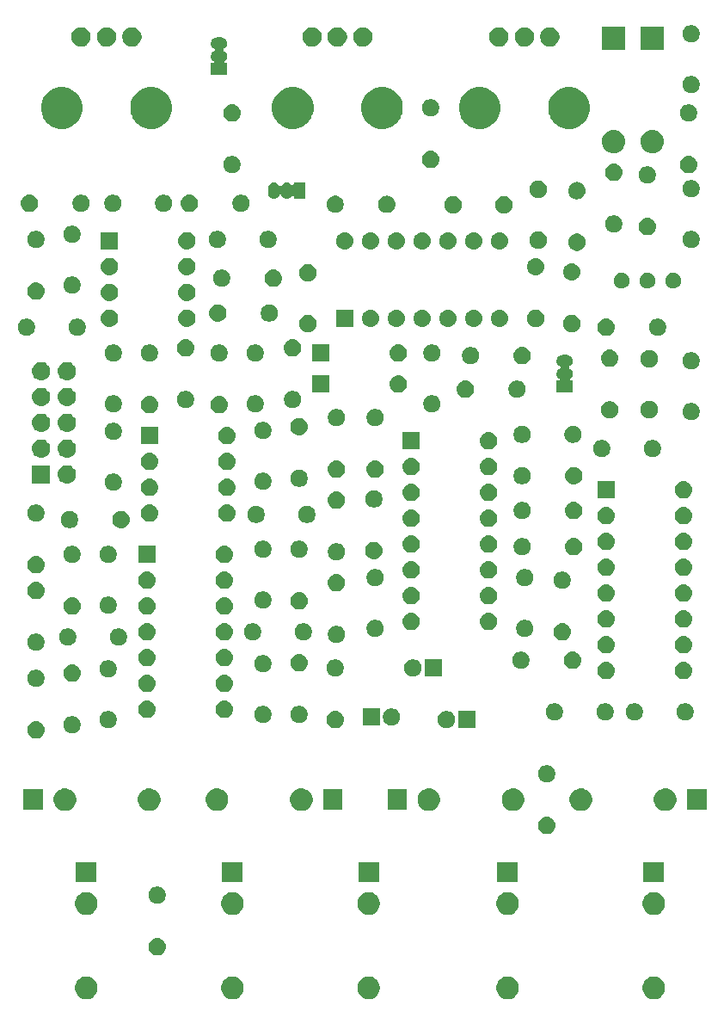
<source format=gbr>
G04 #@! TF.GenerationSoftware,KiCad,Pcbnew,(5.1.0)-1*
G04 #@! TF.CreationDate,2019-04-02T22:50:19-04:00*
G04 #@! TF.ProjectId,ripples,72697070-6c65-4732-9e6b-696361645f70,rev?*
G04 #@! TF.SameCoordinates,Original*
G04 #@! TF.FileFunction,Soldermask,Top*
G04 #@! TF.FilePolarity,Negative*
%FSLAX46Y46*%
G04 Gerber Fmt 4.6, Leading zero omitted, Abs format (unit mm)*
G04 Created by KiCad (PCBNEW (5.1.0)-1) date 2019-04-02 22:50:19*
%MOMM*%
%LPD*%
G04 APERTURE LIST*
%ADD10C,0.100000*%
G04 APERTURE END LIST*
D10*
G36*
X69129988Y-141122591D02*
G01*
X69201858Y-141136887D01*
X69404957Y-141221013D01*
X69587742Y-141343146D01*
X69743187Y-141498591D01*
X69865320Y-141681376D01*
X69949446Y-141884475D01*
X69992333Y-142100084D01*
X69992333Y-142319916D01*
X69949446Y-142535525D01*
X69865320Y-142738624D01*
X69743187Y-142921409D01*
X69587742Y-143076854D01*
X69404957Y-143198987D01*
X69201858Y-143283113D01*
X69129988Y-143297409D01*
X68986251Y-143326000D01*
X68766415Y-143326000D01*
X68622678Y-143297409D01*
X68550808Y-143283113D01*
X68347709Y-143198987D01*
X68164924Y-143076854D01*
X68009479Y-142921409D01*
X67887346Y-142738624D01*
X67803220Y-142535525D01*
X67760333Y-142319916D01*
X67760333Y-142100084D01*
X67803220Y-141884475D01*
X67887346Y-141681376D01*
X68009479Y-141498591D01*
X68164924Y-141343146D01*
X68347709Y-141221013D01*
X68550808Y-141136887D01*
X68622678Y-141122591D01*
X68766415Y-141094000D01*
X68986251Y-141094000D01*
X69129988Y-141122591D01*
X69129988Y-141122591D01*
G37*
G36*
X96223321Y-141122591D02*
G01*
X96295191Y-141136887D01*
X96498290Y-141221013D01*
X96681075Y-141343146D01*
X96836520Y-141498591D01*
X96958653Y-141681376D01*
X97042779Y-141884475D01*
X97085666Y-142100084D01*
X97085666Y-142319916D01*
X97042779Y-142535525D01*
X96958653Y-142738624D01*
X96836520Y-142921409D01*
X96681075Y-143076854D01*
X96498290Y-143198987D01*
X96295191Y-143283113D01*
X96223321Y-143297409D01*
X96079584Y-143326000D01*
X95859748Y-143326000D01*
X95716011Y-143297409D01*
X95644141Y-143283113D01*
X95441042Y-143198987D01*
X95258257Y-143076854D01*
X95102812Y-142921409D01*
X94980679Y-142738624D01*
X94896553Y-142535525D01*
X94853666Y-142319916D01*
X94853666Y-142100084D01*
X94896553Y-141884475D01*
X94980679Y-141681376D01*
X95102812Y-141498591D01*
X95258257Y-141343146D01*
X95441042Y-141221013D01*
X95644141Y-141136887D01*
X95716011Y-141122591D01*
X95859748Y-141094000D01*
X96079584Y-141094000D01*
X96223321Y-141122591D01*
X96223321Y-141122591D01*
G37*
G36*
X82549655Y-141122591D02*
G01*
X82621525Y-141136887D01*
X82824624Y-141221013D01*
X83007409Y-141343146D01*
X83162854Y-141498591D01*
X83284987Y-141681376D01*
X83369113Y-141884475D01*
X83412000Y-142100084D01*
X83412000Y-142319916D01*
X83369113Y-142535525D01*
X83284987Y-142738624D01*
X83162854Y-142921409D01*
X83007409Y-143076854D01*
X82824624Y-143198987D01*
X82621525Y-143283113D01*
X82549655Y-143297409D01*
X82405918Y-143326000D01*
X82186082Y-143326000D01*
X82042345Y-143297409D01*
X81970475Y-143283113D01*
X81767376Y-143198987D01*
X81584591Y-143076854D01*
X81429146Y-142921409D01*
X81307013Y-142738624D01*
X81222887Y-142535525D01*
X81180000Y-142319916D01*
X81180000Y-142100084D01*
X81222887Y-141884475D01*
X81307013Y-141681376D01*
X81429146Y-141498591D01*
X81584591Y-141343146D01*
X81767376Y-141221013D01*
X81970475Y-141136887D01*
X82042345Y-141122591D01*
X82186082Y-141094000D01*
X82405918Y-141094000D01*
X82549655Y-141122591D01*
X82549655Y-141122591D01*
G37*
G36*
X54736655Y-141122591D02*
G01*
X54808525Y-141136887D01*
X55011624Y-141221013D01*
X55194409Y-141343146D01*
X55349854Y-141498591D01*
X55471987Y-141681376D01*
X55556113Y-141884475D01*
X55599000Y-142100084D01*
X55599000Y-142319916D01*
X55556113Y-142535525D01*
X55471987Y-142738624D01*
X55349854Y-142921409D01*
X55194409Y-143076854D01*
X55011624Y-143198987D01*
X54808525Y-143283113D01*
X54736655Y-143297409D01*
X54592918Y-143326000D01*
X54373082Y-143326000D01*
X54229345Y-143297409D01*
X54157475Y-143283113D01*
X53954376Y-143198987D01*
X53771591Y-143076854D01*
X53616146Y-142921409D01*
X53494013Y-142738624D01*
X53409887Y-142535525D01*
X53367000Y-142319916D01*
X53367000Y-142100084D01*
X53409887Y-141884475D01*
X53494013Y-141681376D01*
X53616146Y-141498591D01*
X53771591Y-141343146D01*
X53954376Y-141221013D01*
X54157475Y-141136887D01*
X54229345Y-141122591D01*
X54373082Y-141094000D01*
X54592918Y-141094000D01*
X54736655Y-141122591D01*
X54736655Y-141122591D01*
G37*
G36*
X110616655Y-141122591D02*
G01*
X110688525Y-141136887D01*
X110891624Y-141221013D01*
X111074409Y-141343146D01*
X111229854Y-141498591D01*
X111351987Y-141681376D01*
X111436113Y-141884475D01*
X111479000Y-142100084D01*
X111479000Y-142319916D01*
X111436113Y-142535525D01*
X111351987Y-142738624D01*
X111229854Y-142921409D01*
X111074409Y-143076854D01*
X110891624Y-143198987D01*
X110688525Y-143283113D01*
X110616655Y-143297409D01*
X110472918Y-143326000D01*
X110253082Y-143326000D01*
X110109345Y-143297409D01*
X110037475Y-143283113D01*
X109834376Y-143198987D01*
X109651591Y-143076854D01*
X109496146Y-142921409D01*
X109374013Y-142738624D01*
X109289887Y-142535525D01*
X109247000Y-142319916D01*
X109247000Y-142100084D01*
X109289887Y-141884475D01*
X109374013Y-141681376D01*
X109496146Y-141498591D01*
X109651591Y-141343146D01*
X109834376Y-141221013D01*
X110037475Y-141136887D01*
X110109345Y-141122591D01*
X110253082Y-141094000D01*
X110472918Y-141094000D01*
X110616655Y-141122591D01*
X110616655Y-141122591D01*
G37*
G36*
X61634823Y-137337313D02*
G01*
X61795242Y-137385976D01*
X61927906Y-137456886D01*
X61943078Y-137464996D01*
X62072659Y-137571341D01*
X62179004Y-137700922D01*
X62179005Y-137700924D01*
X62258024Y-137848758D01*
X62306687Y-138009177D01*
X62323117Y-138176000D01*
X62306687Y-138342823D01*
X62258024Y-138503242D01*
X62187114Y-138635906D01*
X62179004Y-138651078D01*
X62072659Y-138780659D01*
X61943078Y-138887004D01*
X61943076Y-138887005D01*
X61795242Y-138966024D01*
X61634823Y-139014687D01*
X61509804Y-139027000D01*
X61426196Y-139027000D01*
X61301177Y-139014687D01*
X61140758Y-138966024D01*
X60992924Y-138887005D01*
X60992922Y-138887004D01*
X60863341Y-138780659D01*
X60756996Y-138651078D01*
X60748886Y-138635906D01*
X60677976Y-138503242D01*
X60629313Y-138342823D01*
X60612883Y-138176000D01*
X60629313Y-138009177D01*
X60677976Y-137848758D01*
X60756995Y-137700924D01*
X60756996Y-137700922D01*
X60863341Y-137571341D01*
X60992922Y-137464996D01*
X61008094Y-137456886D01*
X61140758Y-137385976D01*
X61301177Y-137337313D01*
X61426196Y-137325000D01*
X61509804Y-137325000D01*
X61634823Y-137337313D01*
X61634823Y-137337313D01*
G37*
G36*
X69129988Y-132822591D02*
G01*
X69201858Y-132836887D01*
X69404957Y-132921013D01*
X69587742Y-133043146D01*
X69743187Y-133198591D01*
X69865320Y-133381376D01*
X69949446Y-133584475D01*
X69992333Y-133800084D01*
X69992333Y-134019916D01*
X69949446Y-134235525D01*
X69865320Y-134438624D01*
X69743187Y-134621409D01*
X69587742Y-134776854D01*
X69404957Y-134898987D01*
X69201858Y-134983113D01*
X69129988Y-134997409D01*
X68986251Y-135026000D01*
X68766415Y-135026000D01*
X68622678Y-134997409D01*
X68550808Y-134983113D01*
X68347709Y-134898987D01*
X68164924Y-134776854D01*
X68009479Y-134621409D01*
X67887346Y-134438624D01*
X67803220Y-134235525D01*
X67760333Y-134019916D01*
X67760333Y-133800084D01*
X67803220Y-133584475D01*
X67887346Y-133381376D01*
X68009479Y-133198591D01*
X68164924Y-133043146D01*
X68347709Y-132921013D01*
X68550808Y-132836887D01*
X68622678Y-132822591D01*
X68766415Y-132794000D01*
X68986251Y-132794000D01*
X69129988Y-132822591D01*
X69129988Y-132822591D01*
G37*
G36*
X96223321Y-132822591D02*
G01*
X96295191Y-132836887D01*
X96498290Y-132921013D01*
X96681075Y-133043146D01*
X96836520Y-133198591D01*
X96958653Y-133381376D01*
X97042779Y-133584475D01*
X97085666Y-133800084D01*
X97085666Y-134019916D01*
X97042779Y-134235525D01*
X96958653Y-134438624D01*
X96836520Y-134621409D01*
X96681075Y-134776854D01*
X96498290Y-134898987D01*
X96295191Y-134983113D01*
X96223321Y-134997409D01*
X96079584Y-135026000D01*
X95859748Y-135026000D01*
X95716011Y-134997409D01*
X95644141Y-134983113D01*
X95441042Y-134898987D01*
X95258257Y-134776854D01*
X95102812Y-134621409D01*
X94980679Y-134438624D01*
X94896553Y-134235525D01*
X94853666Y-134019916D01*
X94853666Y-133800084D01*
X94896553Y-133584475D01*
X94980679Y-133381376D01*
X95102812Y-133198591D01*
X95258257Y-133043146D01*
X95441042Y-132921013D01*
X95644141Y-132836887D01*
X95716011Y-132822591D01*
X95859748Y-132794000D01*
X96079584Y-132794000D01*
X96223321Y-132822591D01*
X96223321Y-132822591D01*
G37*
G36*
X110616655Y-132822591D02*
G01*
X110688525Y-132836887D01*
X110891624Y-132921013D01*
X111074409Y-133043146D01*
X111229854Y-133198591D01*
X111351987Y-133381376D01*
X111436113Y-133584475D01*
X111479000Y-133800084D01*
X111479000Y-134019916D01*
X111436113Y-134235525D01*
X111351987Y-134438624D01*
X111229854Y-134621409D01*
X111074409Y-134776854D01*
X110891624Y-134898987D01*
X110688525Y-134983113D01*
X110616655Y-134997409D01*
X110472918Y-135026000D01*
X110253082Y-135026000D01*
X110109345Y-134997409D01*
X110037475Y-134983113D01*
X109834376Y-134898987D01*
X109651591Y-134776854D01*
X109496146Y-134621409D01*
X109374013Y-134438624D01*
X109289887Y-134235525D01*
X109247000Y-134019916D01*
X109247000Y-133800084D01*
X109289887Y-133584475D01*
X109374013Y-133381376D01*
X109496146Y-133198591D01*
X109651591Y-133043146D01*
X109834376Y-132921013D01*
X110037475Y-132836887D01*
X110109345Y-132822591D01*
X110253082Y-132794000D01*
X110472918Y-132794000D01*
X110616655Y-132822591D01*
X110616655Y-132822591D01*
G37*
G36*
X82549655Y-132822591D02*
G01*
X82621525Y-132836887D01*
X82824624Y-132921013D01*
X83007409Y-133043146D01*
X83162854Y-133198591D01*
X83284987Y-133381376D01*
X83369113Y-133584475D01*
X83412000Y-133800084D01*
X83412000Y-134019916D01*
X83369113Y-134235525D01*
X83284987Y-134438624D01*
X83162854Y-134621409D01*
X83007409Y-134776854D01*
X82824624Y-134898987D01*
X82621525Y-134983113D01*
X82549655Y-134997409D01*
X82405918Y-135026000D01*
X82186082Y-135026000D01*
X82042345Y-134997409D01*
X81970475Y-134983113D01*
X81767376Y-134898987D01*
X81584591Y-134776854D01*
X81429146Y-134621409D01*
X81307013Y-134438624D01*
X81222887Y-134235525D01*
X81180000Y-134019916D01*
X81180000Y-133800084D01*
X81222887Y-133584475D01*
X81307013Y-133381376D01*
X81429146Y-133198591D01*
X81584591Y-133043146D01*
X81767376Y-132921013D01*
X81970475Y-132836887D01*
X82042345Y-132822591D01*
X82186082Y-132794000D01*
X82405918Y-132794000D01*
X82549655Y-132822591D01*
X82549655Y-132822591D01*
G37*
G36*
X54736655Y-132822591D02*
G01*
X54808525Y-132836887D01*
X55011624Y-132921013D01*
X55194409Y-133043146D01*
X55349854Y-133198591D01*
X55471987Y-133381376D01*
X55556113Y-133584475D01*
X55599000Y-133800084D01*
X55599000Y-134019916D01*
X55556113Y-134235525D01*
X55471987Y-134438624D01*
X55349854Y-134621409D01*
X55194409Y-134776854D01*
X55011624Y-134898987D01*
X54808525Y-134983113D01*
X54736655Y-134997409D01*
X54592918Y-135026000D01*
X54373082Y-135026000D01*
X54229345Y-134997409D01*
X54157475Y-134983113D01*
X53954376Y-134898987D01*
X53771591Y-134776854D01*
X53616146Y-134621409D01*
X53494013Y-134438624D01*
X53409887Y-134235525D01*
X53367000Y-134019916D01*
X53367000Y-133800084D01*
X53409887Y-133584475D01*
X53494013Y-133381376D01*
X53616146Y-133198591D01*
X53771591Y-133043146D01*
X53954376Y-132921013D01*
X54157475Y-132836887D01*
X54229345Y-132822591D01*
X54373082Y-132794000D01*
X54592918Y-132794000D01*
X54736655Y-132822591D01*
X54736655Y-132822591D01*
G37*
G36*
X61716228Y-132277703D02*
G01*
X61871100Y-132341853D01*
X62010481Y-132434985D01*
X62129015Y-132553519D01*
X62222147Y-132692900D01*
X62286297Y-132847772D01*
X62319000Y-133012184D01*
X62319000Y-133179816D01*
X62286297Y-133344228D01*
X62222147Y-133499100D01*
X62129015Y-133638481D01*
X62010481Y-133757015D01*
X61871100Y-133850147D01*
X61716228Y-133914297D01*
X61551816Y-133947000D01*
X61384184Y-133947000D01*
X61219772Y-133914297D01*
X61064900Y-133850147D01*
X60925519Y-133757015D01*
X60806985Y-133638481D01*
X60713853Y-133499100D01*
X60649703Y-133344228D01*
X60617000Y-133179816D01*
X60617000Y-133012184D01*
X60649703Y-132847772D01*
X60713853Y-132692900D01*
X60806985Y-132553519D01*
X60925519Y-132434985D01*
X61064900Y-132341853D01*
X61219772Y-132277703D01*
X61384184Y-132245000D01*
X61551816Y-132245000D01*
X61716228Y-132277703D01*
X61716228Y-132277703D01*
G37*
G36*
X69892333Y-131776000D02*
G01*
X67860333Y-131776000D01*
X67860333Y-129844000D01*
X69892333Y-129844000D01*
X69892333Y-131776000D01*
X69892333Y-131776000D01*
G37*
G36*
X111379000Y-131776000D02*
G01*
X109347000Y-131776000D01*
X109347000Y-129844000D01*
X111379000Y-129844000D01*
X111379000Y-131776000D01*
X111379000Y-131776000D01*
G37*
G36*
X96985666Y-131776000D02*
G01*
X94953666Y-131776000D01*
X94953666Y-129844000D01*
X96985666Y-129844000D01*
X96985666Y-131776000D01*
X96985666Y-131776000D01*
G37*
G36*
X83312000Y-131776000D02*
G01*
X81280000Y-131776000D01*
X81280000Y-129844000D01*
X83312000Y-129844000D01*
X83312000Y-131776000D01*
X83312000Y-131776000D01*
G37*
G36*
X55499000Y-131776000D02*
G01*
X53467000Y-131776000D01*
X53467000Y-129844000D01*
X55499000Y-129844000D01*
X55499000Y-131776000D01*
X55499000Y-131776000D01*
G37*
G36*
X99988823Y-125399313D02*
G01*
X100149242Y-125447976D01*
X100281906Y-125518886D01*
X100297078Y-125526996D01*
X100426659Y-125633341D01*
X100533004Y-125762922D01*
X100533005Y-125762924D01*
X100612024Y-125910758D01*
X100660687Y-126071177D01*
X100677117Y-126238000D01*
X100660687Y-126404823D01*
X100612024Y-126565242D01*
X100541114Y-126697906D01*
X100533004Y-126713078D01*
X100426659Y-126842659D01*
X100297078Y-126949004D01*
X100297076Y-126949005D01*
X100149242Y-127028024D01*
X99988823Y-127076687D01*
X99863804Y-127089000D01*
X99780196Y-127089000D01*
X99655177Y-127076687D01*
X99494758Y-127028024D01*
X99346924Y-126949005D01*
X99346922Y-126949004D01*
X99217341Y-126842659D01*
X99110996Y-126713078D01*
X99102886Y-126697906D01*
X99031976Y-126565242D01*
X98983313Y-126404823D01*
X98966883Y-126238000D01*
X98983313Y-126071177D01*
X99031976Y-125910758D01*
X99110995Y-125762924D01*
X99110996Y-125762922D01*
X99217341Y-125633341D01*
X99346922Y-125526996D01*
X99362094Y-125518886D01*
X99494758Y-125447976D01*
X99655177Y-125399313D01*
X99780196Y-125387000D01*
X99863804Y-125387000D01*
X99988823Y-125399313D01*
X99988823Y-125399313D01*
G37*
G36*
X88471209Y-122610591D02*
G01*
X88543079Y-122624887D01*
X88746178Y-122709013D01*
X88928963Y-122831146D01*
X89084408Y-122986591D01*
X89206541Y-123169376D01*
X89290667Y-123372475D01*
X89333554Y-123588084D01*
X89333554Y-123807916D01*
X89290667Y-124023525D01*
X89206541Y-124226624D01*
X89084408Y-124409409D01*
X88928963Y-124564854D01*
X88746178Y-124686987D01*
X88543079Y-124771113D01*
X88471209Y-124785409D01*
X88327472Y-124814000D01*
X88107636Y-124814000D01*
X87963899Y-124785409D01*
X87892029Y-124771113D01*
X87688930Y-124686987D01*
X87506145Y-124564854D01*
X87350700Y-124409409D01*
X87228567Y-124226624D01*
X87144441Y-124023525D01*
X87101554Y-123807916D01*
X87101554Y-123588084D01*
X87144441Y-123372475D01*
X87228567Y-123169376D01*
X87350700Y-122986591D01*
X87506145Y-122831146D01*
X87688930Y-122709013D01*
X87892029Y-122624887D01*
X87963899Y-122610591D01*
X88107636Y-122582000D01*
X88327472Y-122582000D01*
X88471209Y-122610591D01*
X88471209Y-122610591D01*
G37*
G36*
X103451987Y-122610591D02*
G01*
X103523857Y-122624887D01*
X103726956Y-122709013D01*
X103909741Y-122831146D01*
X104065186Y-122986591D01*
X104187319Y-123169376D01*
X104271445Y-123372475D01*
X104314332Y-123588084D01*
X104314332Y-123807916D01*
X104271445Y-124023525D01*
X104187319Y-124226624D01*
X104065186Y-124409409D01*
X103909741Y-124564854D01*
X103726956Y-124686987D01*
X103523857Y-124771113D01*
X103451987Y-124785409D01*
X103308250Y-124814000D01*
X103088414Y-124814000D01*
X102944677Y-124785409D01*
X102872807Y-124771113D01*
X102669708Y-124686987D01*
X102486923Y-124564854D01*
X102331478Y-124409409D01*
X102209345Y-124226624D01*
X102125219Y-124023525D01*
X102082332Y-123807916D01*
X102082332Y-123588084D01*
X102125219Y-123372475D01*
X102209345Y-123169376D01*
X102331478Y-122986591D01*
X102486923Y-122831146D01*
X102669708Y-122709013D01*
X102872807Y-122624887D01*
X102944677Y-122610591D01*
X103088414Y-122582000D01*
X103308250Y-122582000D01*
X103451987Y-122610591D01*
X103451987Y-122610591D01*
G37*
G36*
X111751987Y-122610591D02*
G01*
X111823857Y-122624887D01*
X112026956Y-122709013D01*
X112209741Y-122831146D01*
X112365186Y-122986591D01*
X112487319Y-123169376D01*
X112571445Y-123372475D01*
X112614332Y-123588084D01*
X112614332Y-123807916D01*
X112571445Y-124023525D01*
X112487319Y-124226624D01*
X112365186Y-124409409D01*
X112209741Y-124564854D01*
X112026956Y-124686987D01*
X111823857Y-124771113D01*
X111751987Y-124785409D01*
X111608250Y-124814000D01*
X111388414Y-124814000D01*
X111244677Y-124785409D01*
X111172807Y-124771113D01*
X110969708Y-124686987D01*
X110786923Y-124564854D01*
X110631478Y-124409409D01*
X110509345Y-124226624D01*
X110425219Y-124023525D01*
X110382332Y-123807916D01*
X110382332Y-123588084D01*
X110425219Y-123372475D01*
X110509345Y-123169376D01*
X110631478Y-122986591D01*
X110786923Y-122831146D01*
X110969708Y-122709013D01*
X111172807Y-122624887D01*
X111244677Y-122610591D01*
X111388414Y-122582000D01*
X111608250Y-122582000D01*
X111751987Y-122610591D01*
X111751987Y-122610591D01*
G37*
G36*
X96771209Y-122610591D02*
G01*
X96843079Y-122624887D01*
X97046178Y-122709013D01*
X97228963Y-122831146D01*
X97384408Y-122986591D01*
X97506541Y-123169376D01*
X97590667Y-123372475D01*
X97633554Y-123588084D01*
X97633554Y-123807916D01*
X97590667Y-124023525D01*
X97506541Y-124226624D01*
X97384408Y-124409409D01*
X97228963Y-124564854D01*
X97046178Y-124686987D01*
X96843079Y-124771113D01*
X96771209Y-124785409D01*
X96627472Y-124814000D01*
X96407636Y-124814000D01*
X96263899Y-124785409D01*
X96192029Y-124771113D01*
X95988930Y-124686987D01*
X95806145Y-124564854D01*
X95650700Y-124409409D01*
X95528567Y-124226624D01*
X95444441Y-124023525D01*
X95401554Y-123807916D01*
X95401554Y-123588084D01*
X95444441Y-123372475D01*
X95528567Y-123169376D01*
X95650700Y-122986591D01*
X95806145Y-122831146D01*
X95988930Y-122709013D01*
X96192029Y-122624887D01*
X96263899Y-122610591D01*
X96407636Y-122582000D01*
X96627472Y-122582000D01*
X96771209Y-122610591D01*
X96771209Y-122610591D01*
G37*
G36*
X75910432Y-122610591D02*
G01*
X75982302Y-122624887D01*
X76185401Y-122709013D01*
X76368186Y-122831146D01*
X76523631Y-122986591D01*
X76645764Y-123169376D01*
X76729890Y-123372475D01*
X76772777Y-123588084D01*
X76772777Y-123807916D01*
X76729890Y-124023525D01*
X76645764Y-124226624D01*
X76523631Y-124409409D01*
X76368186Y-124564854D01*
X76185401Y-124686987D01*
X75982302Y-124771113D01*
X75910432Y-124785409D01*
X75766695Y-124814000D01*
X75546859Y-124814000D01*
X75403122Y-124785409D01*
X75331252Y-124771113D01*
X75128153Y-124686987D01*
X74945368Y-124564854D01*
X74789923Y-124409409D01*
X74667790Y-124226624D01*
X74583664Y-124023525D01*
X74540777Y-123807916D01*
X74540777Y-123588084D01*
X74583664Y-123372475D01*
X74667790Y-123169376D01*
X74789923Y-122986591D01*
X74945368Y-122831146D01*
X75128153Y-122709013D01*
X75331252Y-122624887D01*
X75403122Y-122610591D01*
X75546859Y-122582000D01*
X75766695Y-122582000D01*
X75910432Y-122610591D01*
X75910432Y-122610591D01*
G37*
G36*
X60929655Y-122610591D02*
G01*
X61001525Y-122624887D01*
X61204624Y-122709013D01*
X61387409Y-122831146D01*
X61542854Y-122986591D01*
X61664987Y-123169376D01*
X61749113Y-123372475D01*
X61792000Y-123588084D01*
X61792000Y-123807916D01*
X61749113Y-124023525D01*
X61664987Y-124226624D01*
X61542854Y-124409409D01*
X61387409Y-124564854D01*
X61204624Y-124686987D01*
X61001525Y-124771113D01*
X60929655Y-124785409D01*
X60785918Y-124814000D01*
X60566082Y-124814000D01*
X60422345Y-124785409D01*
X60350475Y-124771113D01*
X60147376Y-124686987D01*
X59964591Y-124564854D01*
X59809146Y-124409409D01*
X59687013Y-124226624D01*
X59602887Y-124023525D01*
X59560000Y-123807916D01*
X59560000Y-123588084D01*
X59602887Y-123372475D01*
X59687013Y-123169376D01*
X59809146Y-122986591D01*
X59964591Y-122831146D01*
X60147376Y-122709013D01*
X60350475Y-122624887D01*
X60422345Y-122610591D01*
X60566082Y-122582000D01*
X60785918Y-122582000D01*
X60929655Y-122610591D01*
X60929655Y-122610591D01*
G37*
G36*
X52629655Y-122610591D02*
G01*
X52701525Y-122624887D01*
X52904624Y-122709013D01*
X53087409Y-122831146D01*
X53242854Y-122986591D01*
X53364987Y-123169376D01*
X53449113Y-123372475D01*
X53492000Y-123588084D01*
X53492000Y-123807916D01*
X53449113Y-124023525D01*
X53364987Y-124226624D01*
X53242854Y-124409409D01*
X53087409Y-124564854D01*
X52904624Y-124686987D01*
X52701525Y-124771113D01*
X52629655Y-124785409D01*
X52485918Y-124814000D01*
X52266082Y-124814000D01*
X52122345Y-124785409D01*
X52050475Y-124771113D01*
X51847376Y-124686987D01*
X51664591Y-124564854D01*
X51509146Y-124409409D01*
X51387013Y-124226624D01*
X51302887Y-124023525D01*
X51260000Y-123807916D01*
X51260000Y-123588084D01*
X51302887Y-123372475D01*
X51387013Y-123169376D01*
X51509146Y-122986591D01*
X51664591Y-122831146D01*
X51847376Y-122709013D01*
X52050475Y-122624887D01*
X52122345Y-122610591D01*
X52266082Y-122582000D01*
X52485918Y-122582000D01*
X52629655Y-122610591D01*
X52629655Y-122610591D01*
G37*
G36*
X67610432Y-122610591D02*
G01*
X67682302Y-122624887D01*
X67885401Y-122709013D01*
X68068186Y-122831146D01*
X68223631Y-122986591D01*
X68345764Y-123169376D01*
X68429890Y-123372475D01*
X68472777Y-123588084D01*
X68472777Y-123807916D01*
X68429890Y-124023525D01*
X68345764Y-124226624D01*
X68223631Y-124409409D01*
X68068186Y-124564854D01*
X67885401Y-124686987D01*
X67682302Y-124771113D01*
X67610432Y-124785409D01*
X67466695Y-124814000D01*
X67246859Y-124814000D01*
X67103122Y-124785409D01*
X67031252Y-124771113D01*
X66828153Y-124686987D01*
X66645368Y-124564854D01*
X66489923Y-124409409D01*
X66367790Y-124226624D01*
X66283664Y-124023525D01*
X66240777Y-123807916D01*
X66240777Y-123588084D01*
X66283664Y-123372475D01*
X66367790Y-123169376D01*
X66489923Y-122986591D01*
X66645368Y-122831146D01*
X66828153Y-122709013D01*
X67031252Y-122624887D01*
X67103122Y-122610591D01*
X67246859Y-122582000D01*
X67466695Y-122582000D01*
X67610432Y-122610591D01*
X67610432Y-122610591D01*
G37*
G36*
X79722777Y-124714000D02*
G01*
X77790777Y-124714000D01*
X77790777Y-122682000D01*
X79722777Y-122682000D01*
X79722777Y-124714000D01*
X79722777Y-124714000D01*
G37*
G36*
X50242000Y-124714000D02*
G01*
X48310000Y-124714000D01*
X48310000Y-122682000D01*
X50242000Y-122682000D01*
X50242000Y-124714000D01*
X50242000Y-124714000D01*
G37*
G36*
X115564332Y-124714000D02*
G01*
X113632332Y-124714000D01*
X113632332Y-122682000D01*
X115564332Y-122682000D01*
X115564332Y-124714000D01*
X115564332Y-124714000D01*
G37*
G36*
X86083554Y-124714000D02*
G01*
X84151554Y-124714000D01*
X84151554Y-122682000D01*
X86083554Y-122682000D01*
X86083554Y-124714000D01*
X86083554Y-124714000D01*
G37*
G36*
X100070228Y-120339703D02*
G01*
X100225100Y-120403853D01*
X100364481Y-120496985D01*
X100483015Y-120615519D01*
X100576147Y-120754900D01*
X100640297Y-120909772D01*
X100673000Y-121074184D01*
X100673000Y-121241816D01*
X100640297Y-121406228D01*
X100576147Y-121561100D01*
X100483015Y-121700481D01*
X100364481Y-121819015D01*
X100225100Y-121912147D01*
X100070228Y-121976297D01*
X99905816Y-122009000D01*
X99738184Y-122009000D01*
X99573772Y-121976297D01*
X99418900Y-121912147D01*
X99279519Y-121819015D01*
X99160985Y-121700481D01*
X99067853Y-121561100D01*
X99003703Y-121406228D01*
X98971000Y-121241816D01*
X98971000Y-121074184D01*
X99003703Y-120909772D01*
X99067853Y-120754900D01*
X99160985Y-120615519D01*
X99279519Y-120496985D01*
X99418900Y-120403853D01*
X99573772Y-120339703D01*
X99738184Y-120307000D01*
X99905816Y-120307000D01*
X100070228Y-120339703D01*
X100070228Y-120339703D01*
G37*
G36*
X49696823Y-116001313D02*
G01*
X49857242Y-116049976D01*
X49989906Y-116120886D01*
X50005078Y-116128996D01*
X50134659Y-116235341D01*
X50241004Y-116364922D01*
X50241005Y-116364924D01*
X50320024Y-116512758D01*
X50368687Y-116673177D01*
X50385117Y-116840000D01*
X50368687Y-117006823D01*
X50320024Y-117167242D01*
X50311601Y-117183000D01*
X50241004Y-117315078D01*
X50134659Y-117444659D01*
X50005078Y-117551004D01*
X50005076Y-117551005D01*
X49857242Y-117630024D01*
X49696823Y-117678687D01*
X49571804Y-117691000D01*
X49488196Y-117691000D01*
X49363177Y-117678687D01*
X49202758Y-117630024D01*
X49054924Y-117551005D01*
X49054922Y-117551004D01*
X48925341Y-117444659D01*
X48818996Y-117315078D01*
X48748399Y-117183000D01*
X48739976Y-117167242D01*
X48691313Y-117006823D01*
X48674883Y-116840000D01*
X48691313Y-116673177D01*
X48739976Y-116512758D01*
X48818995Y-116364924D01*
X48818996Y-116364922D01*
X48925341Y-116235341D01*
X49054922Y-116128996D01*
X49070094Y-116120886D01*
X49202758Y-116049976D01*
X49363177Y-116001313D01*
X49488196Y-115989000D01*
X49571804Y-115989000D01*
X49696823Y-116001313D01*
X49696823Y-116001313D01*
G37*
G36*
X53334228Y-115513703D02*
G01*
X53489100Y-115577853D01*
X53628481Y-115670985D01*
X53747015Y-115789519D01*
X53840147Y-115928900D01*
X53904297Y-116083772D01*
X53937000Y-116248184D01*
X53937000Y-116415816D01*
X53904297Y-116580228D01*
X53840147Y-116735100D01*
X53747015Y-116874481D01*
X53628481Y-116993015D01*
X53489100Y-117086147D01*
X53334228Y-117150297D01*
X53169816Y-117183000D01*
X53002184Y-117183000D01*
X52837772Y-117150297D01*
X52682900Y-117086147D01*
X52543519Y-116993015D01*
X52424985Y-116874481D01*
X52331853Y-116735100D01*
X52267703Y-116580228D01*
X52235000Y-116415816D01*
X52235000Y-116248184D01*
X52267703Y-116083772D01*
X52331853Y-115928900D01*
X52424985Y-115789519D01*
X52543519Y-115670985D01*
X52682900Y-115577853D01*
X52837772Y-115513703D01*
X53002184Y-115481000D01*
X53169816Y-115481000D01*
X53334228Y-115513703D01*
X53334228Y-115513703D01*
G37*
G36*
X92799000Y-116675000D02*
G01*
X91097000Y-116675000D01*
X91097000Y-114973000D01*
X92799000Y-114973000D01*
X92799000Y-116675000D01*
X92799000Y-116675000D01*
G37*
G36*
X56890228Y-115005703D02*
G01*
X57045100Y-115069853D01*
X57184481Y-115162985D01*
X57303015Y-115281519D01*
X57396147Y-115420900D01*
X57460297Y-115575772D01*
X57493000Y-115740184D01*
X57493000Y-115907816D01*
X57460297Y-116072228D01*
X57396147Y-116227100D01*
X57303015Y-116366481D01*
X57184481Y-116485015D01*
X57045100Y-116578147D01*
X56890228Y-116642297D01*
X56725816Y-116675000D01*
X56558184Y-116675000D01*
X56393772Y-116642297D01*
X56238900Y-116578147D01*
X56099519Y-116485015D01*
X55980985Y-116366481D01*
X55887853Y-116227100D01*
X55823703Y-116072228D01*
X55791000Y-115907816D01*
X55791000Y-115740184D01*
X55823703Y-115575772D01*
X55887853Y-115420900D01*
X55980985Y-115281519D01*
X56099519Y-115162985D01*
X56238900Y-115069853D01*
X56393772Y-115005703D01*
X56558184Y-114973000D01*
X56725816Y-114973000D01*
X56890228Y-115005703D01*
X56890228Y-115005703D01*
G37*
G36*
X90196228Y-115005703D02*
G01*
X90351100Y-115069853D01*
X90490481Y-115162985D01*
X90609015Y-115281519D01*
X90702147Y-115420900D01*
X90766297Y-115575772D01*
X90799000Y-115740184D01*
X90799000Y-115907816D01*
X90766297Y-116072228D01*
X90702147Y-116227100D01*
X90609015Y-116366481D01*
X90490481Y-116485015D01*
X90351100Y-116578147D01*
X90196228Y-116642297D01*
X90031816Y-116675000D01*
X89864184Y-116675000D01*
X89699772Y-116642297D01*
X89544900Y-116578147D01*
X89405519Y-116485015D01*
X89286985Y-116366481D01*
X89193853Y-116227100D01*
X89129703Y-116072228D01*
X89097000Y-115907816D01*
X89097000Y-115740184D01*
X89129703Y-115575772D01*
X89193853Y-115420900D01*
X89286985Y-115281519D01*
X89405519Y-115162985D01*
X89544900Y-115069853D01*
X89699772Y-115005703D01*
X89864184Y-114973000D01*
X90031816Y-114973000D01*
X90196228Y-115005703D01*
X90196228Y-115005703D01*
G37*
G36*
X79160823Y-114985313D02*
G01*
X79321242Y-115033976D01*
X79388361Y-115069852D01*
X79469078Y-115112996D01*
X79598659Y-115219341D01*
X79705004Y-115348922D01*
X79705005Y-115348924D01*
X79784024Y-115496758D01*
X79832687Y-115657177D01*
X79849117Y-115824000D01*
X79832687Y-115990823D01*
X79784024Y-116151242D01*
X79743477Y-116227100D01*
X79705004Y-116299078D01*
X79598659Y-116428659D01*
X79469078Y-116535004D01*
X79469076Y-116535005D01*
X79321242Y-116614024D01*
X79160823Y-116662687D01*
X79035804Y-116675000D01*
X78952196Y-116675000D01*
X78827177Y-116662687D01*
X78666758Y-116614024D01*
X78518924Y-116535005D01*
X78518922Y-116535004D01*
X78389341Y-116428659D01*
X78282996Y-116299078D01*
X78244523Y-116227100D01*
X78203976Y-116151242D01*
X78155313Y-115990823D01*
X78138883Y-115824000D01*
X78155313Y-115657177D01*
X78203976Y-115496758D01*
X78282995Y-115348924D01*
X78282996Y-115348922D01*
X78389341Y-115219341D01*
X78518922Y-115112996D01*
X78599639Y-115069852D01*
X78666758Y-115033976D01*
X78827177Y-114985313D01*
X78952196Y-114973000D01*
X79035804Y-114973000D01*
X79160823Y-114985313D01*
X79160823Y-114985313D01*
G37*
G36*
X84798228Y-114751703D02*
G01*
X84953100Y-114815853D01*
X85092481Y-114908985D01*
X85211015Y-115027519D01*
X85304147Y-115166900D01*
X85368297Y-115321772D01*
X85401000Y-115486184D01*
X85401000Y-115653816D01*
X85368297Y-115818228D01*
X85304147Y-115973100D01*
X85211015Y-116112481D01*
X85092481Y-116231015D01*
X84953100Y-116324147D01*
X84798228Y-116388297D01*
X84633816Y-116421000D01*
X84466184Y-116421000D01*
X84301772Y-116388297D01*
X84146900Y-116324147D01*
X84007519Y-116231015D01*
X83888985Y-116112481D01*
X83795853Y-115973100D01*
X83731703Y-115818228D01*
X83699000Y-115653816D01*
X83699000Y-115486184D01*
X83731703Y-115321772D01*
X83795853Y-115166900D01*
X83888985Y-115027519D01*
X84007519Y-114908985D01*
X84146900Y-114815853D01*
X84301772Y-114751703D01*
X84466184Y-114719000D01*
X84633816Y-114719000D01*
X84798228Y-114751703D01*
X84798228Y-114751703D01*
G37*
G36*
X83401000Y-116421000D02*
G01*
X81699000Y-116421000D01*
X81699000Y-114719000D01*
X83401000Y-114719000D01*
X83401000Y-116421000D01*
X83401000Y-116421000D01*
G37*
G36*
X75686228Y-114497703D02*
G01*
X75841100Y-114561853D01*
X75980481Y-114654985D01*
X76099015Y-114773519D01*
X76192147Y-114912900D01*
X76256297Y-115067772D01*
X76289000Y-115232184D01*
X76289000Y-115399816D01*
X76256297Y-115564228D01*
X76192147Y-115719100D01*
X76099015Y-115858481D01*
X75980481Y-115977015D01*
X75841100Y-116070147D01*
X75686228Y-116134297D01*
X75521816Y-116167000D01*
X75354184Y-116167000D01*
X75189772Y-116134297D01*
X75034900Y-116070147D01*
X74895519Y-115977015D01*
X74776985Y-115858481D01*
X74683853Y-115719100D01*
X74619703Y-115564228D01*
X74587000Y-115399816D01*
X74587000Y-115232184D01*
X74619703Y-115067772D01*
X74683853Y-114912900D01*
X74776985Y-114773519D01*
X74895519Y-114654985D01*
X75034900Y-114561853D01*
X75189772Y-114497703D01*
X75354184Y-114465000D01*
X75521816Y-114465000D01*
X75686228Y-114497703D01*
X75686228Y-114497703D01*
G37*
G36*
X72130228Y-114497703D02*
G01*
X72285100Y-114561853D01*
X72424481Y-114654985D01*
X72543015Y-114773519D01*
X72636147Y-114912900D01*
X72700297Y-115067772D01*
X72733000Y-115232184D01*
X72733000Y-115399816D01*
X72700297Y-115564228D01*
X72636147Y-115719100D01*
X72543015Y-115858481D01*
X72424481Y-115977015D01*
X72285100Y-116070147D01*
X72130228Y-116134297D01*
X71965816Y-116167000D01*
X71798184Y-116167000D01*
X71633772Y-116134297D01*
X71478900Y-116070147D01*
X71339519Y-115977015D01*
X71220985Y-115858481D01*
X71127853Y-115719100D01*
X71063703Y-115564228D01*
X71031000Y-115399816D01*
X71031000Y-115232184D01*
X71063703Y-115067772D01*
X71127853Y-114912900D01*
X71220985Y-114773519D01*
X71339519Y-114654985D01*
X71478900Y-114561853D01*
X71633772Y-114497703D01*
X71798184Y-114465000D01*
X71965816Y-114465000D01*
X72130228Y-114497703D01*
X72130228Y-114497703D01*
G37*
G36*
X108706228Y-114243703D02*
G01*
X108861100Y-114307853D01*
X109000481Y-114400985D01*
X109119015Y-114519519D01*
X109212147Y-114658900D01*
X109276297Y-114813772D01*
X109309000Y-114978184D01*
X109309000Y-115145816D01*
X109276297Y-115310228D01*
X109212147Y-115465100D01*
X109119015Y-115604481D01*
X109000481Y-115723015D01*
X108861100Y-115816147D01*
X108706228Y-115880297D01*
X108541816Y-115913000D01*
X108374184Y-115913000D01*
X108209772Y-115880297D01*
X108054900Y-115816147D01*
X107915519Y-115723015D01*
X107796985Y-115604481D01*
X107703853Y-115465100D01*
X107639703Y-115310228D01*
X107607000Y-115145816D01*
X107607000Y-114978184D01*
X107639703Y-114813772D01*
X107703853Y-114658900D01*
X107796985Y-114519519D01*
X107915519Y-114400985D01*
X108054900Y-114307853D01*
X108209772Y-114243703D01*
X108374184Y-114211000D01*
X108541816Y-114211000D01*
X108706228Y-114243703D01*
X108706228Y-114243703D01*
G37*
G36*
X113706228Y-114243703D02*
G01*
X113861100Y-114307853D01*
X114000481Y-114400985D01*
X114119015Y-114519519D01*
X114212147Y-114658900D01*
X114276297Y-114813772D01*
X114309000Y-114978184D01*
X114309000Y-115145816D01*
X114276297Y-115310228D01*
X114212147Y-115465100D01*
X114119015Y-115604481D01*
X114000481Y-115723015D01*
X113861100Y-115816147D01*
X113706228Y-115880297D01*
X113541816Y-115913000D01*
X113374184Y-115913000D01*
X113209772Y-115880297D01*
X113054900Y-115816147D01*
X112915519Y-115723015D01*
X112796985Y-115604481D01*
X112703853Y-115465100D01*
X112639703Y-115310228D01*
X112607000Y-115145816D01*
X112607000Y-114978184D01*
X112639703Y-114813772D01*
X112703853Y-114658900D01*
X112796985Y-114519519D01*
X112915519Y-114400985D01*
X113054900Y-114307853D01*
X113209772Y-114243703D01*
X113374184Y-114211000D01*
X113541816Y-114211000D01*
X113706228Y-114243703D01*
X113706228Y-114243703D01*
G37*
G36*
X105832228Y-114243703D02*
G01*
X105987100Y-114307853D01*
X106126481Y-114400985D01*
X106245015Y-114519519D01*
X106338147Y-114658900D01*
X106402297Y-114813772D01*
X106435000Y-114978184D01*
X106435000Y-115145816D01*
X106402297Y-115310228D01*
X106338147Y-115465100D01*
X106245015Y-115604481D01*
X106126481Y-115723015D01*
X105987100Y-115816147D01*
X105832228Y-115880297D01*
X105667816Y-115913000D01*
X105500184Y-115913000D01*
X105335772Y-115880297D01*
X105180900Y-115816147D01*
X105041519Y-115723015D01*
X104922985Y-115604481D01*
X104829853Y-115465100D01*
X104765703Y-115310228D01*
X104733000Y-115145816D01*
X104733000Y-114978184D01*
X104765703Y-114813772D01*
X104829853Y-114658900D01*
X104922985Y-114519519D01*
X105041519Y-114400985D01*
X105180900Y-114307853D01*
X105335772Y-114243703D01*
X105500184Y-114211000D01*
X105667816Y-114211000D01*
X105832228Y-114243703D01*
X105832228Y-114243703D01*
G37*
G36*
X100832228Y-114243703D02*
G01*
X100987100Y-114307853D01*
X101126481Y-114400985D01*
X101245015Y-114519519D01*
X101338147Y-114658900D01*
X101402297Y-114813772D01*
X101435000Y-114978184D01*
X101435000Y-115145816D01*
X101402297Y-115310228D01*
X101338147Y-115465100D01*
X101245015Y-115604481D01*
X101126481Y-115723015D01*
X100987100Y-115816147D01*
X100832228Y-115880297D01*
X100667816Y-115913000D01*
X100500184Y-115913000D01*
X100335772Y-115880297D01*
X100180900Y-115816147D01*
X100041519Y-115723015D01*
X99922985Y-115604481D01*
X99829853Y-115465100D01*
X99765703Y-115310228D01*
X99733000Y-115145816D01*
X99733000Y-114978184D01*
X99765703Y-114813772D01*
X99829853Y-114658900D01*
X99922985Y-114519519D01*
X100041519Y-114400985D01*
X100180900Y-114307853D01*
X100335772Y-114243703D01*
X100500184Y-114211000D01*
X100667816Y-114211000D01*
X100832228Y-114243703D01*
X100832228Y-114243703D01*
G37*
G36*
X60618823Y-113969313D02*
G01*
X60779242Y-114017976D01*
X60911906Y-114088886D01*
X60927078Y-114096996D01*
X61056659Y-114203341D01*
X61163004Y-114332922D01*
X61163005Y-114332924D01*
X61242024Y-114480758D01*
X61290687Y-114641177D01*
X61307117Y-114808000D01*
X61290687Y-114974823D01*
X61242024Y-115135242D01*
X61197072Y-115219341D01*
X61163004Y-115283078D01*
X61056659Y-115412659D01*
X60927078Y-115519004D01*
X60927076Y-115519005D01*
X60779242Y-115598024D01*
X60618823Y-115646687D01*
X60493804Y-115659000D01*
X60410196Y-115659000D01*
X60285177Y-115646687D01*
X60124758Y-115598024D01*
X59976924Y-115519005D01*
X59976922Y-115519004D01*
X59847341Y-115412659D01*
X59740996Y-115283078D01*
X59706928Y-115219341D01*
X59661976Y-115135242D01*
X59613313Y-114974823D01*
X59596883Y-114808000D01*
X59613313Y-114641177D01*
X59661976Y-114480758D01*
X59740995Y-114332924D01*
X59740996Y-114332922D01*
X59847341Y-114203341D01*
X59976922Y-114096996D01*
X59992094Y-114088886D01*
X60124758Y-114017976D01*
X60285177Y-113969313D01*
X60410196Y-113957000D01*
X60493804Y-113957000D01*
X60618823Y-113969313D01*
X60618823Y-113969313D01*
G37*
G36*
X68238823Y-113969313D02*
G01*
X68399242Y-114017976D01*
X68531906Y-114088886D01*
X68547078Y-114096996D01*
X68676659Y-114203341D01*
X68783004Y-114332922D01*
X68783005Y-114332924D01*
X68862024Y-114480758D01*
X68910687Y-114641177D01*
X68927117Y-114808000D01*
X68910687Y-114974823D01*
X68862024Y-115135242D01*
X68817072Y-115219341D01*
X68783004Y-115283078D01*
X68676659Y-115412659D01*
X68547078Y-115519004D01*
X68547076Y-115519005D01*
X68399242Y-115598024D01*
X68238823Y-115646687D01*
X68113804Y-115659000D01*
X68030196Y-115659000D01*
X67905177Y-115646687D01*
X67744758Y-115598024D01*
X67596924Y-115519005D01*
X67596922Y-115519004D01*
X67467341Y-115412659D01*
X67360996Y-115283078D01*
X67326928Y-115219341D01*
X67281976Y-115135242D01*
X67233313Y-114974823D01*
X67216883Y-114808000D01*
X67233313Y-114641177D01*
X67281976Y-114480758D01*
X67360995Y-114332924D01*
X67360996Y-114332922D01*
X67467341Y-114203341D01*
X67596922Y-114096996D01*
X67612094Y-114088886D01*
X67744758Y-114017976D01*
X67905177Y-113969313D01*
X68030196Y-113957000D01*
X68113804Y-113957000D01*
X68238823Y-113969313D01*
X68238823Y-113969313D01*
G37*
G36*
X60618823Y-111429313D02*
G01*
X60779242Y-111477976D01*
X60911906Y-111548886D01*
X60927078Y-111556996D01*
X61056659Y-111663341D01*
X61163004Y-111792922D01*
X61163005Y-111792924D01*
X61242024Y-111940758D01*
X61290687Y-112101177D01*
X61307117Y-112268000D01*
X61290687Y-112434823D01*
X61242024Y-112595242D01*
X61233601Y-112611000D01*
X61163004Y-112743078D01*
X61056659Y-112872659D01*
X60927078Y-112979004D01*
X60927076Y-112979005D01*
X60779242Y-113058024D01*
X60618823Y-113106687D01*
X60493804Y-113119000D01*
X60410196Y-113119000D01*
X60285177Y-113106687D01*
X60124758Y-113058024D01*
X59976924Y-112979005D01*
X59976922Y-112979004D01*
X59847341Y-112872659D01*
X59740996Y-112743078D01*
X59670399Y-112611000D01*
X59661976Y-112595242D01*
X59613313Y-112434823D01*
X59596883Y-112268000D01*
X59613313Y-112101177D01*
X59661976Y-111940758D01*
X59740995Y-111792924D01*
X59740996Y-111792922D01*
X59847341Y-111663341D01*
X59976922Y-111556996D01*
X59992094Y-111548886D01*
X60124758Y-111477976D01*
X60285177Y-111429313D01*
X60410196Y-111417000D01*
X60493804Y-111417000D01*
X60618823Y-111429313D01*
X60618823Y-111429313D01*
G37*
G36*
X68238823Y-111429313D02*
G01*
X68399242Y-111477976D01*
X68531906Y-111548886D01*
X68547078Y-111556996D01*
X68676659Y-111663341D01*
X68783004Y-111792922D01*
X68783005Y-111792924D01*
X68862024Y-111940758D01*
X68910687Y-112101177D01*
X68927117Y-112268000D01*
X68910687Y-112434823D01*
X68862024Y-112595242D01*
X68853601Y-112611000D01*
X68783004Y-112743078D01*
X68676659Y-112872659D01*
X68547078Y-112979004D01*
X68547076Y-112979005D01*
X68399242Y-113058024D01*
X68238823Y-113106687D01*
X68113804Y-113119000D01*
X68030196Y-113119000D01*
X67905177Y-113106687D01*
X67744758Y-113058024D01*
X67596924Y-112979005D01*
X67596922Y-112979004D01*
X67467341Y-112872659D01*
X67360996Y-112743078D01*
X67290399Y-112611000D01*
X67281976Y-112595242D01*
X67233313Y-112434823D01*
X67216883Y-112268000D01*
X67233313Y-112101177D01*
X67281976Y-111940758D01*
X67360995Y-111792924D01*
X67360996Y-111792922D01*
X67467341Y-111663341D01*
X67596922Y-111556996D01*
X67612094Y-111548886D01*
X67744758Y-111477976D01*
X67905177Y-111429313D01*
X68030196Y-111417000D01*
X68113804Y-111417000D01*
X68238823Y-111429313D01*
X68238823Y-111429313D01*
G37*
G36*
X49778228Y-110941703D02*
G01*
X49933100Y-111005853D01*
X50072481Y-111098985D01*
X50191015Y-111217519D01*
X50284147Y-111356900D01*
X50348297Y-111511772D01*
X50381000Y-111676184D01*
X50381000Y-111843816D01*
X50348297Y-112008228D01*
X50284147Y-112163100D01*
X50191015Y-112302481D01*
X50072481Y-112421015D01*
X49933100Y-112514147D01*
X49778228Y-112578297D01*
X49613816Y-112611000D01*
X49446184Y-112611000D01*
X49281772Y-112578297D01*
X49126900Y-112514147D01*
X48987519Y-112421015D01*
X48868985Y-112302481D01*
X48775853Y-112163100D01*
X48711703Y-112008228D01*
X48679000Y-111843816D01*
X48679000Y-111676184D01*
X48711703Y-111511772D01*
X48775853Y-111356900D01*
X48868985Y-111217519D01*
X48987519Y-111098985D01*
X49126900Y-111005853D01*
X49281772Y-110941703D01*
X49446184Y-110909000D01*
X49613816Y-110909000D01*
X49778228Y-110941703D01*
X49778228Y-110941703D01*
G37*
G36*
X53252823Y-110413313D02*
G01*
X53413242Y-110461976D01*
X53545906Y-110532886D01*
X53561078Y-110540996D01*
X53690659Y-110647341D01*
X53797004Y-110776922D01*
X53797005Y-110776924D01*
X53876024Y-110924758D01*
X53924687Y-111085177D01*
X53941117Y-111252000D01*
X53924687Y-111418823D01*
X53876024Y-111579242D01*
X53867601Y-111595000D01*
X53797004Y-111727078D01*
X53690659Y-111856659D01*
X53561078Y-111963004D01*
X53561076Y-111963005D01*
X53413242Y-112042024D01*
X53252823Y-112090687D01*
X53127804Y-112103000D01*
X53044196Y-112103000D01*
X52919177Y-112090687D01*
X52758758Y-112042024D01*
X52610924Y-111963005D01*
X52610922Y-111963004D01*
X52481341Y-111856659D01*
X52374996Y-111727078D01*
X52304399Y-111595000D01*
X52295976Y-111579242D01*
X52247313Y-111418823D01*
X52230883Y-111252000D01*
X52247313Y-111085177D01*
X52295976Y-110924758D01*
X52374995Y-110776924D01*
X52374996Y-110776922D01*
X52481341Y-110647341D01*
X52610922Y-110540996D01*
X52626094Y-110532886D01*
X52758758Y-110461976D01*
X52919177Y-110413313D01*
X53044196Y-110401000D01*
X53127804Y-110401000D01*
X53252823Y-110413313D01*
X53252823Y-110413313D01*
G37*
G36*
X105830823Y-110159313D02*
G01*
X105991242Y-110207976D01*
X106123906Y-110278886D01*
X106139078Y-110286996D01*
X106268659Y-110393341D01*
X106375004Y-110522922D01*
X106375005Y-110522924D01*
X106454024Y-110670758D01*
X106502687Y-110831177D01*
X106519117Y-110998000D01*
X106502687Y-111164823D01*
X106454024Y-111325242D01*
X106431981Y-111366481D01*
X106375004Y-111473078D01*
X106268659Y-111602659D01*
X106139078Y-111709004D01*
X106139076Y-111709005D01*
X105991242Y-111788024D01*
X105830823Y-111836687D01*
X105705804Y-111849000D01*
X105622196Y-111849000D01*
X105497177Y-111836687D01*
X105336758Y-111788024D01*
X105188924Y-111709005D01*
X105188922Y-111709004D01*
X105059341Y-111602659D01*
X104952996Y-111473078D01*
X104896019Y-111366481D01*
X104873976Y-111325242D01*
X104825313Y-111164823D01*
X104808883Y-110998000D01*
X104825313Y-110831177D01*
X104873976Y-110670758D01*
X104952995Y-110522924D01*
X104952996Y-110522922D01*
X105059341Y-110393341D01*
X105188922Y-110286996D01*
X105204094Y-110278886D01*
X105336758Y-110207976D01*
X105497177Y-110159313D01*
X105622196Y-110147000D01*
X105705804Y-110147000D01*
X105830823Y-110159313D01*
X105830823Y-110159313D01*
G37*
G36*
X113450823Y-110159313D02*
G01*
X113611242Y-110207976D01*
X113743906Y-110278886D01*
X113759078Y-110286996D01*
X113888659Y-110393341D01*
X113995004Y-110522922D01*
X113995005Y-110522924D01*
X114074024Y-110670758D01*
X114122687Y-110831177D01*
X114139117Y-110998000D01*
X114122687Y-111164823D01*
X114074024Y-111325242D01*
X114051981Y-111366481D01*
X113995004Y-111473078D01*
X113888659Y-111602659D01*
X113759078Y-111709004D01*
X113759076Y-111709005D01*
X113611242Y-111788024D01*
X113450823Y-111836687D01*
X113325804Y-111849000D01*
X113242196Y-111849000D01*
X113117177Y-111836687D01*
X112956758Y-111788024D01*
X112808924Y-111709005D01*
X112808922Y-111709004D01*
X112679341Y-111602659D01*
X112572996Y-111473078D01*
X112516019Y-111366481D01*
X112493976Y-111325242D01*
X112445313Y-111164823D01*
X112428883Y-110998000D01*
X112445313Y-110831177D01*
X112493976Y-110670758D01*
X112572995Y-110522924D01*
X112572996Y-110522922D01*
X112679341Y-110393341D01*
X112808922Y-110286996D01*
X112824094Y-110278886D01*
X112956758Y-110207976D01*
X113117177Y-110159313D01*
X113242196Y-110147000D01*
X113325804Y-110147000D01*
X113450823Y-110159313D01*
X113450823Y-110159313D01*
G37*
G36*
X56890228Y-110005703D02*
G01*
X57045100Y-110069853D01*
X57184481Y-110162985D01*
X57303015Y-110281519D01*
X57396147Y-110420900D01*
X57460297Y-110575772D01*
X57493000Y-110740184D01*
X57493000Y-110907816D01*
X57460297Y-111072228D01*
X57396147Y-111227100D01*
X57303015Y-111366481D01*
X57184481Y-111485015D01*
X57045100Y-111578147D01*
X56890228Y-111642297D01*
X56725816Y-111675000D01*
X56558184Y-111675000D01*
X56393772Y-111642297D01*
X56238900Y-111578147D01*
X56099519Y-111485015D01*
X55980985Y-111366481D01*
X55887853Y-111227100D01*
X55823703Y-111072228D01*
X55791000Y-110907816D01*
X55791000Y-110740184D01*
X55823703Y-110575772D01*
X55887853Y-110420900D01*
X55980985Y-110281519D01*
X56099519Y-110162985D01*
X56238900Y-110069853D01*
X56393772Y-110005703D01*
X56558184Y-109973000D01*
X56725816Y-109973000D01*
X56890228Y-110005703D01*
X56890228Y-110005703D01*
G37*
G36*
X89497000Y-111595000D02*
G01*
X87795000Y-111595000D01*
X87795000Y-109893000D01*
X89497000Y-109893000D01*
X89497000Y-111595000D01*
X89497000Y-111595000D01*
G37*
G36*
X86894228Y-109925703D02*
G01*
X87049100Y-109989853D01*
X87188481Y-110082985D01*
X87307015Y-110201519D01*
X87400147Y-110340900D01*
X87464297Y-110495772D01*
X87497000Y-110660184D01*
X87497000Y-110827816D01*
X87464297Y-110992228D01*
X87400147Y-111147100D01*
X87307015Y-111286481D01*
X87188481Y-111405015D01*
X87049100Y-111498147D01*
X86894228Y-111562297D01*
X86729816Y-111595000D01*
X86562184Y-111595000D01*
X86397772Y-111562297D01*
X86242900Y-111498147D01*
X86103519Y-111405015D01*
X85984985Y-111286481D01*
X85891853Y-111147100D01*
X85827703Y-110992228D01*
X85795000Y-110827816D01*
X85795000Y-110660184D01*
X85827703Y-110495772D01*
X85891853Y-110340900D01*
X85984985Y-110201519D01*
X86103519Y-110082985D01*
X86242900Y-109989853D01*
X86397772Y-109925703D01*
X86562184Y-109893000D01*
X86729816Y-109893000D01*
X86894228Y-109925703D01*
X86894228Y-109925703D01*
G37*
G36*
X79242228Y-109925703D02*
G01*
X79397100Y-109989853D01*
X79536481Y-110082985D01*
X79655015Y-110201519D01*
X79748147Y-110340900D01*
X79812297Y-110495772D01*
X79845000Y-110660184D01*
X79845000Y-110827816D01*
X79812297Y-110992228D01*
X79748147Y-111147100D01*
X79655015Y-111286481D01*
X79536481Y-111405015D01*
X79397100Y-111498147D01*
X79242228Y-111562297D01*
X79077816Y-111595000D01*
X78910184Y-111595000D01*
X78745772Y-111562297D01*
X78590900Y-111498147D01*
X78451519Y-111405015D01*
X78332985Y-111286481D01*
X78239853Y-111147100D01*
X78175703Y-110992228D01*
X78143000Y-110827816D01*
X78143000Y-110660184D01*
X78175703Y-110495772D01*
X78239853Y-110340900D01*
X78332985Y-110201519D01*
X78451519Y-110082985D01*
X78590900Y-109989853D01*
X78745772Y-109925703D01*
X78910184Y-109893000D01*
X79077816Y-109893000D01*
X79242228Y-109925703D01*
X79242228Y-109925703D01*
G37*
G36*
X72130228Y-109497703D02*
G01*
X72285100Y-109561853D01*
X72424481Y-109654985D01*
X72543015Y-109773519D01*
X72636147Y-109912900D01*
X72700297Y-110067772D01*
X72733000Y-110232184D01*
X72733000Y-110399816D01*
X72700297Y-110564228D01*
X72636147Y-110719100D01*
X72543015Y-110858481D01*
X72424481Y-110977015D01*
X72285100Y-111070147D01*
X72130228Y-111134297D01*
X71965816Y-111167000D01*
X71798184Y-111167000D01*
X71633772Y-111134297D01*
X71478900Y-111070147D01*
X71339519Y-110977015D01*
X71220985Y-110858481D01*
X71127853Y-110719100D01*
X71063703Y-110564228D01*
X71031000Y-110399816D01*
X71031000Y-110232184D01*
X71063703Y-110067772D01*
X71127853Y-109912900D01*
X71220985Y-109773519D01*
X71339519Y-109654985D01*
X71478900Y-109561853D01*
X71633772Y-109497703D01*
X71798184Y-109465000D01*
X71965816Y-109465000D01*
X72130228Y-109497703D01*
X72130228Y-109497703D01*
G37*
G36*
X75604823Y-109397313D02*
G01*
X75765242Y-109445976D01*
X75897906Y-109516886D01*
X75913078Y-109524996D01*
X76042659Y-109631341D01*
X76149004Y-109760922D01*
X76149005Y-109760924D01*
X76228024Y-109908758D01*
X76228025Y-109908761D01*
X76229281Y-109912903D01*
X76276687Y-110069177D01*
X76293117Y-110236000D01*
X76276687Y-110402823D01*
X76228024Y-110563242D01*
X76219601Y-110579000D01*
X76149004Y-110711078D01*
X76042659Y-110840659D01*
X75913078Y-110947004D01*
X75913076Y-110947005D01*
X75765242Y-111026024D01*
X75604823Y-111074687D01*
X75479804Y-111087000D01*
X75396196Y-111087000D01*
X75271177Y-111074687D01*
X75110758Y-111026024D01*
X74962924Y-110947005D01*
X74962922Y-110947004D01*
X74833341Y-110840659D01*
X74726996Y-110711078D01*
X74656399Y-110579000D01*
X74647976Y-110563242D01*
X74599313Y-110402823D01*
X74582883Y-110236000D01*
X74599313Y-110069177D01*
X74646719Y-109912903D01*
X74647975Y-109908761D01*
X74647976Y-109908758D01*
X74726995Y-109760924D01*
X74726996Y-109760922D01*
X74833341Y-109631341D01*
X74962922Y-109524996D01*
X74978094Y-109516886D01*
X75110758Y-109445976D01*
X75271177Y-109397313D01*
X75396196Y-109385000D01*
X75479804Y-109385000D01*
X75604823Y-109397313D01*
X75604823Y-109397313D01*
G37*
G36*
X97530228Y-109163703D02*
G01*
X97685100Y-109227853D01*
X97824481Y-109320985D01*
X97943015Y-109439519D01*
X98036147Y-109578900D01*
X98100297Y-109733772D01*
X98133000Y-109898184D01*
X98133000Y-110065816D01*
X98100297Y-110230228D01*
X98036147Y-110385100D01*
X97943015Y-110524481D01*
X97824481Y-110643015D01*
X97685100Y-110736147D01*
X97530228Y-110800297D01*
X97365816Y-110833000D01*
X97198184Y-110833000D01*
X97033772Y-110800297D01*
X96878900Y-110736147D01*
X96739519Y-110643015D01*
X96620985Y-110524481D01*
X96527853Y-110385100D01*
X96463703Y-110230228D01*
X96431000Y-110065816D01*
X96431000Y-109898184D01*
X96463703Y-109733772D01*
X96527853Y-109578900D01*
X96620985Y-109439519D01*
X96739519Y-109320985D01*
X96878900Y-109227853D01*
X97033772Y-109163703D01*
X97198184Y-109131000D01*
X97365816Y-109131000D01*
X97530228Y-109163703D01*
X97530228Y-109163703D01*
G37*
G36*
X102528823Y-109143313D02*
G01*
X102689242Y-109191976D01*
X102821906Y-109262886D01*
X102837078Y-109270996D01*
X102966659Y-109377341D01*
X103073004Y-109506922D01*
X103073005Y-109506924D01*
X103152024Y-109654758D01*
X103200687Y-109815177D01*
X103217117Y-109982000D01*
X103200687Y-110148823D01*
X103152024Y-110309242D01*
X103103611Y-110399816D01*
X103073004Y-110457078D01*
X102966659Y-110586659D01*
X102837078Y-110693004D01*
X102837076Y-110693005D01*
X102689242Y-110772024D01*
X102528823Y-110820687D01*
X102403804Y-110833000D01*
X102320196Y-110833000D01*
X102195177Y-110820687D01*
X102034758Y-110772024D01*
X101886924Y-110693005D01*
X101886922Y-110693004D01*
X101757341Y-110586659D01*
X101650996Y-110457078D01*
X101620389Y-110399816D01*
X101571976Y-110309242D01*
X101523313Y-110148823D01*
X101506883Y-109982000D01*
X101523313Y-109815177D01*
X101571976Y-109654758D01*
X101650995Y-109506924D01*
X101650996Y-109506922D01*
X101757341Y-109377341D01*
X101886922Y-109270996D01*
X101902094Y-109262886D01*
X102034758Y-109191976D01*
X102195177Y-109143313D01*
X102320196Y-109131000D01*
X102403804Y-109131000D01*
X102528823Y-109143313D01*
X102528823Y-109143313D01*
G37*
G36*
X68238823Y-108889313D02*
G01*
X68399242Y-108937976D01*
X68531906Y-109008886D01*
X68547078Y-109016996D01*
X68676659Y-109123341D01*
X68783004Y-109252922D01*
X68783005Y-109252924D01*
X68862024Y-109400758D01*
X68910687Y-109561177D01*
X68927117Y-109728000D01*
X68910687Y-109894823D01*
X68862024Y-110055242D01*
X68854214Y-110069853D01*
X68783004Y-110203078D01*
X68676659Y-110332659D01*
X68547078Y-110439004D01*
X68547076Y-110439005D01*
X68399242Y-110518024D01*
X68238823Y-110566687D01*
X68113804Y-110579000D01*
X68030196Y-110579000D01*
X67905177Y-110566687D01*
X67744758Y-110518024D01*
X67596924Y-110439005D01*
X67596922Y-110439004D01*
X67467341Y-110332659D01*
X67360996Y-110203078D01*
X67289786Y-110069853D01*
X67281976Y-110055242D01*
X67233313Y-109894823D01*
X67216883Y-109728000D01*
X67233313Y-109561177D01*
X67281976Y-109400758D01*
X67360995Y-109252924D01*
X67360996Y-109252922D01*
X67467341Y-109123341D01*
X67596922Y-109016996D01*
X67612094Y-109008886D01*
X67744758Y-108937976D01*
X67905177Y-108889313D01*
X68030196Y-108877000D01*
X68113804Y-108877000D01*
X68238823Y-108889313D01*
X68238823Y-108889313D01*
G37*
G36*
X60618823Y-108889313D02*
G01*
X60779242Y-108937976D01*
X60911906Y-109008886D01*
X60927078Y-109016996D01*
X61056659Y-109123341D01*
X61163004Y-109252922D01*
X61163005Y-109252924D01*
X61242024Y-109400758D01*
X61290687Y-109561177D01*
X61307117Y-109728000D01*
X61290687Y-109894823D01*
X61242024Y-110055242D01*
X61234214Y-110069853D01*
X61163004Y-110203078D01*
X61056659Y-110332659D01*
X60927078Y-110439004D01*
X60927076Y-110439005D01*
X60779242Y-110518024D01*
X60618823Y-110566687D01*
X60493804Y-110579000D01*
X60410196Y-110579000D01*
X60285177Y-110566687D01*
X60124758Y-110518024D01*
X59976924Y-110439005D01*
X59976922Y-110439004D01*
X59847341Y-110332659D01*
X59740996Y-110203078D01*
X59669786Y-110069853D01*
X59661976Y-110055242D01*
X59613313Y-109894823D01*
X59596883Y-109728000D01*
X59613313Y-109561177D01*
X59661976Y-109400758D01*
X59740995Y-109252924D01*
X59740996Y-109252922D01*
X59847341Y-109123341D01*
X59976922Y-109016996D01*
X59992094Y-109008886D01*
X60124758Y-108937976D01*
X60285177Y-108889313D01*
X60410196Y-108877000D01*
X60493804Y-108877000D01*
X60618823Y-108889313D01*
X60618823Y-108889313D01*
G37*
G36*
X105830823Y-107619313D02*
G01*
X105991242Y-107667976D01*
X106123906Y-107738886D01*
X106139078Y-107746996D01*
X106268659Y-107853341D01*
X106375004Y-107982922D01*
X106375005Y-107982924D01*
X106454024Y-108130758D01*
X106502687Y-108291177D01*
X106519117Y-108458000D01*
X106502687Y-108624823D01*
X106454024Y-108785242D01*
X106411384Y-108865015D01*
X106375004Y-108933078D01*
X106268659Y-109062659D01*
X106139078Y-109169004D01*
X106139076Y-109169005D01*
X105991242Y-109248024D01*
X105830823Y-109296687D01*
X105705804Y-109309000D01*
X105622196Y-109309000D01*
X105497177Y-109296687D01*
X105336758Y-109248024D01*
X105188924Y-109169005D01*
X105188922Y-109169004D01*
X105059341Y-109062659D01*
X104952996Y-108933078D01*
X104916616Y-108865015D01*
X104873976Y-108785242D01*
X104825313Y-108624823D01*
X104808883Y-108458000D01*
X104825313Y-108291177D01*
X104873976Y-108130758D01*
X104952995Y-107982924D01*
X104952996Y-107982922D01*
X105059341Y-107853341D01*
X105188922Y-107746996D01*
X105204094Y-107738886D01*
X105336758Y-107667976D01*
X105497177Y-107619313D01*
X105622196Y-107607000D01*
X105705804Y-107607000D01*
X105830823Y-107619313D01*
X105830823Y-107619313D01*
G37*
G36*
X113450823Y-107619313D02*
G01*
X113611242Y-107667976D01*
X113743906Y-107738886D01*
X113759078Y-107746996D01*
X113888659Y-107853341D01*
X113995004Y-107982922D01*
X113995005Y-107982924D01*
X114074024Y-108130758D01*
X114122687Y-108291177D01*
X114139117Y-108458000D01*
X114122687Y-108624823D01*
X114074024Y-108785242D01*
X114031384Y-108865015D01*
X113995004Y-108933078D01*
X113888659Y-109062659D01*
X113759078Y-109169004D01*
X113759076Y-109169005D01*
X113611242Y-109248024D01*
X113450823Y-109296687D01*
X113325804Y-109309000D01*
X113242196Y-109309000D01*
X113117177Y-109296687D01*
X112956758Y-109248024D01*
X112808924Y-109169005D01*
X112808922Y-109169004D01*
X112679341Y-109062659D01*
X112572996Y-108933078D01*
X112536616Y-108865015D01*
X112493976Y-108785242D01*
X112445313Y-108624823D01*
X112428883Y-108458000D01*
X112445313Y-108291177D01*
X112493976Y-108130758D01*
X112572995Y-107982924D01*
X112572996Y-107982922D01*
X112679341Y-107853341D01*
X112808922Y-107746996D01*
X112824094Y-107738886D01*
X112956758Y-107667976D01*
X113117177Y-107619313D01*
X113242196Y-107607000D01*
X113325804Y-107607000D01*
X113450823Y-107619313D01*
X113450823Y-107619313D01*
G37*
G36*
X49778228Y-107385703D02*
G01*
X49933100Y-107449853D01*
X50072481Y-107542985D01*
X50191015Y-107661519D01*
X50284147Y-107800900D01*
X50348297Y-107955772D01*
X50381000Y-108120184D01*
X50381000Y-108287816D01*
X50348297Y-108452228D01*
X50284147Y-108607100D01*
X50191015Y-108746481D01*
X50072481Y-108865015D01*
X49933100Y-108958147D01*
X49778228Y-109022297D01*
X49613816Y-109055000D01*
X49446184Y-109055000D01*
X49281772Y-109022297D01*
X49126900Y-108958147D01*
X48987519Y-108865015D01*
X48868985Y-108746481D01*
X48775853Y-108607100D01*
X48711703Y-108452228D01*
X48679000Y-108287816D01*
X48679000Y-108120184D01*
X48711703Y-107955772D01*
X48775853Y-107800900D01*
X48868985Y-107661519D01*
X48987519Y-107542985D01*
X49126900Y-107449853D01*
X49281772Y-107385703D01*
X49446184Y-107353000D01*
X49613816Y-107353000D01*
X49778228Y-107385703D01*
X49778228Y-107385703D01*
G37*
G36*
X52906228Y-106877703D02*
G01*
X53061100Y-106941853D01*
X53200481Y-107034985D01*
X53319015Y-107153519D01*
X53412147Y-107292900D01*
X53476297Y-107447772D01*
X53509000Y-107612184D01*
X53509000Y-107779816D01*
X53476297Y-107944228D01*
X53412147Y-108099100D01*
X53319015Y-108238481D01*
X53200481Y-108357015D01*
X53061100Y-108450147D01*
X52906228Y-108514297D01*
X52741816Y-108547000D01*
X52574184Y-108547000D01*
X52409772Y-108514297D01*
X52254900Y-108450147D01*
X52115519Y-108357015D01*
X51996985Y-108238481D01*
X51903853Y-108099100D01*
X51839703Y-107944228D01*
X51807000Y-107779816D01*
X51807000Y-107612184D01*
X51839703Y-107447772D01*
X51903853Y-107292900D01*
X51996985Y-107153519D01*
X52115519Y-107034985D01*
X52254900Y-106941853D01*
X52409772Y-106877703D01*
X52574184Y-106845000D01*
X52741816Y-106845000D01*
X52906228Y-106877703D01*
X52906228Y-106877703D01*
G37*
G36*
X57906228Y-106877703D02*
G01*
X58061100Y-106941853D01*
X58200481Y-107034985D01*
X58319015Y-107153519D01*
X58412147Y-107292900D01*
X58476297Y-107447772D01*
X58509000Y-107612184D01*
X58509000Y-107779816D01*
X58476297Y-107944228D01*
X58412147Y-108099100D01*
X58319015Y-108238481D01*
X58200481Y-108357015D01*
X58061100Y-108450147D01*
X57906228Y-108514297D01*
X57741816Y-108547000D01*
X57574184Y-108547000D01*
X57409772Y-108514297D01*
X57254900Y-108450147D01*
X57115519Y-108357015D01*
X56996985Y-108238481D01*
X56903853Y-108099100D01*
X56839703Y-107944228D01*
X56807000Y-107779816D01*
X56807000Y-107612184D01*
X56839703Y-107447772D01*
X56903853Y-107292900D01*
X56996985Y-107153519D01*
X57115519Y-107034985D01*
X57254900Y-106941853D01*
X57409772Y-106877703D01*
X57574184Y-106845000D01*
X57741816Y-106845000D01*
X57906228Y-106877703D01*
X57906228Y-106877703D01*
G37*
G36*
X79369228Y-106623703D02*
G01*
X79524100Y-106687853D01*
X79663481Y-106780985D01*
X79782015Y-106899519D01*
X79875147Y-107038900D01*
X79939297Y-107193772D01*
X79972000Y-107358184D01*
X79972000Y-107525816D01*
X79939297Y-107690228D01*
X79875147Y-107845100D01*
X79782015Y-107984481D01*
X79663481Y-108103015D01*
X79524100Y-108196147D01*
X79369228Y-108260297D01*
X79204816Y-108293000D01*
X79037184Y-108293000D01*
X78872772Y-108260297D01*
X78717900Y-108196147D01*
X78578519Y-108103015D01*
X78459985Y-107984481D01*
X78366853Y-107845100D01*
X78302703Y-107690228D01*
X78270000Y-107525816D01*
X78270000Y-107358184D01*
X78302703Y-107193772D01*
X78366853Y-107038900D01*
X78459985Y-106899519D01*
X78578519Y-106780985D01*
X78717900Y-106687853D01*
X78872772Y-106623703D01*
X79037184Y-106591000D01*
X79204816Y-106591000D01*
X79369228Y-106623703D01*
X79369228Y-106623703D01*
G37*
G36*
X68238823Y-106349313D02*
G01*
X68399242Y-106397976D01*
X68498261Y-106450903D01*
X68547078Y-106476996D01*
X68676659Y-106583341D01*
X68783004Y-106712922D01*
X68783005Y-106712924D01*
X68862024Y-106860758D01*
X68910687Y-107021177D01*
X68927117Y-107188000D01*
X68910687Y-107354823D01*
X68862024Y-107515242D01*
X68810207Y-107612184D01*
X68783004Y-107663078D01*
X68676659Y-107792659D01*
X68547078Y-107899004D01*
X68547076Y-107899005D01*
X68399242Y-107978024D01*
X68238823Y-108026687D01*
X68113804Y-108039000D01*
X68030196Y-108039000D01*
X67905177Y-108026687D01*
X67744758Y-107978024D01*
X67596924Y-107899005D01*
X67596922Y-107899004D01*
X67467341Y-107792659D01*
X67360996Y-107663078D01*
X67333793Y-107612184D01*
X67281976Y-107515242D01*
X67233313Y-107354823D01*
X67216883Y-107188000D01*
X67233313Y-107021177D01*
X67281976Y-106860758D01*
X67360995Y-106712924D01*
X67360996Y-106712922D01*
X67467341Y-106583341D01*
X67596922Y-106476996D01*
X67645739Y-106450903D01*
X67744758Y-106397976D01*
X67905177Y-106349313D01*
X68030196Y-106337000D01*
X68113804Y-106337000D01*
X68238823Y-106349313D01*
X68238823Y-106349313D01*
G37*
G36*
X60618823Y-106349313D02*
G01*
X60779242Y-106397976D01*
X60878261Y-106450903D01*
X60927078Y-106476996D01*
X61056659Y-106583341D01*
X61163004Y-106712922D01*
X61163005Y-106712924D01*
X61242024Y-106860758D01*
X61290687Y-107021177D01*
X61307117Y-107188000D01*
X61290687Y-107354823D01*
X61242024Y-107515242D01*
X61190207Y-107612184D01*
X61163004Y-107663078D01*
X61056659Y-107792659D01*
X60927078Y-107899004D01*
X60927076Y-107899005D01*
X60779242Y-107978024D01*
X60618823Y-108026687D01*
X60493804Y-108039000D01*
X60410196Y-108039000D01*
X60285177Y-108026687D01*
X60124758Y-107978024D01*
X59976924Y-107899005D01*
X59976922Y-107899004D01*
X59847341Y-107792659D01*
X59740996Y-107663078D01*
X59713793Y-107612184D01*
X59661976Y-107515242D01*
X59613313Y-107354823D01*
X59596883Y-107188000D01*
X59613313Y-107021177D01*
X59661976Y-106860758D01*
X59740995Y-106712924D01*
X59740996Y-106712922D01*
X59847341Y-106583341D01*
X59976922Y-106476996D01*
X60025739Y-106450903D01*
X60124758Y-106397976D01*
X60285177Y-106349313D01*
X60410196Y-106337000D01*
X60493804Y-106337000D01*
X60618823Y-106349313D01*
X60618823Y-106349313D01*
G37*
G36*
X101512823Y-106349313D02*
G01*
X101673242Y-106397976D01*
X101772261Y-106450903D01*
X101821078Y-106476996D01*
X101950659Y-106583341D01*
X102057004Y-106712922D01*
X102057005Y-106712924D01*
X102136024Y-106860758D01*
X102184687Y-107021177D01*
X102201117Y-107188000D01*
X102184687Y-107354823D01*
X102136024Y-107515242D01*
X102084207Y-107612184D01*
X102057004Y-107663078D01*
X101950659Y-107792659D01*
X101821078Y-107899004D01*
X101821076Y-107899005D01*
X101673242Y-107978024D01*
X101512823Y-108026687D01*
X101387804Y-108039000D01*
X101304196Y-108039000D01*
X101179177Y-108026687D01*
X101018758Y-107978024D01*
X100870924Y-107899005D01*
X100870922Y-107899004D01*
X100741341Y-107792659D01*
X100634996Y-107663078D01*
X100607793Y-107612184D01*
X100555976Y-107515242D01*
X100507313Y-107354823D01*
X100490883Y-107188000D01*
X100507313Y-107021177D01*
X100555976Y-106860758D01*
X100634995Y-106712924D01*
X100634996Y-106712922D01*
X100741341Y-106583341D01*
X100870922Y-106476996D01*
X100919739Y-106450903D01*
X101018758Y-106397976D01*
X101179177Y-106349313D01*
X101304196Y-106337000D01*
X101387804Y-106337000D01*
X101512823Y-106349313D01*
X101512823Y-106349313D01*
G37*
G36*
X71114228Y-106369703D02*
G01*
X71269100Y-106433853D01*
X71408481Y-106526985D01*
X71527015Y-106645519D01*
X71620147Y-106784900D01*
X71684297Y-106939772D01*
X71717000Y-107104184D01*
X71717000Y-107271816D01*
X71684297Y-107436228D01*
X71620147Y-107591100D01*
X71527015Y-107730481D01*
X71408481Y-107849015D01*
X71269100Y-107942147D01*
X71114228Y-108006297D01*
X70949816Y-108039000D01*
X70782184Y-108039000D01*
X70617772Y-108006297D01*
X70462900Y-107942147D01*
X70323519Y-107849015D01*
X70204985Y-107730481D01*
X70111853Y-107591100D01*
X70047703Y-107436228D01*
X70015000Y-107271816D01*
X70015000Y-107104184D01*
X70047703Y-106939772D01*
X70111853Y-106784900D01*
X70204985Y-106645519D01*
X70323519Y-106526985D01*
X70462900Y-106433853D01*
X70617772Y-106369703D01*
X70782184Y-106337000D01*
X70949816Y-106337000D01*
X71114228Y-106369703D01*
X71114228Y-106369703D01*
G37*
G36*
X76114228Y-106369703D02*
G01*
X76269100Y-106433853D01*
X76408481Y-106526985D01*
X76527015Y-106645519D01*
X76620147Y-106784900D01*
X76684297Y-106939772D01*
X76717000Y-107104184D01*
X76717000Y-107271816D01*
X76684297Y-107436228D01*
X76620147Y-107591100D01*
X76527015Y-107730481D01*
X76408481Y-107849015D01*
X76269100Y-107942147D01*
X76114228Y-108006297D01*
X75949816Y-108039000D01*
X75782184Y-108039000D01*
X75617772Y-108006297D01*
X75462900Y-107942147D01*
X75323519Y-107849015D01*
X75204985Y-107730481D01*
X75111853Y-107591100D01*
X75047703Y-107436228D01*
X75015000Y-107271816D01*
X75015000Y-107104184D01*
X75047703Y-106939772D01*
X75111853Y-106784900D01*
X75204985Y-106645519D01*
X75323519Y-106526985D01*
X75462900Y-106433853D01*
X75617772Y-106369703D01*
X75782184Y-106337000D01*
X75949816Y-106337000D01*
X76114228Y-106369703D01*
X76114228Y-106369703D01*
G37*
G36*
X97911228Y-106035703D02*
G01*
X98066100Y-106099853D01*
X98205481Y-106192985D01*
X98324015Y-106311519D01*
X98417147Y-106450900D01*
X98481297Y-106605772D01*
X98514000Y-106770184D01*
X98514000Y-106937816D01*
X98481297Y-107102228D01*
X98417147Y-107257100D01*
X98324015Y-107396481D01*
X98205481Y-107515015D01*
X98066100Y-107608147D01*
X97911228Y-107672297D01*
X97746816Y-107705000D01*
X97579184Y-107705000D01*
X97414772Y-107672297D01*
X97259900Y-107608147D01*
X97120519Y-107515015D01*
X97001985Y-107396481D01*
X96908853Y-107257100D01*
X96844703Y-107102228D01*
X96812000Y-106937816D01*
X96812000Y-106770184D01*
X96844703Y-106605772D01*
X96908853Y-106450900D01*
X97001985Y-106311519D01*
X97120519Y-106192985D01*
X97259900Y-106099853D01*
X97414772Y-106035703D01*
X97579184Y-106003000D01*
X97746816Y-106003000D01*
X97911228Y-106035703D01*
X97911228Y-106035703D01*
G37*
G36*
X83179228Y-106035703D02*
G01*
X83334100Y-106099853D01*
X83473481Y-106192985D01*
X83592015Y-106311519D01*
X83685147Y-106450900D01*
X83749297Y-106605772D01*
X83782000Y-106770184D01*
X83782000Y-106937816D01*
X83749297Y-107102228D01*
X83685147Y-107257100D01*
X83592015Y-107396481D01*
X83473481Y-107515015D01*
X83334100Y-107608147D01*
X83179228Y-107672297D01*
X83014816Y-107705000D01*
X82847184Y-107705000D01*
X82682772Y-107672297D01*
X82527900Y-107608147D01*
X82388519Y-107515015D01*
X82269985Y-107396481D01*
X82176853Y-107257100D01*
X82112703Y-107102228D01*
X82080000Y-106937816D01*
X82080000Y-106770184D01*
X82112703Y-106605772D01*
X82176853Y-106450900D01*
X82269985Y-106311519D01*
X82388519Y-106192985D01*
X82527900Y-106099853D01*
X82682772Y-106035703D01*
X82847184Y-106003000D01*
X83014816Y-106003000D01*
X83179228Y-106035703D01*
X83179228Y-106035703D01*
G37*
G36*
X94273823Y-105333313D02*
G01*
X94434242Y-105381976D01*
X94566906Y-105452886D01*
X94582078Y-105460996D01*
X94711659Y-105567341D01*
X94818004Y-105696922D01*
X94818005Y-105696924D01*
X94897024Y-105844758D01*
X94945687Y-106005177D01*
X94962117Y-106172000D01*
X94945687Y-106338823D01*
X94897024Y-106499242D01*
X94884507Y-106522659D01*
X94818004Y-106647078D01*
X94711659Y-106776659D01*
X94582078Y-106883004D01*
X94582076Y-106883005D01*
X94434242Y-106962024D01*
X94273823Y-107010687D01*
X94148804Y-107023000D01*
X94065196Y-107023000D01*
X93940177Y-107010687D01*
X93779758Y-106962024D01*
X93631924Y-106883005D01*
X93631922Y-106883004D01*
X93502341Y-106776659D01*
X93395996Y-106647078D01*
X93329493Y-106522659D01*
X93316976Y-106499242D01*
X93268313Y-106338823D01*
X93251883Y-106172000D01*
X93268313Y-106005177D01*
X93316976Y-105844758D01*
X93395995Y-105696924D01*
X93395996Y-105696922D01*
X93502341Y-105567341D01*
X93631922Y-105460996D01*
X93647094Y-105452886D01*
X93779758Y-105381976D01*
X93940177Y-105333313D01*
X94065196Y-105321000D01*
X94148804Y-105321000D01*
X94273823Y-105333313D01*
X94273823Y-105333313D01*
G37*
G36*
X86653823Y-105333313D02*
G01*
X86814242Y-105381976D01*
X86946906Y-105452886D01*
X86962078Y-105460996D01*
X87091659Y-105567341D01*
X87198004Y-105696922D01*
X87198005Y-105696924D01*
X87277024Y-105844758D01*
X87325687Y-106005177D01*
X87342117Y-106172000D01*
X87325687Y-106338823D01*
X87277024Y-106499242D01*
X87264507Y-106522659D01*
X87198004Y-106647078D01*
X87091659Y-106776659D01*
X86962078Y-106883004D01*
X86962076Y-106883005D01*
X86814242Y-106962024D01*
X86653823Y-107010687D01*
X86528804Y-107023000D01*
X86445196Y-107023000D01*
X86320177Y-107010687D01*
X86159758Y-106962024D01*
X86011924Y-106883005D01*
X86011922Y-106883004D01*
X85882341Y-106776659D01*
X85775996Y-106647078D01*
X85709493Y-106522659D01*
X85696976Y-106499242D01*
X85648313Y-106338823D01*
X85631883Y-106172000D01*
X85648313Y-106005177D01*
X85696976Y-105844758D01*
X85775995Y-105696924D01*
X85775996Y-105696922D01*
X85882341Y-105567341D01*
X86011922Y-105460996D01*
X86027094Y-105452886D01*
X86159758Y-105381976D01*
X86320177Y-105333313D01*
X86445196Y-105321000D01*
X86528804Y-105321000D01*
X86653823Y-105333313D01*
X86653823Y-105333313D01*
G37*
G36*
X113450823Y-105079313D02*
G01*
X113611242Y-105127976D01*
X113743906Y-105198886D01*
X113759078Y-105206996D01*
X113888659Y-105313341D01*
X113995004Y-105442922D01*
X113995005Y-105442924D01*
X114074024Y-105590758D01*
X114122687Y-105751177D01*
X114139117Y-105918000D01*
X114122687Y-106084823D01*
X114074024Y-106245242D01*
X114024978Y-106337000D01*
X113995004Y-106393078D01*
X113888659Y-106522659D01*
X113759078Y-106629004D01*
X113759076Y-106629005D01*
X113611242Y-106708024D01*
X113450823Y-106756687D01*
X113325804Y-106769000D01*
X113242196Y-106769000D01*
X113117177Y-106756687D01*
X112956758Y-106708024D01*
X112808924Y-106629005D01*
X112808922Y-106629004D01*
X112679341Y-106522659D01*
X112572996Y-106393078D01*
X112543022Y-106337000D01*
X112493976Y-106245242D01*
X112445313Y-106084823D01*
X112428883Y-105918000D01*
X112445313Y-105751177D01*
X112493976Y-105590758D01*
X112572995Y-105442924D01*
X112572996Y-105442922D01*
X112679341Y-105313341D01*
X112808922Y-105206996D01*
X112824094Y-105198886D01*
X112956758Y-105127976D01*
X113117177Y-105079313D01*
X113242196Y-105067000D01*
X113325804Y-105067000D01*
X113450823Y-105079313D01*
X113450823Y-105079313D01*
G37*
G36*
X105830823Y-105079313D02*
G01*
X105991242Y-105127976D01*
X106123906Y-105198886D01*
X106139078Y-105206996D01*
X106268659Y-105313341D01*
X106375004Y-105442922D01*
X106375005Y-105442924D01*
X106454024Y-105590758D01*
X106502687Y-105751177D01*
X106519117Y-105918000D01*
X106502687Y-106084823D01*
X106454024Y-106245242D01*
X106404978Y-106337000D01*
X106375004Y-106393078D01*
X106268659Y-106522659D01*
X106139078Y-106629004D01*
X106139076Y-106629005D01*
X105991242Y-106708024D01*
X105830823Y-106756687D01*
X105705804Y-106769000D01*
X105622196Y-106769000D01*
X105497177Y-106756687D01*
X105336758Y-106708024D01*
X105188924Y-106629005D01*
X105188922Y-106629004D01*
X105059341Y-106522659D01*
X104952996Y-106393078D01*
X104923022Y-106337000D01*
X104873976Y-106245242D01*
X104825313Y-106084823D01*
X104808883Y-105918000D01*
X104825313Y-105751177D01*
X104873976Y-105590758D01*
X104952995Y-105442924D01*
X104952996Y-105442922D01*
X105059341Y-105313341D01*
X105188922Y-105206996D01*
X105204094Y-105198886D01*
X105336758Y-105127976D01*
X105497177Y-105079313D01*
X105622196Y-105067000D01*
X105705804Y-105067000D01*
X105830823Y-105079313D01*
X105830823Y-105079313D01*
G37*
G36*
X53252823Y-103809313D02*
G01*
X53413242Y-103857976D01*
X53504931Y-103906985D01*
X53561078Y-103936996D01*
X53690659Y-104043341D01*
X53797004Y-104172922D01*
X53797005Y-104172924D01*
X53876024Y-104320758D01*
X53924687Y-104481177D01*
X53941117Y-104648000D01*
X53924687Y-104814823D01*
X53913711Y-104851005D01*
X53877281Y-104971100D01*
X53876024Y-104975242D01*
X53867601Y-104991000D01*
X53797004Y-105123078D01*
X53690659Y-105252659D01*
X53561078Y-105359004D01*
X53561076Y-105359005D01*
X53413242Y-105438024D01*
X53252823Y-105486687D01*
X53127804Y-105499000D01*
X53044196Y-105499000D01*
X52919177Y-105486687D01*
X52758758Y-105438024D01*
X52610924Y-105359005D01*
X52610922Y-105359004D01*
X52481341Y-105252659D01*
X52374996Y-105123078D01*
X52304399Y-104991000D01*
X52295976Y-104975242D01*
X52294720Y-104971100D01*
X52258289Y-104851005D01*
X52247313Y-104814823D01*
X52230883Y-104648000D01*
X52247313Y-104481177D01*
X52295976Y-104320758D01*
X52374995Y-104172924D01*
X52374996Y-104172922D01*
X52481341Y-104043341D01*
X52610922Y-103936996D01*
X52667069Y-103906985D01*
X52758758Y-103857976D01*
X52919177Y-103809313D01*
X53044196Y-103797000D01*
X53127804Y-103797000D01*
X53252823Y-103809313D01*
X53252823Y-103809313D01*
G37*
G36*
X68238823Y-103809313D02*
G01*
X68399242Y-103857976D01*
X68490931Y-103906985D01*
X68547078Y-103936996D01*
X68676659Y-104043341D01*
X68783004Y-104172922D01*
X68783005Y-104172924D01*
X68862024Y-104320758D01*
X68910687Y-104481177D01*
X68927117Y-104648000D01*
X68910687Y-104814823D01*
X68899711Y-104851005D01*
X68863281Y-104971100D01*
X68862024Y-104975242D01*
X68853601Y-104991000D01*
X68783004Y-105123078D01*
X68676659Y-105252659D01*
X68547078Y-105359004D01*
X68547076Y-105359005D01*
X68399242Y-105438024D01*
X68238823Y-105486687D01*
X68113804Y-105499000D01*
X68030196Y-105499000D01*
X67905177Y-105486687D01*
X67744758Y-105438024D01*
X67596924Y-105359005D01*
X67596922Y-105359004D01*
X67467341Y-105252659D01*
X67360996Y-105123078D01*
X67290399Y-104991000D01*
X67281976Y-104975242D01*
X67280720Y-104971100D01*
X67244289Y-104851005D01*
X67233313Y-104814823D01*
X67216883Y-104648000D01*
X67233313Y-104481177D01*
X67281976Y-104320758D01*
X67360995Y-104172924D01*
X67360996Y-104172922D01*
X67467341Y-104043341D01*
X67596922Y-103936996D01*
X67653069Y-103906985D01*
X67744758Y-103857976D01*
X67905177Y-103809313D01*
X68030196Y-103797000D01*
X68113804Y-103797000D01*
X68238823Y-103809313D01*
X68238823Y-103809313D01*
G37*
G36*
X60618823Y-103809313D02*
G01*
X60779242Y-103857976D01*
X60870931Y-103906985D01*
X60927078Y-103936996D01*
X61056659Y-104043341D01*
X61163004Y-104172922D01*
X61163005Y-104172924D01*
X61242024Y-104320758D01*
X61290687Y-104481177D01*
X61307117Y-104648000D01*
X61290687Y-104814823D01*
X61279711Y-104851005D01*
X61243281Y-104971100D01*
X61242024Y-104975242D01*
X61233601Y-104991000D01*
X61163004Y-105123078D01*
X61056659Y-105252659D01*
X60927078Y-105359004D01*
X60927076Y-105359005D01*
X60779242Y-105438024D01*
X60618823Y-105486687D01*
X60493804Y-105499000D01*
X60410196Y-105499000D01*
X60285177Y-105486687D01*
X60124758Y-105438024D01*
X59976924Y-105359005D01*
X59976922Y-105359004D01*
X59847341Y-105252659D01*
X59740996Y-105123078D01*
X59670399Y-104991000D01*
X59661976Y-104975242D01*
X59660720Y-104971100D01*
X59624289Y-104851005D01*
X59613313Y-104814823D01*
X59596883Y-104648000D01*
X59613313Y-104481177D01*
X59661976Y-104320758D01*
X59740995Y-104172924D01*
X59740996Y-104172922D01*
X59847341Y-104043341D01*
X59976922Y-103936996D01*
X60033069Y-103906985D01*
X60124758Y-103857976D01*
X60285177Y-103809313D01*
X60410196Y-103797000D01*
X60493804Y-103797000D01*
X60618823Y-103809313D01*
X60618823Y-103809313D01*
G37*
G36*
X56890228Y-103749703D02*
G01*
X57045100Y-103813853D01*
X57184481Y-103906985D01*
X57303015Y-104025519D01*
X57396147Y-104164900D01*
X57460297Y-104319772D01*
X57493000Y-104484184D01*
X57493000Y-104651816D01*
X57460297Y-104816228D01*
X57396147Y-104971100D01*
X57303015Y-105110481D01*
X57184481Y-105229015D01*
X57045100Y-105322147D01*
X56890228Y-105386297D01*
X56725816Y-105419000D01*
X56558184Y-105419000D01*
X56393772Y-105386297D01*
X56238900Y-105322147D01*
X56099519Y-105229015D01*
X55980985Y-105110481D01*
X55887853Y-104971100D01*
X55823703Y-104816228D01*
X55791000Y-104651816D01*
X55791000Y-104484184D01*
X55823703Y-104319772D01*
X55887853Y-104164900D01*
X55980985Y-104025519D01*
X56099519Y-103906985D01*
X56238900Y-103813853D01*
X56393772Y-103749703D01*
X56558184Y-103717000D01*
X56725816Y-103717000D01*
X56890228Y-103749703D01*
X56890228Y-103749703D01*
G37*
G36*
X75604823Y-103301313D02*
G01*
X75765242Y-103349976D01*
X75856931Y-103398985D01*
X75913078Y-103428996D01*
X76042659Y-103535341D01*
X76149004Y-103664922D01*
X76149005Y-103664924D01*
X76228024Y-103812758D01*
X76276687Y-103973177D01*
X76293117Y-104140000D01*
X76276687Y-104306823D01*
X76265711Y-104343005D01*
X76229281Y-104463100D01*
X76228024Y-104467242D01*
X76157114Y-104599906D01*
X76149004Y-104615078D01*
X76042659Y-104744659D01*
X75913078Y-104851004D01*
X75913076Y-104851005D01*
X75765242Y-104930024D01*
X75604823Y-104978687D01*
X75479804Y-104991000D01*
X75396196Y-104991000D01*
X75271177Y-104978687D01*
X75110758Y-104930024D01*
X74962924Y-104851005D01*
X74962922Y-104851004D01*
X74833341Y-104744659D01*
X74726996Y-104615078D01*
X74718886Y-104599906D01*
X74647976Y-104467242D01*
X74646720Y-104463100D01*
X74610289Y-104343005D01*
X74599313Y-104306823D01*
X74582883Y-104140000D01*
X74599313Y-103973177D01*
X74647976Y-103812758D01*
X74726995Y-103664924D01*
X74726996Y-103664922D01*
X74833341Y-103535341D01*
X74962922Y-103428996D01*
X75019069Y-103398985D01*
X75110758Y-103349976D01*
X75271177Y-103301313D01*
X75396196Y-103289000D01*
X75479804Y-103289000D01*
X75604823Y-103301313D01*
X75604823Y-103301313D01*
G37*
G36*
X72130228Y-103241703D02*
G01*
X72285100Y-103305853D01*
X72424481Y-103398985D01*
X72543015Y-103517519D01*
X72636147Y-103656900D01*
X72700297Y-103811772D01*
X72733000Y-103976184D01*
X72733000Y-104143816D01*
X72700297Y-104308228D01*
X72636147Y-104463100D01*
X72543015Y-104602481D01*
X72424481Y-104721015D01*
X72285100Y-104814147D01*
X72130228Y-104878297D01*
X71965816Y-104911000D01*
X71798184Y-104911000D01*
X71633772Y-104878297D01*
X71478900Y-104814147D01*
X71339519Y-104721015D01*
X71220985Y-104602481D01*
X71127853Y-104463100D01*
X71063703Y-104308228D01*
X71031000Y-104143816D01*
X71031000Y-103976184D01*
X71063703Y-103811772D01*
X71127853Y-103656900D01*
X71220985Y-103517519D01*
X71339519Y-103398985D01*
X71478900Y-103305853D01*
X71633772Y-103241703D01*
X71798184Y-103209000D01*
X71965816Y-103209000D01*
X72130228Y-103241703D01*
X72130228Y-103241703D01*
G37*
G36*
X94273823Y-102793313D02*
G01*
X94434242Y-102841976D01*
X94566906Y-102912886D01*
X94582078Y-102920996D01*
X94711659Y-103027341D01*
X94818004Y-103156922D01*
X94818005Y-103156924D01*
X94897024Y-103304758D01*
X94945687Y-103465177D01*
X94962117Y-103632000D01*
X94945687Y-103798823D01*
X94897024Y-103959242D01*
X94852072Y-104043341D01*
X94818004Y-104107078D01*
X94711659Y-104236659D01*
X94582078Y-104343004D01*
X94582076Y-104343005D01*
X94434242Y-104422024D01*
X94273823Y-104470687D01*
X94148804Y-104483000D01*
X94065196Y-104483000D01*
X93940177Y-104470687D01*
X93779758Y-104422024D01*
X93631924Y-104343005D01*
X93631922Y-104343004D01*
X93502341Y-104236659D01*
X93395996Y-104107078D01*
X93361928Y-104043341D01*
X93316976Y-103959242D01*
X93268313Y-103798823D01*
X93251883Y-103632000D01*
X93268313Y-103465177D01*
X93316976Y-103304758D01*
X93395995Y-103156924D01*
X93395996Y-103156922D01*
X93502341Y-103027341D01*
X93631922Y-102920996D01*
X93647094Y-102912886D01*
X93779758Y-102841976D01*
X93940177Y-102793313D01*
X94065196Y-102781000D01*
X94148804Y-102781000D01*
X94273823Y-102793313D01*
X94273823Y-102793313D01*
G37*
G36*
X86653823Y-102793313D02*
G01*
X86814242Y-102841976D01*
X86946906Y-102912886D01*
X86962078Y-102920996D01*
X87091659Y-103027341D01*
X87198004Y-103156922D01*
X87198005Y-103156924D01*
X87277024Y-103304758D01*
X87325687Y-103465177D01*
X87342117Y-103632000D01*
X87325687Y-103798823D01*
X87277024Y-103959242D01*
X87232072Y-104043341D01*
X87198004Y-104107078D01*
X87091659Y-104236659D01*
X86962078Y-104343004D01*
X86962076Y-104343005D01*
X86814242Y-104422024D01*
X86653823Y-104470687D01*
X86528804Y-104483000D01*
X86445196Y-104483000D01*
X86320177Y-104470687D01*
X86159758Y-104422024D01*
X86011924Y-104343005D01*
X86011922Y-104343004D01*
X85882341Y-104236659D01*
X85775996Y-104107078D01*
X85741928Y-104043341D01*
X85696976Y-103959242D01*
X85648313Y-103798823D01*
X85631883Y-103632000D01*
X85648313Y-103465177D01*
X85696976Y-103304758D01*
X85775995Y-103156924D01*
X85775996Y-103156922D01*
X85882341Y-103027341D01*
X86011922Y-102920996D01*
X86027094Y-102912886D01*
X86159758Y-102841976D01*
X86320177Y-102793313D01*
X86445196Y-102781000D01*
X86528804Y-102781000D01*
X86653823Y-102793313D01*
X86653823Y-102793313D01*
G37*
G36*
X105830823Y-102539313D02*
G01*
X105991242Y-102587976D01*
X106123906Y-102658886D01*
X106139078Y-102666996D01*
X106268659Y-102773341D01*
X106375004Y-102902922D01*
X106375005Y-102902924D01*
X106454024Y-103050758D01*
X106502687Y-103211177D01*
X106519117Y-103378000D01*
X106502687Y-103544823D01*
X106454024Y-103705242D01*
X106447739Y-103717000D01*
X106375004Y-103853078D01*
X106268659Y-103982659D01*
X106139078Y-104089004D01*
X106139076Y-104089005D01*
X105991242Y-104168024D01*
X105830823Y-104216687D01*
X105705804Y-104229000D01*
X105622196Y-104229000D01*
X105497177Y-104216687D01*
X105336758Y-104168024D01*
X105188924Y-104089005D01*
X105188922Y-104089004D01*
X105059341Y-103982659D01*
X104952996Y-103853078D01*
X104880261Y-103717000D01*
X104873976Y-103705242D01*
X104825313Y-103544823D01*
X104808883Y-103378000D01*
X104825313Y-103211177D01*
X104873976Y-103050758D01*
X104952995Y-102902924D01*
X104952996Y-102902922D01*
X105059341Y-102773341D01*
X105188922Y-102666996D01*
X105204094Y-102658886D01*
X105336758Y-102587976D01*
X105497177Y-102539313D01*
X105622196Y-102527000D01*
X105705804Y-102527000D01*
X105830823Y-102539313D01*
X105830823Y-102539313D01*
G37*
G36*
X113450823Y-102539313D02*
G01*
X113611242Y-102587976D01*
X113743906Y-102658886D01*
X113759078Y-102666996D01*
X113888659Y-102773341D01*
X113995004Y-102902922D01*
X113995005Y-102902924D01*
X114074024Y-103050758D01*
X114122687Y-103211177D01*
X114139117Y-103378000D01*
X114122687Y-103544823D01*
X114074024Y-103705242D01*
X114067739Y-103717000D01*
X113995004Y-103853078D01*
X113888659Y-103982659D01*
X113759078Y-104089004D01*
X113759076Y-104089005D01*
X113611242Y-104168024D01*
X113450823Y-104216687D01*
X113325804Y-104229000D01*
X113242196Y-104229000D01*
X113117177Y-104216687D01*
X112956758Y-104168024D01*
X112808924Y-104089005D01*
X112808922Y-104089004D01*
X112679341Y-103982659D01*
X112572996Y-103853078D01*
X112500261Y-103717000D01*
X112493976Y-103705242D01*
X112445313Y-103544823D01*
X112428883Y-103378000D01*
X112445313Y-103211177D01*
X112493976Y-103050758D01*
X112572995Y-102902924D01*
X112572996Y-102902922D01*
X112679341Y-102773341D01*
X112808922Y-102666996D01*
X112824094Y-102658886D01*
X112956758Y-102587976D01*
X113117177Y-102539313D01*
X113242196Y-102527000D01*
X113325804Y-102527000D01*
X113450823Y-102539313D01*
X113450823Y-102539313D01*
G37*
G36*
X49696823Y-102285313D02*
G01*
X49857242Y-102333976D01*
X49989906Y-102404886D01*
X50005078Y-102412996D01*
X50134659Y-102519341D01*
X50241004Y-102648922D01*
X50241005Y-102648924D01*
X50320024Y-102796758D01*
X50368687Y-102957177D01*
X50385117Y-103124000D01*
X50368687Y-103290823D01*
X50320024Y-103451242D01*
X50275072Y-103535341D01*
X50241004Y-103599078D01*
X50134659Y-103728659D01*
X50005078Y-103835004D01*
X50005076Y-103835005D01*
X49857242Y-103914024D01*
X49696823Y-103962687D01*
X49571804Y-103975000D01*
X49488196Y-103975000D01*
X49363177Y-103962687D01*
X49202758Y-103914024D01*
X49054924Y-103835005D01*
X49054922Y-103835004D01*
X48925341Y-103728659D01*
X48818996Y-103599078D01*
X48784928Y-103535341D01*
X48739976Y-103451242D01*
X48691313Y-103290823D01*
X48674883Y-103124000D01*
X48691313Y-102957177D01*
X48739976Y-102796758D01*
X48818995Y-102648924D01*
X48818996Y-102648922D01*
X48925341Y-102519341D01*
X49054922Y-102412996D01*
X49070094Y-102404886D01*
X49202758Y-102333976D01*
X49363177Y-102285313D01*
X49488196Y-102273000D01*
X49571804Y-102273000D01*
X49696823Y-102285313D01*
X49696823Y-102285313D01*
G37*
G36*
X79287823Y-101523313D02*
G01*
X79448242Y-101571976D01*
X79580906Y-101642886D01*
X79596078Y-101650996D01*
X79725659Y-101757341D01*
X79832004Y-101886922D01*
X79832005Y-101886924D01*
X79911024Y-102034758D01*
X79959687Y-102195177D01*
X79976117Y-102362000D01*
X79959687Y-102528823D01*
X79911024Y-102689242D01*
X79902601Y-102705000D01*
X79832004Y-102837078D01*
X79725659Y-102966659D01*
X79596078Y-103073004D01*
X79596076Y-103073005D01*
X79448242Y-103152024D01*
X79287823Y-103200687D01*
X79162804Y-103213000D01*
X79079196Y-103213000D01*
X78954177Y-103200687D01*
X78793758Y-103152024D01*
X78645924Y-103073005D01*
X78645922Y-103073004D01*
X78516341Y-102966659D01*
X78409996Y-102837078D01*
X78339399Y-102705000D01*
X78330976Y-102689242D01*
X78282313Y-102528823D01*
X78265883Y-102362000D01*
X78282313Y-102195177D01*
X78330976Y-102034758D01*
X78409995Y-101886924D01*
X78409996Y-101886922D01*
X78516341Y-101757341D01*
X78645922Y-101650996D01*
X78661094Y-101642886D01*
X78793758Y-101571976D01*
X78954177Y-101523313D01*
X79079196Y-101511000D01*
X79162804Y-101511000D01*
X79287823Y-101523313D01*
X79287823Y-101523313D01*
G37*
G36*
X68238823Y-101269313D02*
G01*
X68399242Y-101317976D01*
X68466361Y-101353852D01*
X68547078Y-101396996D01*
X68676659Y-101503341D01*
X68783004Y-101632922D01*
X68783005Y-101632924D01*
X68862024Y-101780758D01*
X68910687Y-101941177D01*
X68927117Y-102108000D01*
X68910687Y-102274823D01*
X68862024Y-102435242D01*
X68821477Y-102511100D01*
X68783004Y-102583078D01*
X68676659Y-102712659D01*
X68547078Y-102819004D01*
X68547076Y-102819005D01*
X68399242Y-102898024D01*
X68238823Y-102946687D01*
X68113804Y-102959000D01*
X68030196Y-102959000D01*
X67905177Y-102946687D01*
X67744758Y-102898024D01*
X67596924Y-102819005D01*
X67596922Y-102819004D01*
X67467341Y-102712659D01*
X67360996Y-102583078D01*
X67322523Y-102511100D01*
X67281976Y-102435242D01*
X67233313Y-102274823D01*
X67216883Y-102108000D01*
X67233313Y-101941177D01*
X67281976Y-101780758D01*
X67360995Y-101632924D01*
X67360996Y-101632922D01*
X67467341Y-101503341D01*
X67596922Y-101396996D01*
X67677639Y-101353852D01*
X67744758Y-101317976D01*
X67905177Y-101269313D01*
X68030196Y-101257000D01*
X68113804Y-101257000D01*
X68238823Y-101269313D01*
X68238823Y-101269313D01*
G37*
G36*
X60618823Y-101269313D02*
G01*
X60779242Y-101317976D01*
X60846361Y-101353852D01*
X60927078Y-101396996D01*
X61056659Y-101503341D01*
X61163004Y-101632922D01*
X61163005Y-101632924D01*
X61242024Y-101780758D01*
X61290687Y-101941177D01*
X61307117Y-102108000D01*
X61290687Y-102274823D01*
X61242024Y-102435242D01*
X61201477Y-102511100D01*
X61163004Y-102583078D01*
X61056659Y-102712659D01*
X60927078Y-102819004D01*
X60927076Y-102819005D01*
X60779242Y-102898024D01*
X60618823Y-102946687D01*
X60493804Y-102959000D01*
X60410196Y-102959000D01*
X60285177Y-102946687D01*
X60124758Y-102898024D01*
X59976924Y-102819005D01*
X59976922Y-102819004D01*
X59847341Y-102712659D01*
X59740996Y-102583078D01*
X59702523Y-102511100D01*
X59661976Y-102435242D01*
X59613313Y-102274823D01*
X59596883Y-102108000D01*
X59613313Y-101941177D01*
X59661976Y-101780758D01*
X59740995Y-101632924D01*
X59740996Y-101632922D01*
X59847341Y-101503341D01*
X59976922Y-101396996D01*
X60057639Y-101353852D01*
X60124758Y-101317976D01*
X60285177Y-101269313D01*
X60410196Y-101257000D01*
X60493804Y-101257000D01*
X60618823Y-101269313D01*
X60618823Y-101269313D01*
G37*
G36*
X101594228Y-101289703D02*
G01*
X101749100Y-101353853D01*
X101888481Y-101446985D01*
X102007015Y-101565519D01*
X102100147Y-101704900D01*
X102164297Y-101859772D01*
X102197000Y-102024184D01*
X102197000Y-102191816D01*
X102164297Y-102356228D01*
X102100147Y-102511100D01*
X102007015Y-102650481D01*
X101888481Y-102769015D01*
X101749100Y-102862147D01*
X101594228Y-102926297D01*
X101429816Y-102959000D01*
X101262184Y-102959000D01*
X101097772Y-102926297D01*
X100942900Y-102862147D01*
X100803519Y-102769015D01*
X100684985Y-102650481D01*
X100591853Y-102511100D01*
X100527703Y-102356228D01*
X100495000Y-102191816D01*
X100495000Y-102024184D01*
X100527703Y-101859772D01*
X100591853Y-101704900D01*
X100684985Y-101565519D01*
X100803519Y-101446985D01*
X100942900Y-101353853D01*
X101097772Y-101289703D01*
X101262184Y-101257000D01*
X101429816Y-101257000D01*
X101594228Y-101289703D01*
X101594228Y-101289703D01*
G37*
G36*
X83179228Y-101035703D02*
G01*
X83334100Y-101099853D01*
X83473481Y-101192985D01*
X83592015Y-101311519D01*
X83685147Y-101450900D01*
X83749297Y-101605772D01*
X83782000Y-101770184D01*
X83782000Y-101937816D01*
X83749297Y-102102228D01*
X83685147Y-102257100D01*
X83592015Y-102396481D01*
X83473481Y-102515015D01*
X83334100Y-102608147D01*
X83179228Y-102672297D01*
X83014816Y-102705000D01*
X82847184Y-102705000D01*
X82682772Y-102672297D01*
X82527900Y-102608147D01*
X82388519Y-102515015D01*
X82269985Y-102396481D01*
X82176853Y-102257100D01*
X82112703Y-102102228D01*
X82080000Y-101937816D01*
X82080000Y-101770184D01*
X82112703Y-101605772D01*
X82176853Y-101450900D01*
X82269985Y-101311519D01*
X82388519Y-101192985D01*
X82527900Y-101099853D01*
X82682772Y-101035703D01*
X82847184Y-101003000D01*
X83014816Y-101003000D01*
X83179228Y-101035703D01*
X83179228Y-101035703D01*
G37*
G36*
X97911228Y-101035703D02*
G01*
X98066100Y-101099853D01*
X98205481Y-101192985D01*
X98324015Y-101311519D01*
X98417147Y-101450900D01*
X98481297Y-101605772D01*
X98514000Y-101770184D01*
X98514000Y-101937816D01*
X98481297Y-102102228D01*
X98417147Y-102257100D01*
X98324015Y-102396481D01*
X98205481Y-102515015D01*
X98066100Y-102608147D01*
X97911228Y-102672297D01*
X97746816Y-102705000D01*
X97579184Y-102705000D01*
X97414772Y-102672297D01*
X97259900Y-102608147D01*
X97120519Y-102515015D01*
X97001985Y-102396481D01*
X96908853Y-102257100D01*
X96844703Y-102102228D01*
X96812000Y-101937816D01*
X96812000Y-101770184D01*
X96844703Y-101605772D01*
X96908853Y-101450900D01*
X97001985Y-101311519D01*
X97120519Y-101192985D01*
X97259900Y-101099853D01*
X97414772Y-101035703D01*
X97579184Y-101003000D01*
X97746816Y-101003000D01*
X97911228Y-101035703D01*
X97911228Y-101035703D01*
G37*
G36*
X86653823Y-100253313D02*
G01*
X86814242Y-100301976D01*
X86946906Y-100372886D01*
X86962078Y-100380996D01*
X87091659Y-100487341D01*
X87198004Y-100616922D01*
X87198005Y-100616924D01*
X87277024Y-100764758D01*
X87325687Y-100925177D01*
X87342117Y-101092000D01*
X87325687Y-101258823D01*
X87277024Y-101419242D01*
X87232072Y-101503341D01*
X87198004Y-101567078D01*
X87091659Y-101696659D01*
X86962078Y-101803004D01*
X86962076Y-101803005D01*
X86814242Y-101882024D01*
X86653823Y-101930687D01*
X86528804Y-101943000D01*
X86445196Y-101943000D01*
X86320177Y-101930687D01*
X86159758Y-101882024D01*
X86011924Y-101803005D01*
X86011922Y-101803004D01*
X85882341Y-101696659D01*
X85775996Y-101567078D01*
X85741928Y-101503341D01*
X85696976Y-101419242D01*
X85648313Y-101258823D01*
X85631883Y-101092000D01*
X85648313Y-100925177D01*
X85696976Y-100764758D01*
X85775995Y-100616924D01*
X85775996Y-100616922D01*
X85882341Y-100487341D01*
X86011922Y-100380996D01*
X86027094Y-100372886D01*
X86159758Y-100301976D01*
X86320177Y-100253313D01*
X86445196Y-100241000D01*
X86528804Y-100241000D01*
X86653823Y-100253313D01*
X86653823Y-100253313D01*
G37*
G36*
X94273823Y-100253313D02*
G01*
X94434242Y-100301976D01*
X94566906Y-100372886D01*
X94582078Y-100380996D01*
X94711659Y-100487341D01*
X94818004Y-100616922D01*
X94818005Y-100616924D01*
X94897024Y-100764758D01*
X94945687Y-100925177D01*
X94962117Y-101092000D01*
X94945687Y-101258823D01*
X94897024Y-101419242D01*
X94852072Y-101503341D01*
X94818004Y-101567078D01*
X94711659Y-101696659D01*
X94582078Y-101803004D01*
X94582076Y-101803005D01*
X94434242Y-101882024D01*
X94273823Y-101930687D01*
X94148804Y-101943000D01*
X94065196Y-101943000D01*
X93940177Y-101930687D01*
X93779758Y-101882024D01*
X93631924Y-101803005D01*
X93631922Y-101803004D01*
X93502341Y-101696659D01*
X93395996Y-101567078D01*
X93361928Y-101503341D01*
X93316976Y-101419242D01*
X93268313Y-101258823D01*
X93251883Y-101092000D01*
X93268313Y-100925177D01*
X93316976Y-100764758D01*
X93395995Y-100616924D01*
X93395996Y-100616922D01*
X93502341Y-100487341D01*
X93631922Y-100380996D01*
X93647094Y-100372886D01*
X93779758Y-100301976D01*
X93940177Y-100253313D01*
X94065196Y-100241000D01*
X94148804Y-100241000D01*
X94273823Y-100253313D01*
X94273823Y-100253313D01*
G37*
G36*
X113450823Y-99999313D02*
G01*
X113611242Y-100047976D01*
X113743906Y-100118886D01*
X113759078Y-100126996D01*
X113888659Y-100233341D01*
X113995004Y-100362922D01*
X113995005Y-100362924D01*
X114074024Y-100510758D01*
X114122687Y-100671177D01*
X114139117Y-100838000D01*
X114122687Y-101004823D01*
X114074024Y-101165242D01*
X114061507Y-101188659D01*
X113995004Y-101313078D01*
X113888659Y-101442659D01*
X113759078Y-101549004D01*
X113759076Y-101549005D01*
X113611242Y-101628024D01*
X113450823Y-101676687D01*
X113325804Y-101689000D01*
X113242196Y-101689000D01*
X113117177Y-101676687D01*
X112956758Y-101628024D01*
X112808924Y-101549005D01*
X112808922Y-101549004D01*
X112679341Y-101442659D01*
X112572996Y-101313078D01*
X112506493Y-101188659D01*
X112493976Y-101165242D01*
X112445313Y-101004823D01*
X112428883Y-100838000D01*
X112445313Y-100671177D01*
X112493976Y-100510758D01*
X112572995Y-100362924D01*
X112572996Y-100362922D01*
X112679341Y-100233341D01*
X112808922Y-100126996D01*
X112824094Y-100118886D01*
X112956758Y-100047976D01*
X113117177Y-99999313D01*
X113242196Y-99987000D01*
X113325804Y-99987000D01*
X113450823Y-99999313D01*
X113450823Y-99999313D01*
G37*
G36*
X105830823Y-99999313D02*
G01*
X105991242Y-100047976D01*
X106123906Y-100118886D01*
X106139078Y-100126996D01*
X106268659Y-100233341D01*
X106375004Y-100362922D01*
X106375005Y-100362924D01*
X106454024Y-100510758D01*
X106502687Y-100671177D01*
X106519117Y-100838000D01*
X106502687Y-101004823D01*
X106454024Y-101165242D01*
X106441507Y-101188659D01*
X106375004Y-101313078D01*
X106268659Y-101442659D01*
X106139078Y-101549004D01*
X106139076Y-101549005D01*
X105991242Y-101628024D01*
X105830823Y-101676687D01*
X105705804Y-101689000D01*
X105622196Y-101689000D01*
X105497177Y-101676687D01*
X105336758Y-101628024D01*
X105188924Y-101549005D01*
X105188922Y-101549004D01*
X105059341Y-101442659D01*
X104952996Y-101313078D01*
X104886493Y-101188659D01*
X104873976Y-101165242D01*
X104825313Y-101004823D01*
X104808883Y-100838000D01*
X104825313Y-100671177D01*
X104873976Y-100510758D01*
X104952995Y-100362924D01*
X104952996Y-100362922D01*
X105059341Y-100233341D01*
X105188922Y-100126996D01*
X105204094Y-100118886D01*
X105336758Y-100047976D01*
X105497177Y-99999313D01*
X105622196Y-99987000D01*
X105705804Y-99987000D01*
X105830823Y-99999313D01*
X105830823Y-99999313D01*
G37*
G36*
X49696823Y-99745313D02*
G01*
X49857242Y-99793976D01*
X49989906Y-99864886D01*
X50005078Y-99872996D01*
X50134659Y-99979341D01*
X50241004Y-100108922D01*
X50241005Y-100108924D01*
X50320024Y-100256758D01*
X50368687Y-100417177D01*
X50385117Y-100584000D01*
X50368687Y-100750823D01*
X50320024Y-100911242D01*
X50270978Y-101003000D01*
X50241004Y-101059078D01*
X50134659Y-101188659D01*
X50005078Y-101295004D01*
X50005076Y-101295005D01*
X49857242Y-101374024D01*
X49696823Y-101422687D01*
X49571804Y-101435000D01*
X49488196Y-101435000D01*
X49363177Y-101422687D01*
X49202758Y-101374024D01*
X49054924Y-101295005D01*
X49054922Y-101295004D01*
X48925341Y-101188659D01*
X48818996Y-101059078D01*
X48789022Y-101003000D01*
X48739976Y-100911242D01*
X48691313Y-100750823D01*
X48674883Y-100584000D01*
X48691313Y-100417177D01*
X48739976Y-100256758D01*
X48818995Y-100108924D01*
X48818996Y-100108922D01*
X48925341Y-99979341D01*
X49054922Y-99872996D01*
X49070094Y-99864886D01*
X49202758Y-99793976D01*
X49363177Y-99745313D01*
X49488196Y-99733000D01*
X49571804Y-99733000D01*
X49696823Y-99745313D01*
X49696823Y-99745313D01*
G37*
G36*
X56890228Y-98749703D02*
G01*
X57045100Y-98813853D01*
X57184481Y-98906985D01*
X57303015Y-99025519D01*
X57396147Y-99164900D01*
X57460297Y-99319772D01*
X57493000Y-99484184D01*
X57493000Y-99651816D01*
X57460297Y-99816228D01*
X57396147Y-99971100D01*
X57303015Y-100110481D01*
X57184481Y-100229015D01*
X57045100Y-100322147D01*
X56890228Y-100386297D01*
X56725816Y-100419000D01*
X56558184Y-100419000D01*
X56393772Y-100386297D01*
X56238900Y-100322147D01*
X56099519Y-100229015D01*
X55980985Y-100110481D01*
X55887853Y-99971100D01*
X55823703Y-99816228D01*
X55791000Y-99651816D01*
X55791000Y-99484184D01*
X55823703Y-99319772D01*
X55887853Y-99164900D01*
X55980985Y-99025519D01*
X56099519Y-98906985D01*
X56238900Y-98813853D01*
X56393772Y-98749703D01*
X56558184Y-98717000D01*
X56725816Y-98717000D01*
X56890228Y-98749703D01*
X56890228Y-98749703D01*
G37*
G36*
X53334228Y-98749703D02*
G01*
X53489100Y-98813853D01*
X53628481Y-98906985D01*
X53747015Y-99025519D01*
X53840147Y-99164900D01*
X53904297Y-99319772D01*
X53937000Y-99484184D01*
X53937000Y-99651816D01*
X53904297Y-99816228D01*
X53840147Y-99971100D01*
X53747015Y-100110481D01*
X53628481Y-100229015D01*
X53489100Y-100322147D01*
X53334228Y-100386297D01*
X53169816Y-100419000D01*
X53002184Y-100419000D01*
X52837772Y-100386297D01*
X52682900Y-100322147D01*
X52543519Y-100229015D01*
X52424985Y-100110481D01*
X52331853Y-99971100D01*
X52267703Y-99816228D01*
X52235000Y-99651816D01*
X52235000Y-99484184D01*
X52267703Y-99319772D01*
X52331853Y-99164900D01*
X52424985Y-99025519D01*
X52543519Y-98906985D01*
X52682900Y-98813853D01*
X52837772Y-98749703D01*
X53002184Y-98717000D01*
X53169816Y-98717000D01*
X53334228Y-98749703D01*
X53334228Y-98749703D01*
G37*
G36*
X68238823Y-98729313D02*
G01*
X68399242Y-98777976D01*
X68466361Y-98813852D01*
X68547078Y-98856996D01*
X68676659Y-98963341D01*
X68783004Y-99092922D01*
X68783005Y-99092924D01*
X68862024Y-99240758D01*
X68910687Y-99401177D01*
X68927117Y-99568000D01*
X68910687Y-99734823D01*
X68862024Y-99895242D01*
X68818310Y-99977025D01*
X68783004Y-100043078D01*
X68676659Y-100172659D01*
X68547078Y-100279004D01*
X68547076Y-100279005D01*
X68399242Y-100358024D01*
X68238823Y-100406687D01*
X68113804Y-100419000D01*
X68030196Y-100419000D01*
X67905177Y-100406687D01*
X67744758Y-100358024D01*
X67596924Y-100279005D01*
X67596922Y-100279004D01*
X67467341Y-100172659D01*
X67360996Y-100043078D01*
X67325690Y-99977025D01*
X67281976Y-99895242D01*
X67233313Y-99734823D01*
X67216883Y-99568000D01*
X67233313Y-99401177D01*
X67281976Y-99240758D01*
X67360995Y-99092924D01*
X67360996Y-99092922D01*
X67467341Y-98963341D01*
X67596922Y-98856996D01*
X67677639Y-98813852D01*
X67744758Y-98777976D01*
X67905177Y-98729313D01*
X68030196Y-98717000D01*
X68113804Y-98717000D01*
X68238823Y-98729313D01*
X68238823Y-98729313D01*
G37*
G36*
X61303000Y-100419000D02*
G01*
X59601000Y-100419000D01*
X59601000Y-98717000D01*
X61303000Y-98717000D01*
X61303000Y-100419000D01*
X61303000Y-100419000D01*
G37*
G36*
X79369228Y-98495703D02*
G01*
X79524100Y-98559853D01*
X79663481Y-98652985D01*
X79782015Y-98771519D01*
X79875147Y-98910900D01*
X79939297Y-99065772D01*
X79972000Y-99230184D01*
X79972000Y-99397816D01*
X79939297Y-99562228D01*
X79875147Y-99717100D01*
X79782015Y-99856481D01*
X79663481Y-99975015D01*
X79524100Y-100068147D01*
X79369228Y-100132297D01*
X79204816Y-100165000D01*
X79037184Y-100165000D01*
X78872772Y-100132297D01*
X78717900Y-100068147D01*
X78578519Y-99975015D01*
X78459985Y-99856481D01*
X78366853Y-99717100D01*
X78302703Y-99562228D01*
X78270000Y-99397816D01*
X78270000Y-99230184D01*
X78302703Y-99065772D01*
X78366853Y-98910900D01*
X78459985Y-98771519D01*
X78578519Y-98652985D01*
X78717900Y-98559853D01*
X78872772Y-98495703D01*
X79037184Y-98463000D01*
X79204816Y-98463000D01*
X79369228Y-98495703D01*
X79369228Y-98495703D01*
G37*
G36*
X82970823Y-98348313D02*
G01*
X83131242Y-98396976D01*
X83254764Y-98463000D01*
X83279078Y-98475996D01*
X83408659Y-98582341D01*
X83515004Y-98711922D01*
X83515005Y-98711924D01*
X83594024Y-98859758D01*
X83642687Y-99020177D01*
X83659117Y-99187000D01*
X83642687Y-99353823D01*
X83594024Y-99514242D01*
X83550310Y-99596025D01*
X83515004Y-99662078D01*
X83408659Y-99791659D01*
X83279078Y-99898004D01*
X83279076Y-99898005D01*
X83131242Y-99977024D01*
X82970823Y-100025687D01*
X82845804Y-100038000D01*
X82762196Y-100038000D01*
X82637177Y-100025687D01*
X82476758Y-99977024D01*
X82328924Y-99898005D01*
X82328922Y-99898004D01*
X82199341Y-99791659D01*
X82092996Y-99662078D01*
X82057690Y-99596025D01*
X82013976Y-99514242D01*
X81965313Y-99353823D01*
X81948883Y-99187000D01*
X81965313Y-99020177D01*
X82013976Y-98859758D01*
X82092995Y-98711924D01*
X82092996Y-98711922D01*
X82199341Y-98582341D01*
X82328922Y-98475996D01*
X82353236Y-98463000D01*
X82476758Y-98396976D01*
X82637177Y-98348313D01*
X82762196Y-98336000D01*
X82845804Y-98336000D01*
X82970823Y-98348313D01*
X82970823Y-98348313D01*
G37*
G36*
X75686228Y-98241703D02*
G01*
X75841100Y-98305853D01*
X75980481Y-98398985D01*
X76099015Y-98517519D01*
X76192147Y-98656900D01*
X76256297Y-98811772D01*
X76289000Y-98976184D01*
X76289000Y-99143816D01*
X76256297Y-99308228D01*
X76192147Y-99463100D01*
X76099015Y-99602481D01*
X75980481Y-99721015D01*
X75841100Y-99814147D01*
X75686228Y-99878297D01*
X75521816Y-99911000D01*
X75354184Y-99911000D01*
X75189772Y-99878297D01*
X75034900Y-99814147D01*
X74895519Y-99721015D01*
X74776985Y-99602481D01*
X74683853Y-99463100D01*
X74619703Y-99308228D01*
X74587000Y-99143816D01*
X74587000Y-98976184D01*
X74619703Y-98811772D01*
X74683853Y-98656900D01*
X74776985Y-98517519D01*
X74895519Y-98398985D01*
X75034900Y-98305853D01*
X75189772Y-98241703D01*
X75354184Y-98209000D01*
X75521816Y-98209000D01*
X75686228Y-98241703D01*
X75686228Y-98241703D01*
G37*
G36*
X72130228Y-98241703D02*
G01*
X72285100Y-98305853D01*
X72424481Y-98398985D01*
X72543015Y-98517519D01*
X72636147Y-98656900D01*
X72700297Y-98811772D01*
X72733000Y-98976184D01*
X72733000Y-99143816D01*
X72700297Y-99308228D01*
X72636147Y-99463100D01*
X72543015Y-99602481D01*
X72424481Y-99721015D01*
X72285100Y-99814147D01*
X72130228Y-99878297D01*
X71965816Y-99911000D01*
X71798184Y-99911000D01*
X71633772Y-99878297D01*
X71478900Y-99814147D01*
X71339519Y-99721015D01*
X71220985Y-99602481D01*
X71127853Y-99463100D01*
X71063703Y-99308228D01*
X71031000Y-99143816D01*
X71031000Y-98976184D01*
X71063703Y-98811772D01*
X71127853Y-98656900D01*
X71220985Y-98517519D01*
X71339519Y-98398985D01*
X71478900Y-98305853D01*
X71633772Y-98241703D01*
X71798184Y-98209000D01*
X71965816Y-98209000D01*
X72130228Y-98241703D01*
X72130228Y-98241703D01*
G37*
G36*
X97657228Y-97987703D02*
G01*
X97812100Y-98051853D01*
X97951481Y-98144985D01*
X98070015Y-98263519D01*
X98163147Y-98402900D01*
X98227297Y-98557772D01*
X98260000Y-98722184D01*
X98260000Y-98889816D01*
X98227297Y-99054228D01*
X98163147Y-99209100D01*
X98070015Y-99348481D01*
X97951481Y-99467015D01*
X97812100Y-99560147D01*
X97657228Y-99624297D01*
X97492816Y-99657000D01*
X97325184Y-99657000D01*
X97160772Y-99624297D01*
X97005900Y-99560147D01*
X96866519Y-99467015D01*
X96747985Y-99348481D01*
X96654853Y-99209100D01*
X96590703Y-99054228D01*
X96558000Y-98889816D01*
X96558000Y-98722184D01*
X96590703Y-98557772D01*
X96654853Y-98402900D01*
X96747985Y-98263519D01*
X96866519Y-98144985D01*
X97005900Y-98051853D01*
X97160772Y-97987703D01*
X97325184Y-97955000D01*
X97492816Y-97955000D01*
X97657228Y-97987703D01*
X97657228Y-97987703D01*
G37*
G36*
X102655823Y-97967313D02*
G01*
X102816242Y-98015976D01*
X102948906Y-98086886D01*
X102964078Y-98094996D01*
X103093659Y-98201341D01*
X103200004Y-98330922D01*
X103200005Y-98330924D01*
X103279024Y-98478758D01*
X103327687Y-98639177D01*
X103344117Y-98806000D01*
X103327687Y-98972823D01*
X103279024Y-99133242D01*
X103238477Y-99209100D01*
X103200004Y-99281078D01*
X103093659Y-99410659D01*
X102964078Y-99517004D01*
X102964076Y-99517005D01*
X102816242Y-99596024D01*
X102655823Y-99644687D01*
X102530804Y-99657000D01*
X102447196Y-99657000D01*
X102322177Y-99644687D01*
X102161758Y-99596024D01*
X102013924Y-99517005D01*
X102013922Y-99517004D01*
X101884341Y-99410659D01*
X101777996Y-99281078D01*
X101739523Y-99209100D01*
X101698976Y-99133242D01*
X101650313Y-98972823D01*
X101633883Y-98806000D01*
X101650313Y-98639177D01*
X101698976Y-98478758D01*
X101777995Y-98330924D01*
X101777996Y-98330922D01*
X101884341Y-98201341D01*
X102013922Y-98094996D01*
X102029094Y-98086886D01*
X102161758Y-98015976D01*
X102322177Y-97967313D01*
X102447196Y-97955000D01*
X102530804Y-97955000D01*
X102655823Y-97967313D01*
X102655823Y-97967313D01*
G37*
G36*
X86653823Y-97713313D02*
G01*
X86814242Y-97761976D01*
X86946906Y-97832886D01*
X86962078Y-97840996D01*
X87091659Y-97947341D01*
X87198004Y-98076922D01*
X87198005Y-98076924D01*
X87277024Y-98224758D01*
X87325687Y-98385177D01*
X87342117Y-98552000D01*
X87325687Y-98718823D01*
X87277024Y-98879242D01*
X87232072Y-98963341D01*
X87198004Y-99027078D01*
X87091659Y-99156659D01*
X86962078Y-99263004D01*
X86962076Y-99263005D01*
X86814242Y-99342024D01*
X86653823Y-99390687D01*
X86528804Y-99403000D01*
X86445196Y-99403000D01*
X86320177Y-99390687D01*
X86159758Y-99342024D01*
X86011924Y-99263005D01*
X86011922Y-99263004D01*
X85882341Y-99156659D01*
X85775996Y-99027078D01*
X85741928Y-98963341D01*
X85696976Y-98879242D01*
X85648313Y-98718823D01*
X85631883Y-98552000D01*
X85648313Y-98385177D01*
X85696976Y-98224758D01*
X85775995Y-98076924D01*
X85775996Y-98076922D01*
X85882341Y-97947341D01*
X86011922Y-97840996D01*
X86027094Y-97832886D01*
X86159758Y-97761976D01*
X86320177Y-97713313D01*
X86445196Y-97701000D01*
X86528804Y-97701000D01*
X86653823Y-97713313D01*
X86653823Y-97713313D01*
G37*
G36*
X94273823Y-97713313D02*
G01*
X94434242Y-97761976D01*
X94566906Y-97832886D01*
X94582078Y-97840996D01*
X94711659Y-97947341D01*
X94818004Y-98076922D01*
X94818005Y-98076924D01*
X94897024Y-98224758D01*
X94945687Y-98385177D01*
X94962117Y-98552000D01*
X94945687Y-98718823D01*
X94897024Y-98879242D01*
X94852072Y-98963341D01*
X94818004Y-99027078D01*
X94711659Y-99156659D01*
X94582078Y-99263004D01*
X94582076Y-99263005D01*
X94434242Y-99342024D01*
X94273823Y-99390687D01*
X94148804Y-99403000D01*
X94065196Y-99403000D01*
X93940177Y-99390687D01*
X93779758Y-99342024D01*
X93631924Y-99263005D01*
X93631922Y-99263004D01*
X93502341Y-99156659D01*
X93395996Y-99027078D01*
X93361928Y-98963341D01*
X93316976Y-98879242D01*
X93268313Y-98718823D01*
X93251883Y-98552000D01*
X93268313Y-98385177D01*
X93316976Y-98224758D01*
X93395995Y-98076924D01*
X93395996Y-98076922D01*
X93502341Y-97947341D01*
X93631922Y-97840996D01*
X93647094Y-97832886D01*
X93779758Y-97761976D01*
X93940177Y-97713313D01*
X94065196Y-97701000D01*
X94148804Y-97701000D01*
X94273823Y-97713313D01*
X94273823Y-97713313D01*
G37*
G36*
X105830823Y-97459313D02*
G01*
X105991242Y-97507976D01*
X106123906Y-97578886D01*
X106139078Y-97586996D01*
X106268659Y-97693341D01*
X106375004Y-97822922D01*
X106375005Y-97822924D01*
X106454024Y-97970758D01*
X106502687Y-98131177D01*
X106519117Y-98298000D01*
X106502687Y-98464823D01*
X106454024Y-98625242D01*
X106407691Y-98711924D01*
X106375004Y-98773078D01*
X106268659Y-98902659D01*
X106139078Y-99009004D01*
X106139076Y-99009005D01*
X105991242Y-99088024D01*
X105830823Y-99136687D01*
X105705804Y-99149000D01*
X105622196Y-99149000D01*
X105497177Y-99136687D01*
X105336758Y-99088024D01*
X105188924Y-99009005D01*
X105188922Y-99009004D01*
X105059341Y-98902659D01*
X104952996Y-98773078D01*
X104920309Y-98711924D01*
X104873976Y-98625242D01*
X104825313Y-98464823D01*
X104808883Y-98298000D01*
X104825313Y-98131177D01*
X104873976Y-97970758D01*
X104952995Y-97822924D01*
X104952996Y-97822922D01*
X105059341Y-97693341D01*
X105188922Y-97586996D01*
X105204094Y-97578886D01*
X105336758Y-97507976D01*
X105497177Y-97459313D01*
X105622196Y-97447000D01*
X105705804Y-97447000D01*
X105830823Y-97459313D01*
X105830823Y-97459313D01*
G37*
G36*
X113450823Y-97459313D02*
G01*
X113611242Y-97507976D01*
X113743906Y-97578886D01*
X113759078Y-97586996D01*
X113888659Y-97693341D01*
X113995004Y-97822922D01*
X113995005Y-97822924D01*
X114074024Y-97970758D01*
X114122687Y-98131177D01*
X114139117Y-98298000D01*
X114122687Y-98464823D01*
X114074024Y-98625242D01*
X114027691Y-98711924D01*
X113995004Y-98773078D01*
X113888659Y-98902659D01*
X113759078Y-99009004D01*
X113759076Y-99009005D01*
X113611242Y-99088024D01*
X113450823Y-99136687D01*
X113325804Y-99149000D01*
X113242196Y-99149000D01*
X113117177Y-99136687D01*
X112956758Y-99088024D01*
X112808924Y-99009005D01*
X112808922Y-99009004D01*
X112679341Y-98902659D01*
X112572996Y-98773078D01*
X112540309Y-98711924D01*
X112493976Y-98625242D01*
X112445313Y-98464823D01*
X112428883Y-98298000D01*
X112445313Y-98131177D01*
X112493976Y-97970758D01*
X112572995Y-97822924D01*
X112572996Y-97822922D01*
X112679341Y-97693341D01*
X112808922Y-97586996D01*
X112824094Y-97578886D01*
X112956758Y-97507976D01*
X113117177Y-97459313D01*
X113242196Y-97447000D01*
X113325804Y-97447000D01*
X113450823Y-97459313D01*
X113450823Y-97459313D01*
G37*
G36*
X53080228Y-95320703D02*
G01*
X53235100Y-95384853D01*
X53374481Y-95477985D01*
X53493015Y-95596519D01*
X53586147Y-95735900D01*
X53650297Y-95890772D01*
X53683000Y-96055184D01*
X53683000Y-96222816D01*
X53650297Y-96387228D01*
X53586147Y-96542100D01*
X53493015Y-96681481D01*
X53374481Y-96800015D01*
X53235100Y-96893147D01*
X53080228Y-96957297D01*
X52915816Y-96990000D01*
X52748184Y-96990000D01*
X52583772Y-96957297D01*
X52428900Y-96893147D01*
X52289519Y-96800015D01*
X52170985Y-96681481D01*
X52077853Y-96542100D01*
X52013703Y-96387228D01*
X51981000Y-96222816D01*
X51981000Y-96055184D01*
X52013703Y-95890772D01*
X52077853Y-95735900D01*
X52170985Y-95596519D01*
X52289519Y-95477985D01*
X52428900Y-95384853D01*
X52583772Y-95320703D01*
X52748184Y-95288000D01*
X52915816Y-95288000D01*
X53080228Y-95320703D01*
X53080228Y-95320703D01*
G37*
G36*
X58078823Y-95300313D02*
G01*
X58239242Y-95348976D01*
X58306361Y-95384852D01*
X58387078Y-95427996D01*
X58516659Y-95534341D01*
X58623004Y-95663922D01*
X58623005Y-95663924D01*
X58702024Y-95811758D01*
X58750687Y-95972177D01*
X58767117Y-96139000D01*
X58750687Y-96305823D01*
X58702024Y-96466242D01*
X58658310Y-96548025D01*
X58623004Y-96614078D01*
X58516659Y-96743659D01*
X58387078Y-96850004D01*
X58387076Y-96850005D01*
X58239242Y-96929024D01*
X58078823Y-96977687D01*
X57953804Y-96990000D01*
X57870196Y-96990000D01*
X57745177Y-96977687D01*
X57584758Y-96929024D01*
X57436924Y-96850005D01*
X57436922Y-96850004D01*
X57307341Y-96743659D01*
X57200996Y-96614078D01*
X57165690Y-96548025D01*
X57121976Y-96466242D01*
X57073313Y-96305823D01*
X57056883Y-96139000D01*
X57073313Y-95972177D01*
X57121976Y-95811758D01*
X57200995Y-95663924D01*
X57200996Y-95663922D01*
X57307341Y-95534341D01*
X57436922Y-95427996D01*
X57517639Y-95384852D01*
X57584758Y-95348976D01*
X57745177Y-95300313D01*
X57870196Y-95288000D01*
X57953804Y-95288000D01*
X58078823Y-95300313D01*
X58078823Y-95300313D01*
G37*
G36*
X94273823Y-95173313D02*
G01*
X94434242Y-95221976D01*
X94557764Y-95288000D01*
X94582078Y-95300996D01*
X94711659Y-95407341D01*
X94818004Y-95536922D01*
X94818005Y-95536924D01*
X94897024Y-95684758D01*
X94945687Y-95845177D01*
X94962117Y-96012000D01*
X94945687Y-96178823D01*
X94897024Y-96339242D01*
X94871375Y-96387228D01*
X94818004Y-96487078D01*
X94711659Y-96616659D01*
X94582078Y-96723004D01*
X94582076Y-96723005D01*
X94434242Y-96802024D01*
X94273823Y-96850687D01*
X94148804Y-96863000D01*
X94065196Y-96863000D01*
X93940177Y-96850687D01*
X93779758Y-96802024D01*
X93631924Y-96723005D01*
X93631922Y-96723004D01*
X93502341Y-96616659D01*
X93395996Y-96487078D01*
X93342625Y-96387228D01*
X93316976Y-96339242D01*
X93268313Y-96178823D01*
X93251883Y-96012000D01*
X93268313Y-95845177D01*
X93316976Y-95684758D01*
X93395995Y-95536924D01*
X93395996Y-95536922D01*
X93502341Y-95407341D01*
X93631922Y-95300996D01*
X93656236Y-95288000D01*
X93779758Y-95221976D01*
X93940177Y-95173313D01*
X94065196Y-95161000D01*
X94148804Y-95161000D01*
X94273823Y-95173313D01*
X94273823Y-95173313D01*
G37*
G36*
X86653823Y-95173313D02*
G01*
X86814242Y-95221976D01*
X86937764Y-95288000D01*
X86962078Y-95300996D01*
X87091659Y-95407341D01*
X87198004Y-95536922D01*
X87198005Y-95536924D01*
X87277024Y-95684758D01*
X87325687Y-95845177D01*
X87342117Y-96012000D01*
X87325687Y-96178823D01*
X87277024Y-96339242D01*
X87251375Y-96387228D01*
X87198004Y-96487078D01*
X87091659Y-96616659D01*
X86962078Y-96723004D01*
X86962076Y-96723005D01*
X86814242Y-96802024D01*
X86653823Y-96850687D01*
X86528804Y-96863000D01*
X86445196Y-96863000D01*
X86320177Y-96850687D01*
X86159758Y-96802024D01*
X86011924Y-96723005D01*
X86011922Y-96723004D01*
X85882341Y-96616659D01*
X85775996Y-96487078D01*
X85722625Y-96387228D01*
X85696976Y-96339242D01*
X85648313Y-96178823D01*
X85631883Y-96012000D01*
X85648313Y-95845177D01*
X85696976Y-95684758D01*
X85775995Y-95536924D01*
X85775996Y-95536922D01*
X85882341Y-95407341D01*
X86011922Y-95300996D01*
X86036236Y-95288000D01*
X86159758Y-95221976D01*
X86320177Y-95173313D01*
X86445196Y-95161000D01*
X86528804Y-95161000D01*
X86653823Y-95173313D01*
X86653823Y-95173313D01*
G37*
G36*
X113450823Y-94919313D02*
G01*
X113611242Y-94967976D01*
X113743906Y-95038886D01*
X113759078Y-95046996D01*
X113888659Y-95153341D01*
X113995004Y-95282922D01*
X113995005Y-95282924D01*
X114074024Y-95430758D01*
X114122687Y-95591177D01*
X114139117Y-95758000D01*
X114122687Y-95924823D01*
X114074024Y-96085242D01*
X114031384Y-96165015D01*
X113995004Y-96233078D01*
X113888659Y-96362659D01*
X113759078Y-96469004D01*
X113759076Y-96469005D01*
X113611242Y-96548024D01*
X113450823Y-96596687D01*
X113325804Y-96609000D01*
X113242196Y-96609000D01*
X113117177Y-96596687D01*
X112956758Y-96548024D01*
X112808924Y-96469005D01*
X112808922Y-96469004D01*
X112679341Y-96362659D01*
X112572996Y-96233078D01*
X112536616Y-96165015D01*
X112493976Y-96085242D01*
X112445313Y-95924823D01*
X112428883Y-95758000D01*
X112445313Y-95591177D01*
X112493976Y-95430758D01*
X112572995Y-95282924D01*
X112572996Y-95282922D01*
X112679341Y-95153341D01*
X112808922Y-95046996D01*
X112824094Y-95038886D01*
X112956758Y-94967976D01*
X113117177Y-94919313D01*
X113242196Y-94907000D01*
X113325804Y-94907000D01*
X113450823Y-94919313D01*
X113450823Y-94919313D01*
G37*
G36*
X105830823Y-94919313D02*
G01*
X105991242Y-94967976D01*
X106123906Y-95038886D01*
X106139078Y-95046996D01*
X106268659Y-95153341D01*
X106375004Y-95282922D01*
X106375005Y-95282924D01*
X106454024Y-95430758D01*
X106502687Y-95591177D01*
X106519117Y-95758000D01*
X106502687Y-95924823D01*
X106454024Y-96085242D01*
X106411384Y-96165015D01*
X106375004Y-96233078D01*
X106268659Y-96362659D01*
X106139078Y-96469004D01*
X106139076Y-96469005D01*
X105991242Y-96548024D01*
X105830823Y-96596687D01*
X105705804Y-96609000D01*
X105622196Y-96609000D01*
X105497177Y-96596687D01*
X105336758Y-96548024D01*
X105188924Y-96469005D01*
X105188922Y-96469004D01*
X105059341Y-96362659D01*
X104952996Y-96233078D01*
X104916616Y-96165015D01*
X104873976Y-96085242D01*
X104825313Y-95924823D01*
X104808883Y-95758000D01*
X104825313Y-95591177D01*
X104873976Y-95430758D01*
X104952995Y-95282924D01*
X104952996Y-95282922D01*
X105059341Y-95153341D01*
X105188922Y-95046996D01*
X105204094Y-95038886D01*
X105336758Y-94967976D01*
X105497177Y-94919313D01*
X105622196Y-94907000D01*
X105705804Y-94907000D01*
X105830823Y-94919313D01*
X105830823Y-94919313D01*
G37*
G36*
X71448228Y-94812703D02*
G01*
X71603100Y-94876853D01*
X71742481Y-94969985D01*
X71861015Y-95088519D01*
X71954147Y-95227900D01*
X72018297Y-95382772D01*
X72051000Y-95547184D01*
X72051000Y-95714816D01*
X72018297Y-95879228D01*
X71954147Y-96034100D01*
X71861015Y-96173481D01*
X71742481Y-96292015D01*
X71603100Y-96385147D01*
X71448228Y-96449297D01*
X71283816Y-96482000D01*
X71116184Y-96482000D01*
X70951772Y-96449297D01*
X70796900Y-96385147D01*
X70657519Y-96292015D01*
X70538985Y-96173481D01*
X70445853Y-96034100D01*
X70381703Y-95879228D01*
X70349000Y-95714816D01*
X70349000Y-95547184D01*
X70381703Y-95382772D01*
X70445853Y-95227900D01*
X70538985Y-95088519D01*
X70657519Y-94969985D01*
X70796900Y-94876853D01*
X70951772Y-94812703D01*
X71116184Y-94780000D01*
X71283816Y-94780000D01*
X71448228Y-94812703D01*
X71448228Y-94812703D01*
G37*
G36*
X76448228Y-94812703D02*
G01*
X76603100Y-94876853D01*
X76742481Y-94969985D01*
X76861015Y-95088519D01*
X76954147Y-95227900D01*
X77018297Y-95382772D01*
X77051000Y-95547184D01*
X77051000Y-95714816D01*
X77018297Y-95879228D01*
X76954147Y-96034100D01*
X76861015Y-96173481D01*
X76742481Y-96292015D01*
X76603100Y-96385147D01*
X76448228Y-96449297D01*
X76283816Y-96482000D01*
X76116184Y-96482000D01*
X75951772Y-96449297D01*
X75796900Y-96385147D01*
X75657519Y-96292015D01*
X75538985Y-96173481D01*
X75445853Y-96034100D01*
X75381703Y-95879228D01*
X75349000Y-95714816D01*
X75349000Y-95547184D01*
X75381703Y-95382772D01*
X75445853Y-95227900D01*
X75538985Y-95088519D01*
X75657519Y-94969985D01*
X75796900Y-94876853D01*
X75951772Y-94812703D01*
X76116184Y-94780000D01*
X76283816Y-94780000D01*
X76448228Y-94812703D01*
X76448228Y-94812703D01*
G37*
G36*
X49778228Y-94685703D02*
G01*
X49933100Y-94749853D01*
X50072481Y-94842985D01*
X50191015Y-94961519D01*
X50284147Y-95100900D01*
X50348297Y-95255772D01*
X50381000Y-95420184D01*
X50381000Y-95587816D01*
X50348297Y-95752228D01*
X50284147Y-95907100D01*
X50191015Y-96046481D01*
X50072481Y-96165015D01*
X49933100Y-96258147D01*
X49778228Y-96322297D01*
X49613816Y-96355000D01*
X49446184Y-96355000D01*
X49281772Y-96322297D01*
X49126900Y-96258147D01*
X48987519Y-96165015D01*
X48868985Y-96046481D01*
X48775853Y-95907100D01*
X48711703Y-95752228D01*
X48679000Y-95587816D01*
X48679000Y-95420184D01*
X48711703Y-95255772D01*
X48775853Y-95100900D01*
X48868985Y-94961519D01*
X48987519Y-94842985D01*
X49126900Y-94749853D01*
X49281772Y-94685703D01*
X49446184Y-94653000D01*
X49613816Y-94653000D01*
X49778228Y-94685703D01*
X49778228Y-94685703D01*
G37*
G36*
X60872823Y-94665313D02*
G01*
X61033242Y-94713976D01*
X61156764Y-94780000D01*
X61181078Y-94792996D01*
X61310659Y-94899341D01*
X61417004Y-95028922D01*
X61417005Y-95028924D01*
X61496024Y-95176758D01*
X61544687Y-95337177D01*
X61561117Y-95504000D01*
X61544687Y-95670823D01*
X61496024Y-95831242D01*
X61455477Y-95907100D01*
X61417004Y-95979078D01*
X61310659Y-96108659D01*
X61181078Y-96215004D01*
X61181076Y-96215005D01*
X61033242Y-96294024D01*
X60872823Y-96342687D01*
X60747804Y-96355000D01*
X60664196Y-96355000D01*
X60539177Y-96342687D01*
X60378758Y-96294024D01*
X60230924Y-96215005D01*
X60230922Y-96215004D01*
X60101341Y-96108659D01*
X59994996Y-95979078D01*
X59956523Y-95907100D01*
X59915976Y-95831242D01*
X59867313Y-95670823D01*
X59850883Y-95504000D01*
X59867313Y-95337177D01*
X59915976Y-95176758D01*
X59994995Y-95028924D01*
X59994996Y-95028922D01*
X60101341Y-94899341D01*
X60230922Y-94792996D01*
X60255236Y-94780000D01*
X60378758Y-94713976D01*
X60539177Y-94665313D01*
X60664196Y-94653000D01*
X60747804Y-94653000D01*
X60872823Y-94665313D01*
X60872823Y-94665313D01*
G37*
G36*
X68492823Y-94665313D02*
G01*
X68653242Y-94713976D01*
X68776764Y-94780000D01*
X68801078Y-94792996D01*
X68930659Y-94899341D01*
X69037004Y-95028922D01*
X69037005Y-95028924D01*
X69116024Y-95176758D01*
X69164687Y-95337177D01*
X69181117Y-95504000D01*
X69164687Y-95670823D01*
X69116024Y-95831242D01*
X69075477Y-95907100D01*
X69037004Y-95979078D01*
X68930659Y-96108659D01*
X68801078Y-96215004D01*
X68801076Y-96215005D01*
X68653242Y-96294024D01*
X68492823Y-96342687D01*
X68367804Y-96355000D01*
X68284196Y-96355000D01*
X68159177Y-96342687D01*
X67998758Y-96294024D01*
X67850924Y-96215005D01*
X67850922Y-96215004D01*
X67721341Y-96108659D01*
X67614996Y-95979078D01*
X67576523Y-95907100D01*
X67535976Y-95831242D01*
X67487313Y-95670823D01*
X67470883Y-95504000D01*
X67487313Y-95337177D01*
X67535976Y-95176758D01*
X67614995Y-95028924D01*
X67614996Y-95028922D01*
X67721341Y-94899341D01*
X67850922Y-94792996D01*
X67875236Y-94780000D01*
X67998758Y-94713976D01*
X68159177Y-94665313D01*
X68284196Y-94653000D01*
X68367804Y-94653000D01*
X68492823Y-94665313D01*
X68492823Y-94665313D01*
G37*
G36*
X97657228Y-94431703D02*
G01*
X97812100Y-94495853D01*
X97951481Y-94588985D01*
X98070015Y-94707519D01*
X98163147Y-94846900D01*
X98227297Y-95001772D01*
X98260000Y-95166184D01*
X98260000Y-95333816D01*
X98227297Y-95498228D01*
X98163147Y-95653100D01*
X98070015Y-95792481D01*
X97951481Y-95911015D01*
X97812100Y-96004147D01*
X97657228Y-96068297D01*
X97492816Y-96101000D01*
X97325184Y-96101000D01*
X97160772Y-96068297D01*
X97005900Y-96004147D01*
X96866519Y-95911015D01*
X96747985Y-95792481D01*
X96654853Y-95653100D01*
X96590703Y-95498228D01*
X96558000Y-95333816D01*
X96558000Y-95166184D01*
X96590703Y-95001772D01*
X96654853Y-94846900D01*
X96747985Y-94707519D01*
X96866519Y-94588985D01*
X97005900Y-94495853D01*
X97160772Y-94431703D01*
X97325184Y-94399000D01*
X97492816Y-94399000D01*
X97657228Y-94431703D01*
X97657228Y-94431703D01*
G37*
G36*
X102655823Y-94411313D02*
G01*
X102816242Y-94459976D01*
X102910017Y-94510100D01*
X102964078Y-94538996D01*
X103093659Y-94645341D01*
X103200004Y-94774922D01*
X103200005Y-94774924D01*
X103279024Y-94922758D01*
X103327687Y-95083177D01*
X103344117Y-95250000D01*
X103327687Y-95416823D01*
X103279024Y-95577242D01*
X103232691Y-95663924D01*
X103200004Y-95725078D01*
X103093659Y-95854659D01*
X102964078Y-95961004D01*
X102964076Y-95961005D01*
X102816242Y-96040024D01*
X102655823Y-96088687D01*
X102530804Y-96101000D01*
X102447196Y-96101000D01*
X102322177Y-96088687D01*
X102161758Y-96040024D01*
X102013924Y-95961005D01*
X102013922Y-95961004D01*
X101884341Y-95854659D01*
X101777996Y-95725078D01*
X101745309Y-95663924D01*
X101698976Y-95577242D01*
X101650313Y-95416823D01*
X101633883Y-95250000D01*
X101650313Y-95083177D01*
X101698976Y-94922758D01*
X101777995Y-94774924D01*
X101777996Y-94774922D01*
X101884341Y-94645341D01*
X102013922Y-94538996D01*
X102067983Y-94510100D01*
X102161758Y-94459976D01*
X102322177Y-94411313D01*
X102447196Y-94399000D01*
X102530804Y-94399000D01*
X102655823Y-94411313D01*
X102655823Y-94411313D01*
G37*
G36*
X79287823Y-93395313D02*
G01*
X79448242Y-93443976D01*
X79580906Y-93514886D01*
X79596078Y-93522996D01*
X79725659Y-93629341D01*
X79832004Y-93758922D01*
X79832005Y-93758924D01*
X79911024Y-93906758D01*
X79959687Y-94067177D01*
X79976117Y-94234000D01*
X79959687Y-94400823D01*
X79911024Y-94561242D01*
X79896195Y-94588985D01*
X79832004Y-94709078D01*
X79725659Y-94838659D01*
X79596078Y-94945004D01*
X79596076Y-94945005D01*
X79448242Y-95024024D01*
X79287823Y-95072687D01*
X79162804Y-95085000D01*
X79079196Y-95085000D01*
X78954177Y-95072687D01*
X78793758Y-95024024D01*
X78645924Y-94945005D01*
X78645922Y-94945004D01*
X78516341Y-94838659D01*
X78409996Y-94709078D01*
X78345805Y-94588985D01*
X78330976Y-94561242D01*
X78282313Y-94400823D01*
X78265883Y-94234000D01*
X78282313Y-94067177D01*
X78330976Y-93906758D01*
X78409995Y-93758924D01*
X78409996Y-93758922D01*
X78516341Y-93629341D01*
X78645922Y-93522996D01*
X78661094Y-93514886D01*
X78793758Y-93443976D01*
X78954177Y-93395313D01*
X79079196Y-93383000D01*
X79162804Y-93383000D01*
X79287823Y-93395313D01*
X79287823Y-93395313D01*
G37*
G36*
X83052228Y-93288703D02*
G01*
X83207100Y-93352853D01*
X83346481Y-93445985D01*
X83465015Y-93564519D01*
X83558147Y-93703900D01*
X83622297Y-93858772D01*
X83655000Y-94023184D01*
X83655000Y-94190816D01*
X83622297Y-94355228D01*
X83558147Y-94510100D01*
X83465015Y-94649481D01*
X83346481Y-94768015D01*
X83207100Y-94861147D01*
X83052228Y-94925297D01*
X82887816Y-94958000D01*
X82720184Y-94958000D01*
X82555772Y-94925297D01*
X82400900Y-94861147D01*
X82261519Y-94768015D01*
X82142985Y-94649481D01*
X82049853Y-94510100D01*
X81985703Y-94355228D01*
X81953000Y-94190816D01*
X81953000Y-94023184D01*
X81985703Y-93858772D01*
X82049853Y-93703900D01*
X82142985Y-93564519D01*
X82261519Y-93445985D01*
X82400900Y-93352853D01*
X82555772Y-93288703D01*
X82720184Y-93256000D01*
X82887816Y-93256000D01*
X83052228Y-93288703D01*
X83052228Y-93288703D01*
G37*
G36*
X86653823Y-92633313D02*
G01*
X86814242Y-92681976D01*
X86946906Y-92752886D01*
X86962078Y-92760996D01*
X87091659Y-92867341D01*
X87198004Y-92996922D01*
X87198005Y-92996924D01*
X87277024Y-93144758D01*
X87325687Y-93305177D01*
X87342117Y-93472000D01*
X87325687Y-93638823D01*
X87277024Y-93799242D01*
X87219555Y-93906758D01*
X87198004Y-93947078D01*
X87091659Y-94076659D01*
X86962078Y-94183004D01*
X86962076Y-94183005D01*
X86814242Y-94262024D01*
X86653823Y-94310687D01*
X86528804Y-94323000D01*
X86445196Y-94323000D01*
X86320177Y-94310687D01*
X86159758Y-94262024D01*
X86011924Y-94183005D01*
X86011922Y-94183004D01*
X85882341Y-94076659D01*
X85775996Y-93947078D01*
X85754445Y-93906758D01*
X85696976Y-93799242D01*
X85648313Y-93638823D01*
X85631883Y-93472000D01*
X85648313Y-93305177D01*
X85696976Y-93144758D01*
X85775995Y-92996924D01*
X85775996Y-92996922D01*
X85882341Y-92867341D01*
X86011922Y-92760996D01*
X86027094Y-92752886D01*
X86159758Y-92681976D01*
X86320177Y-92633313D01*
X86445196Y-92621000D01*
X86528804Y-92621000D01*
X86653823Y-92633313D01*
X86653823Y-92633313D01*
G37*
G36*
X94273823Y-92633313D02*
G01*
X94434242Y-92681976D01*
X94566906Y-92752886D01*
X94582078Y-92760996D01*
X94711659Y-92867341D01*
X94818004Y-92996922D01*
X94818005Y-92996924D01*
X94897024Y-93144758D01*
X94945687Y-93305177D01*
X94962117Y-93472000D01*
X94945687Y-93638823D01*
X94897024Y-93799242D01*
X94839555Y-93906758D01*
X94818004Y-93947078D01*
X94711659Y-94076659D01*
X94582078Y-94183004D01*
X94582076Y-94183005D01*
X94434242Y-94262024D01*
X94273823Y-94310687D01*
X94148804Y-94323000D01*
X94065196Y-94323000D01*
X93940177Y-94310687D01*
X93779758Y-94262024D01*
X93631924Y-94183005D01*
X93631922Y-94183004D01*
X93502341Y-94076659D01*
X93395996Y-93947078D01*
X93374445Y-93906758D01*
X93316976Y-93799242D01*
X93268313Y-93638823D01*
X93251883Y-93472000D01*
X93268313Y-93305177D01*
X93316976Y-93144758D01*
X93395995Y-92996924D01*
X93395996Y-92996922D01*
X93502341Y-92867341D01*
X93631922Y-92760996D01*
X93647094Y-92752886D01*
X93779758Y-92681976D01*
X93940177Y-92633313D01*
X94065196Y-92621000D01*
X94148804Y-92621000D01*
X94273823Y-92633313D01*
X94273823Y-92633313D01*
G37*
G36*
X106515000Y-94069000D02*
G01*
X104813000Y-94069000D01*
X104813000Y-92367000D01*
X106515000Y-92367000D01*
X106515000Y-94069000D01*
X106515000Y-94069000D01*
G37*
G36*
X113450823Y-92379313D02*
G01*
X113611242Y-92427976D01*
X113743906Y-92498886D01*
X113759078Y-92506996D01*
X113888659Y-92613341D01*
X113995004Y-92742922D01*
X113995005Y-92742924D01*
X114074024Y-92890758D01*
X114122687Y-93051177D01*
X114139117Y-93218000D01*
X114122687Y-93384823D01*
X114074024Y-93545242D01*
X114061507Y-93568659D01*
X113995004Y-93693078D01*
X113888659Y-93822659D01*
X113759078Y-93929004D01*
X113759076Y-93929005D01*
X113611242Y-94008024D01*
X113450823Y-94056687D01*
X113325804Y-94069000D01*
X113242196Y-94069000D01*
X113117177Y-94056687D01*
X112956758Y-94008024D01*
X112808924Y-93929005D01*
X112808922Y-93929004D01*
X112679341Y-93822659D01*
X112572996Y-93693078D01*
X112506493Y-93568659D01*
X112493976Y-93545242D01*
X112445313Y-93384823D01*
X112428883Y-93218000D01*
X112445313Y-93051177D01*
X112493976Y-92890758D01*
X112572995Y-92742924D01*
X112572996Y-92742922D01*
X112679341Y-92613341D01*
X112808922Y-92506996D01*
X112824094Y-92498886D01*
X112956758Y-92427976D01*
X113117177Y-92379313D01*
X113242196Y-92367000D01*
X113325804Y-92367000D01*
X113450823Y-92379313D01*
X113450823Y-92379313D01*
G37*
G36*
X68492823Y-92125313D02*
G01*
X68653242Y-92173976D01*
X68747017Y-92224100D01*
X68801078Y-92252996D01*
X68930659Y-92359341D01*
X69037004Y-92488922D01*
X69037005Y-92488924D01*
X69116024Y-92636758D01*
X69116025Y-92636761D01*
X69125083Y-92666620D01*
X69164687Y-92797177D01*
X69181117Y-92964000D01*
X69164687Y-93130823D01*
X69116024Y-93291242D01*
X69083092Y-93352853D01*
X69037004Y-93439078D01*
X68930659Y-93568659D01*
X68801078Y-93675004D01*
X68801076Y-93675005D01*
X68653242Y-93754024D01*
X68492823Y-93802687D01*
X68367804Y-93815000D01*
X68284196Y-93815000D01*
X68159177Y-93802687D01*
X67998758Y-93754024D01*
X67850924Y-93675005D01*
X67850922Y-93675004D01*
X67721341Y-93568659D01*
X67614996Y-93439078D01*
X67568908Y-93352853D01*
X67535976Y-93291242D01*
X67487313Y-93130823D01*
X67470883Y-92964000D01*
X67487313Y-92797177D01*
X67526917Y-92666620D01*
X67535975Y-92636761D01*
X67535976Y-92636758D01*
X67614995Y-92488924D01*
X67614996Y-92488922D01*
X67721341Y-92359341D01*
X67850922Y-92252996D01*
X67904983Y-92224100D01*
X67998758Y-92173976D01*
X68159177Y-92125313D01*
X68284196Y-92113000D01*
X68367804Y-92113000D01*
X68492823Y-92125313D01*
X68492823Y-92125313D01*
G37*
G36*
X60872823Y-92125313D02*
G01*
X61033242Y-92173976D01*
X61127017Y-92224100D01*
X61181078Y-92252996D01*
X61310659Y-92359341D01*
X61417004Y-92488922D01*
X61417005Y-92488924D01*
X61496024Y-92636758D01*
X61496025Y-92636761D01*
X61505083Y-92666620D01*
X61544687Y-92797177D01*
X61561117Y-92964000D01*
X61544687Y-93130823D01*
X61496024Y-93291242D01*
X61463092Y-93352853D01*
X61417004Y-93439078D01*
X61310659Y-93568659D01*
X61181078Y-93675004D01*
X61181076Y-93675005D01*
X61033242Y-93754024D01*
X60872823Y-93802687D01*
X60747804Y-93815000D01*
X60664196Y-93815000D01*
X60539177Y-93802687D01*
X60378758Y-93754024D01*
X60230924Y-93675005D01*
X60230922Y-93675004D01*
X60101341Y-93568659D01*
X59994996Y-93439078D01*
X59948908Y-93352853D01*
X59915976Y-93291242D01*
X59867313Y-93130823D01*
X59850883Y-92964000D01*
X59867313Y-92797177D01*
X59906917Y-92666620D01*
X59915975Y-92636761D01*
X59915976Y-92636758D01*
X59994995Y-92488924D01*
X59994996Y-92488922D01*
X60101341Y-92359341D01*
X60230922Y-92252996D01*
X60284983Y-92224100D01*
X60378758Y-92173976D01*
X60539177Y-92125313D01*
X60664196Y-92113000D01*
X60747804Y-92113000D01*
X60872823Y-92125313D01*
X60872823Y-92125313D01*
G37*
G36*
X57398228Y-91637703D02*
G01*
X57553100Y-91701853D01*
X57692481Y-91794985D01*
X57811015Y-91913519D01*
X57904147Y-92052900D01*
X57968297Y-92207772D01*
X58001000Y-92372184D01*
X58001000Y-92539816D01*
X57968297Y-92704228D01*
X57904147Y-92859100D01*
X57811015Y-92998481D01*
X57692481Y-93117015D01*
X57553100Y-93210147D01*
X57398228Y-93274297D01*
X57233816Y-93307000D01*
X57066184Y-93307000D01*
X56901772Y-93274297D01*
X56746900Y-93210147D01*
X56607519Y-93117015D01*
X56488985Y-92998481D01*
X56395853Y-92859100D01*
X56331703Y-92704228D01*
X56299000Y-92539816D01*
X56299000Y-92372184D01*
X56331703Y-92207772D01*
X56395853Y-92052900D01*
X56488985Y-91913519D01*
X56607519Y-91794985D01*
X56746900Y-91701853D01*
X56901772Y-91637703D01*
X57066184Y-91605000D01*
X57233816Y-91605000D01*
X57398228Y-91637703D01*
X57398228Y-91637703D01*
G37*
G36*
X72130228Y-91557703D02*
G01*
X72285100Y-91621853D01*
X72424481Y-91714985D01*
X72543015Y-91833519D01*
X72636147Y-91972900D01*
X72700297Y-92127772D01*
X72733000Y-92292184D01*
X72733000Y-92459816D01*
X72700297Y-92624228D01*
X72636147Y-92779100D01*
X72543015Y-92918481D01*
X72424481Y-93037015D01*
X72285100Y-93130147D01*
X72130228Y-93194297D01*
X71965816Y-93227000D01*
X71798184Y-93227000D01*
X71633772Y-93194297D01*
X71478900Y-93130147D01*
X71339519Y-93037015D01*
X71220985Y-92918481D01*
X71127853Y-92779100D01*
X71063703Y-92624228D01*
X71031000Y-92459816D01*
X71031000Y-92292184D01*
X71063703Y-92127772D01*
X71127853Y-91972900D01*
X71220985Y-91833519D01*
X71339519Y-91714985D01*
X71478900Y-91621853D01*
X71633772Y-91557703D01*
X71798184Y-91525000D01*
X71965816Y-91525000D01*
X72130228Y-91557703D01*
X72130228Y-91557703D01*
G37*
G36*
X75686228Y-91256703D02*
G01*
X75841100Y-91320853D01*
X75980481Y-91413985D01*
X76099015Y-91532519D01*
X76192147Y-91671900D01*
X76256297Y-91826772D01*
X76289000Y-91991184D01*
X76289000Y-92158816D01*
X76256297Y-92323228D01*
X76192147Y-92478100D01*
X76099015Y-92617481D01*
X75980481Y-92736015D01*
X75841100Y-92829147D01*
X75686228Y-92893297D01*
X75521816Y-92926000D01*
X75354184Y-92926000D01*
X75189772Y-92893297D01*
X75034900Y-92829147D01*
X74895519Y-92736015D01*
X74776985Y-92617481D01*
X74683853Y-92478100D01*
X74619703Y-92323228D01*
X74587000Y-92158816D01*
X74587000Y-91991184D01*
X74619703Y-91826772D01*
X74683853Y-91671900D01*
X74776985Y-91532519D01*
X74895519Y-91413985D01*
X75034900Y-91320853D01*
X75189772Y-91256703D01*
X75354184Y-91224000D01*
X75521816Y-91224000D01*
X75686228Y-91256703D01*
X75686228Y-91256703D01*
G37*
G36*
X97657228Y-91002703D02*
G01*
X97812100Y-91066853D01*
X97951481Y-91159985D01*
X98070015Y-91278519D01*
X98163147Y-91417900D01*
X98227297Y-91572772D01*
X98260000Y-91737184D01*
X98260000Y-91904816D01*
X98227297Y-92069228D01*
X98163147Y-92224100D01*
X98070015Y-92363481D01*
X97951481Y-92482015D01*
X97812100Y-92575147D01*
X97657228Y-92639297D01*
X97492816Y-92672000D01*
X97325184Y-92672000D01*
X97160772Y-92639297D01*
X97005900Y-92575147D01*
X96866519Y-92482015D01*
X96747985Y-92363481D01*
X96654853Y-92224100D01*
X96590703Y-92069228D01*
X96558000Y-91904816D01*
X96558000Y-91737184D01*
X96590703Y-91572772D01*
X96654853Y-91417900D01*
X96747985Y-91278519D01*
X96866519Y-91159985D01*
X97005900Y-91066853D01*
X97160772Y-91002703D01*
X97325184Y-90970000D01*
X97492816Y-90970000D01*
X97657228Y-91002703D01*
X97657228Y-91002703D01*
G37*
G36*
X102655823Y-90982313D02*
G01*
X102816242Y-91030976D01*
X102883361Y-91066852D01*
X102964078Y-91109996D01*
X103093659Y-91216341D01*
X103200004Y-91345922D01*
X103200866Y-91347534D01*
X103279024Y-91493758D01*
X103327687Y-91654177D01*
X103344117Y-91821000D01*
X103327687Y-91987823D01*
X103289715Y-92113000D01*
X103285980Y-92125313D01*
X103279024Y-92148242D01*
X103238477Y-92224100D01*
X103200004Y-92296078D01*
X103093659Y-92425659D01*
X102964078Y-92532004D01*
X102964076Y-92532005D01*
X102816242Y-92611024D01*
X102655823Y-92659687D01*
X102530804Y-92672000D01*
X102447196Y-92672000D01*
X102322177Y-92659687D01*
X102161758Y-92611024D01*
X102013924Y-92532005D01*
X102013922Y-92532004D01*
X101884341Y-92425659D01*
X101777996Y-92296078D01*
X101739523Y-92224100D01*
X101698976Y-92148242D01*
X101692021Y-92125313D01*
X101688285Y-92113000D01*
X101650313Y-91987823D01*
X101633883Y-91821000D01*
X101650313Y-91654177D01*
X101698976Y-91493758D01*
X101777134Y-91347534D01*
X101777996Y-91345922D01*
X101884341Y-91216341D01*
X102013922Y-91109996D01*
X102094639Y-91066852D01*
X102161758Y-91030976D01*
X102322177Y-90982313D01*
X102447196Y-90970000D01*
X102530804Y-90970000D01*
X102655823Y-90982313D01*
X102655823Y-90982313D01*
G37*
G36*
X52688443Y-90799519D02*
G01*
X52754627Y-90806037D01*
X52924466Y-90857557D01*
X53080991Y-90941222D01*
X53116057Y-90970000D01*
X53218186Y-91053814D01*
X53301448Y-91155271D01*
X53330778Y-91191009D01*
X53414443Y-91347534D01*
X53465963Y-91517373D01*
X53483359Y-91694000D01*
X53465963Y-91870627D01*
X53414443Y-92040466D01*
X53330778Y-92196991D01*
X53308530Y-92224100D01*
X53218186Y-92334186D01*
X53116729Y-92417448D01*
X53080991Y-92446778D01*
X52924466Y-92530443D01*
X52754627Y-92581963D01*
X52688443Y-92588481D01*
X52622260Y-92595000D01*
X52533740Y-92595000D01*
X52467557Y-92588481D01*
X52401373Y-92581963D01*
X52231534Y-92530443D01*
X52075009Y-92446778D01*
X52039271Y-92417448D01*
X51937814Y-92334186D01*
X51847470Y-92224100D01*
X51825222Y-92196991D01*
X51741557Y-92040466D01*
X51690037Y-91870627D01*
X51672641Y-91694000D01*
X51690037Y-91517373D01*
X51741557Y-91347534D01*
X51825222Y-91191009D01*
X51854552Y-91155271D01*
X51937814Y-91053814D01*
X52039943Y-90970000D01*
X52075009Y-90941222D01*
X52231534Y-90857557D01*
X52401373Y-90806037D01*
X52467557Y-90799519D01*
X52533740Y-90793000D01*
X52622260Y-90793000D01*
X52688443Y-90799519D01*
X52688443Y-90799519D01*
G37*
G36*
X50939000Y-92595000D02*
G01*
X49137000Y-92595000D01*
X49137000Y-90793000D01*
X50939000Y-90793000D01*
X50939000Y-92595000D01*
X50939000Y-92595000D01*
G37*
G36*
X79287823Y-90347313D02*
G01*
X79448242Y-90395976D01*
X79580906Y-90466886D01*
X79596078Y-90474996D01*
X79725659Y-90581341D01*
X79832004Y-90710922D01*
X79832005Y-90710924D01*
X79911024Y-90858758D01*
X79959687Y-91019177D01*
X79976117Y-91186000D01*
X79959687Y-91352823D01*
X79911024Y-91513242D01*
X79861978Y-91605000D01*
X79832004Y-91661078D01*
X79725659Y-91790659D01*
X79596078Y-91897004D01*
X79596076Y-91897005D01*
X79448242Y-91976024D01*
X79287823Y-92024687D01*
X79162804Y-92037000D01*
X79079196Y-92037000D01*
X78954177Y-92024687D01*
X78793758Y-91976024D01*
X78645924Y-91897005D01*
X78645922Y-91897004D01*
X78516341Y-91790659D01*
X78409996Y-91661078D01*
X78380022Y-91605000D01*
X78330976Y-91513242D01*
X78282313Y-91352823D01*
X78265883Y-91186000D01*
X78282313Y-91019177D01*
X78330976Y-90858758D01*
X78409995Y-90710924D01*
X78409996Y-90710922D01*
X78516341Y-90581341D01*
X78645922Y-90474996D01*
X78661094Y-90466886D01*
X78793758Y-90395976D01*
X78954177Y-90347313D01*
X79079196Y-90335000D01*
X79162804Y-90335000D01*
X79287823Y-90347313D01*
X79287823Y-90347313D01*
G37*
G36*
X83097823Y-90347313D02*
G01*
X83258242Y-90395976D01*
X83390906Y-90466886D01*
X83406078Y-90474996D01*
X83535659Y-90581341D01*
X83642004Y-90710922D01*
X83642005Y-90710924D01*
X83721024Y-90858758D01*
X83769687Y-91019177D01*
X83786117Y-91186000D01*
X83769687Y-91352823D01*
X83721024Y-91513242D01*
X83671978Y-91605000D01*
X83642004Y-91661078D01*
X83535659Y-91790659D01*
X83406078Y-91897004D01*
X83406076Y-91897005D01*
X83258242Y-91976024D01*
X83097823Y-92024687D01*
X82972804Y-92037000D01*
X82889196Y-92037000D01*
X82764177Y-92024687D01*
X82603758Y-91976024D01*
X82455924Y-91897005D01*
X82455922Y-91897004D01*
X82326341Y-91790659D01*
X82219996Y-91661078D01*
X82190022Y-91605000D01*
X82140976Y-91513242D01*
X82092313Y-91352823D01*
X82075883Y-91186000D01*
X82092313Y-91019177D01*
X82140976Y-90858758D01*
X82219995Y-90710924D01*
X82219996Y-90710922D01*
X82326341Y-90581341D01*
X82455922Y-90474996D01*
X82471094Y-90466886D01*
X82603758Y-90395976D01*
X82764177Y-90347313D01*
X82889196Y-90335000D01*
X82972804Y-90335000D01*
X83097823Y-90347313D01*
X83097823Y-90347313D01*
G37*
G36*
X94273823Y-90093313D02*
G01*
X94434242Y-90141976D01*
X94566906Y-90212886D01*
X94582078Y-90220996D01*
X94711659Y-90327341D01*
X94818004Y-90456922D01*
X94818005Y-90456924D01*
X94897024Y-90604758D01*
X94945687Y-90765177D01*
X94962117Y-90932000D01*
X94945687Y-91098823D01*
X94897024Y-91259242D01*
X94850691Y-91345924D01*
X94818004Y-91407078D01*
X94711659Y-91536659D01*
X94582078Y-91643004D01*
X94582076Y-91643005D01*
X94434242Y-91722024D01*
X94273823Y-91770687D01*
X94148804Y-91783000D01*
X94065196Y-91783000D01*
X93940177Y-91770687D01*
X93779758Y-91722024D01*
X93631924Y-91643005D01*
X93631922Y-91643004D01*
X93502341Y-91536659D01*
X93395996Y-91407078D01*
X93363309Y-91345924D01*
X93316976Y-91259242D01*
X93268313Y-91098823D01*
X93251883Y-90932000D01*
X93268313Y-90765177D01*
X93316976Y-90604758D01*
X93395995Y-90456924D01*
X93395996Y-90456922D01*
X93502341Y-90327341D01*
X93631922Y-90220996D01*
X93647094Y-90212886D01*
X93779758Y-90141976D01*
X93940177Y-90093313D01*
X94065196Y-90081000D01*
X94148804Y-90081000D01*
X94273823Y-90093313D01*
X94273823Y-90093313D01*
G37*
G36*
X86653823Y-90093313D02*
G01*
X86814242Y-90141976D01*
X86946906Y-90212886D01*
X86962078Y-90220996D01*
X87091659Y-90327341D01*
X87198004Y-90456922D01*
X87198005Y-90456924D01*
X87277024Y-90604758D01*
X87325687Y-90765177D01*
X87342117Y-90932000D01*
X87325687Y-91098823D01*
X87277024Y-91259242D01*
X87230691Y-91345924D01*
X87198004Y-91407078D01*
X87091659Y-91536659D01*
X86962078Y-91643004D01*
X86962076Y-91643005D01*
X86814242Y-91722024D01*
X86653823Y-91770687D01*
X86528804Y-91783000D01*
X86445196Y-91783000D01*
X86320177Y-91770687D01*
X86159758Y-91722024D01*
X86011924Y-91643005D01*
X86011922Y-91643004D01*
X85882341Y-91536659D01*
X85775996Y-91407078D01*
X85743309Y-91345924D01*
X85696976Y-91259242D01*
X85648313Y-91098823D01*
X85631883Y-90932000D01*
X85648313Y-90765177D01*
X85696976Y-90604758D01*
X85775995Y-90456924D01*
X85775996Y-90456922D01*
X85882341Y-90327341D01*
X86011922Y-90220996D01*
X86027094Y-90212886D01*
X86159758Y-90141976D01*
X86320177Y-90093313D01*
X86445196Y-90081000D01*
X86528804Y-90081000D01*
X86653823Y-90093313D01*
X86653823Y-90093313D01*
G37*
G36*
X68492823Y-89585313D02*
G01*
X68653242Y-89633976D01*
X68785906Y-89704886D01*
X68801078Y-89712996D01*
X68930659Y-89819341D01*
X69037004Y-89948922D01*
X69037005Y-89948924D01*
X69116024Y-90096758D01*
X69164687Y-90257177D01*
X69181117Y-90424000D01*
X69164687Y-90590823D01*
X69116024Y-90751242D01*
X69086735Y-90806037D01*
X69037004Y-90899078D01*
X68930659Y-91028659D01*
X68801078Y-91135004D01*
X68801076Y-91135005D01*
X68653242Y-91214024D01*
X68492823Y-91262687D01*
X68367804Y-91275000D01*
X68284196Y-91275000D01*
X68159177Y-91262687D01*
X67998758Y-91214024D01*
X67850924Y-91135005D01*
X67850922Y-91135004D01*
X67721341Y-91028659D01*
X67614996Y-90899078D01*
X67565265Y-90806037D01*
X67535976Y-90751242D01*
X67487313Y-90590823D01*
X67470883Y-90424000D01*
X67487313Y-90257177D01*
X67535976Y-90096758D01*
X67614995Y-89948924D01*
X67614996Y-89948922D01*
X67721341Y-89819341D01*
X67850922Y-89712996D01*
X67866094Y-89704886D01*
X67998758Y-89633976D01*
X68159177Y-89585313D01*
X68284196Y-89573000D01*
X68367804Y-89573000D01*
X68492823Y-89585313D01*
X68492823Y-89585313D01*
G37*
G36*
X60872823Y-89585313D02*
G01*
X61033242Y-89633976D01*
X61165906Y-89704886D01*
X61181078Y-89712996D01*
X61310659Y-89819341D01*
X61417004Y-89948922D01*
X61417005Y-89948924D01*
X61496024Y-90096758D01*
X61544687Y-90257177D01*
X61561117Y-90424000D01*
X61544687Y-90590823D01*
X61496024Y-90751242D01*
X61466735Y-90806037D01*
X61417004Y-90899078D01*
X61310659Y-91028659D01*
X61181078Y-91135004D01*
X61181076Y-91135005D01*
X61033242Y-91214024D01*
X60872823Y-91262687D01*
X60747804Y-91275000D01*
X60664196Y-91275000D01*
X60539177Y-91262687D01*
X60378758Y-91214024D01*
X60230924Y-91135005D01*
X60230922Y-91135004D01*
X60101341Y-91028659D01*
X59994996Y-90899078D01*
X59945265Y-90806037D01*
X59915976Y-90751242D01*
X59867313Y-90590823D01*
X59850883Y-90424000D01*
X59867313Y-90257177D01*
X59915976Y-90096758D01*
X59994995Y-89948924D01*
X59994996Y-89948922D01*
X60101341Y-89819341D01*
X60230922Y-89712996D01*
X60246094Y-89704886D01*
X60378758Y-89633976D01*
X60539177Y-89585313D01*
X60664196Y-89573000D01*
X60747804Y-89573000D01*
X60872823Y-89585313D01*
X60872823Y-89585313D01*
G37*
G36*
X52688443Y-88259519D02*
G01*
X52754627Y-88266037D01*
X52924466Y-88317557D01*
X53080991Y-88401222D01*
X53101453Y-88418015D01*
X53218186Y-88513814D01*
X53295481Y-88608000D01*
X53330778Y-88651009D01*
X53414443Y-88807534D01*
X53465963Y-88977373D01*
X53483359Y-89154000D01*
X53465963Y-89330627D01*
X53414443Y-89500466D01*
X53330778Y-89656991D01*
X53301448Y-89692729D01*
X53218186Y-89794186D01*
X53116729Y-89877448D01*
X53080991Y-89906778D01*
X52924466Y-89990443D01*
X52754627Y-90041963D01*
X52688443Y-90048481D01*
X52622260Y-90055000D01*
X52533740Y-90055000D01*
X52467557Y-90048481D01*
X52401373Y-90041963D01*
X52231534Y-89990443D01*
X52075009Y-89906778D01*
X52039271Y-89877448D01*
X51937814Y-89794186D01*
X51854552Y-89692729D01*
X51825222Y-89656991D01*
X51741557Y-89500466D01*
X51690037Y-89330627D01*
X51672641Y-89154000D01*
X51690037Y-88977373D01*
X51741557Y-88807534D01*
X51825222Y-88651009D01*
X51860519Y-88608000D01*
X51937814Y-88513814D01*
X52054547Y-88418015D01*
X52075009Y-88401222D01*
X52231534Y-88317557D01*
X52401373Y-88266037D01*
X52467557Y-88259519D01*
X52533740Y-88253000D01*
X52622260Y-88253000D01*
X52688443Y-88259519D01*
X52688443Y-88259519D01*
G37*
G36*
X50148443Y-88259519D02*
G01*
X50214627Y-88266037D01*
X50384466Y-88317557D01*
X50540991Y-88401222D01*
X50561453Y-88418015D01*
X50678186Y-88513814D01*
X50755481Y-88608000D01*
X50790778Y-88651009D01*
X50874443Y-88807534D01*
X50925963Y-88977373D01*
X50943359Y-89154000D01*
X50925963Y-89330627D01*
X50874443Y-89500466D01*
X50790778Y-89656991D01*
X50761448Y-89692729D01*
X50678186Y-89794186D01*
X50576729Y-89877448D01*
X50540991Y-89906778D01*
X50384466Y-89990443D01*
X50214627Y-90041963D01*
X50148443Y-90048481D01*
X50082260Y-90055000D01*
X49993740Y-90055000D01*
X49927557Y-90048481D01*
X49861373Y-90041963D01*
X49691534Y-89990443D01*
X49535009Y-89906778D01*
X49499271Y-89877448D01*
X49397814Y-89794186D01*
X49314552Y-89692729D01*
X49285222Y-89656991D01*
X49201557Y-89500466D01*
X49150037Y-89330627D01*
X49132641Y-89154000D01*
X49150037Y-88977373D01*
X49201557Y-88807534D01*
X49285222Y-88651009D01*
X49320519Y-88608000D01*
X49397814Y-88513814D01*
X49514547Y-88418015D01*
X49535009Y-88401222D01*
X49691534Y-88317557D01*
X49861373Y-88266037D01*
X49927557Y-88259519D01*
X49993740Y-88253000D01*
X50082260Y-88253000D01*
X50148443Y-88259519D01*
X50148443Y-88259519D01*
G37*
G36*
X105484228Y-88335703D02*
G01*
X105639100Y-88399853D01*
X105778481Y-88492985D01*
X105897015Y-88611519D01*
X105990147Y-88750900D01*
X106054297Y-88905772D01*
X106087000Y-89070184D01*
X106087000Y-89237816D01*
X106054297Y-89402228D01*
X105990147Y-89557100D01*
X105897015Y-89696481D01*
X105778481Y-89815015D01*
X105639100Y-89908147D01*
X105484228Y-89972297D01*
X105319816Y-90005000D01*
X105152184Y-90005000D01*
X104987772Y-89972297D01*
X104832900Y-89908147D01*
X104693519Y-89815015D01*
X104574985Y-89696481D01*
X104481853Y-89557100D01*
X104417703Y-89402228D01*
X104385000Y-89237816D01*
X104385000Y-89070184D01*
X104417703Y-88905772D01*
X104481853Y-88750900D01*
X104574985Y-88611519D01*
X104693519Y-88492985D01*
X104832900Y-88399853D01*
X104987772Y-88335703D01*
X105152184Y-88303000D01*
X105319816Y-88303000D01*
X105484228Y-88335703D01*
X105484228Y-88335703D01*
G37*
G36*
X110484228Y-88335703D02*
G01*
X110639100Y-88399853D01*
X110778481Y-88492985D01*
X110897015Y-88611519D01*
X110990147Y-88750900D01*
X111054297Y-88905772D01*
X111087000Y-89070184D01*
X111087000Y-89237816D01*
X111054297Y-89402228D01*
X110990147Y-89557100D01*
X110897015Y-89696481D01*
X110778481Y-89815015D01*
X110639100Y-89908147D01*
X110484228Y-89972297D01*
X110319816Y-90005000D01*
X110152184Y-90005000D01*
X109987772Y-89972297D01*
X109832900Y-89908147D01*
X109693519Y-89815015D01*
X109574985Y-89696481D01*
X109481853Y-89557100D01*
X109417703Y-89402228D01*
X109385000Y-89237816D01*
X109385000Y-89070184D01*
X109417703Y-88905772D01*
X109481853Y-88750900D01*
X109574985Y-88611519D01*
X109693519Y-88492985D01*
X109832900Y-88399853D01*
X109987772Y-88335703D01*
X110152184Y-88303000D01*
X110319816Y-88303000D01*
X110484228Y-88335703D01*
X110484228Y-88335703D01*
G37*
G36*
X94273823Y-87553313D02*
G01*
X94434242Y-87601976D01*
X94475874Y-87624229D01*
X94582078Y-87680996D01*
X94711659Y-87787341D01*
X94818004Y-87916922D01*
X94818005Y-87916924D01*
X94897024Y-88064758D01*
X94945687Y-88225177D01*
X94962117Y-88392000D01*
X94945687Y-88558823D01*
X94897024Y-88719242D01*
X94849832Y-88807532D01*
X94818004Y-88867078D01*
X94711659Y-88996659D01*
X94582078Y-89103004D01*
X94582076Y-89103005D01*
X94434242Y-89182024D01*
X94273823Y-89230687D01*
X94148804Y-89243000D01*
X94065196Y-89243000D01*
X93940177Y-89230687D01*
X93779758Y-89182024D01*
X93631924Y-89103005D01*
X93631922Y-89103004D01*
X93502341Y-88996659D01*
X93395996Y-88867078D01*
X93364168Y-88807532D01*
X93316976Y-88719242D01*
X93268313Y-88558823D01*
X93251883Y-88392000D01*
X93268313Y-88225177D01*
X93316976Y-88064758D01*
X93395995Y-87916924D01*
X93395996Y-87916922D01*
X93502341Y-87787341D01*
X93631922Y-87680996D01*
X93738126Y-87624229D01*
X93779758Y-87601976D01*
X93940177Y-87553313D01*
X94065196Y-87541000D01*
X94148804Y-87541000D01*
X94273823Y-87553313D01*
X94273823Y-87553313D01*
G37*
G36*
X87338000Y-89243000D02*
G01*
X85636000Y-89243000D01*
X85636000Y-87541000D01*
X87338000Y-87541000D01*
X87338000Y-89243000D01*
X87338000Y-89243000D01*
G37*
G36*
X68492823Y-87045313D02*
G01*
X68653242Y-87093976D01*
X68780175Y-87161823D01*
X68801078Y-87172996D01*
X68930659Y-87279341D01*
X69037004Y-87408922D01*
X69037005Y-87408924D01*
X69116024Y-87556758D01*
X69164687Y-87717177D01*
X69181117Y-87884000D01*
X69164687Y-88050823D01*
X69116024Y-88211242D01*
X69086735Y-88266037D01*
X69037004Y-88359078D01*
X68930659Y-88488659D01*
X68801078Y-88595004D01*
X68801076Y-88595005D01*
X68653242Y-88674024D01*
X68492823Y-88722687D01*
X68367804Y-88735000D01*
X68284196Y-88735000D01*
X68159177Y-88722687D01*
X67998758Y-88674024D01*
X67850924Y-88595005D01*
X67850922Y-88595004D01*
X67721341Y-88488659D01*
X67614996Y-88359078D01*
X67565265Y-88266037D01*
X67535976Y-88211242D01*
X67487313Y-88050823D01*
X67470883Y-87884000D01*
X67487313Y-87717177D01*
X67535976Y-87556758D01*
X67614995Y-87408924D01*
X67614996Y-87408922D01*
X67721341Y-87279341D01*
X67850922Y-87172996D01*
X67871825Y-87161823D01*
X67998758Y-87093976D01*
X68159177Y-87045313D01*
X68284196Y-87033000D01*
X68367804Y-87033000D01*
X68492823Y-87045313D01*
X68492823Y-87045313D01*
G37*
G36*
X61557000Y-88735000D02*
G01*
X59855000Y-88735000D01*
X59855000Y-87033000D01*
X61557000Y-87033000D01*
X61557000Y-88735000D01*
X61557000Y-88735000D01*
G37*
G36*
X97657228Y-86938703D02*
G01*
X97812100Y-87002853D01*
X97951481Y-87095985D01*
X98070015Y-87214519D01*
X98163147Y-87353900D01*
X98227297Y-87508772D01*
X98260000Y-87673184D01*
X98260000Y-87840816D01*
X98227297Y-88005228D01*
X98163147Y-88160100D01*
X98070015Y-88299481D01*
X97951481Y-88418015D01*
X97812100Y-88511147D01*
X97657228Y-88575297D01*
X97492816Y-88608000D01*
X97325184Y-88608000D01*
X97160772Y-88575297D01*
X97005900Y-88511147D01*
X96866519Y-88418015D01*
X96747985Y-88299481D01*
X96654853Y-88160100D01*
X96590703Y-88005228D01*
X96558000Y-87840816D01*
X96558000Y-87673184D01*
X96590703Y-87508772D01*
X96654853Y-87353900D01*
X96747985Y-87214519D01*
X96866519Y-87095985D01*
X97005900Y-87002853D01*
X97160772Y-86938703D01*
X97325184Y-86906000D01*
X97492816Y-86906000D01*
X97657228Y-86938703D01*
X97657228Y-86938703D01*
G37*
G36*
X102657228Y-86938703D02*
G01*
X102812100Y-87002853D01*
X102951481Y-87095985D01*
X103070015Y-87214519D01*
X103163147Y-87353900D01*
X103227297Y-87508772D01*
X103260000Y-87673184D01*
X103260000Y-87840816D01*
X103227297Y-88005228D01*
X103163147Y-88160100D01*
X103070015Y-88299481D01*
X102951481Y-88418015D01*
X102812100Y-88511147D01*
X102657228Y-88575297D01*
X102492816Y-88608000D01*
X102325184Y-88608000D01*
X102160772Y-88575297D01*
X102005900Y-88511147D01*
X101866519Y-88418015D01*
X101747985Y-88299481D01*
X101654853Y-88160100D01*
X101590703Y-88005228D01*
X101558000Y-87840816D01*
X101558000Y-87673184D01*
X101590703Y-87508772D01*
X101654853Y-87353900D01*
X101747985Y-87214519D01*
X101866519Y-87095985D01*
X102005900Y-87002853D01*
X102160772Y-86938703D01*
X102325184Y-86906000D01*
X102492816Y-86906000D01*
X102657228Y-86938703D01*
X102657228Y-86938703D01*
G37*
G36*
X57398228Y-86637703D02*
G01*
X57553100Y-86701853D01*
X57692481Y-86794985D01*
X57811015Y-86913519D01*
X57904147Y-87052900D01*
X57968297Y-87207772D01*
X58001000Y-87372184D01*
X58001000Y-87539816D01*
X57968297Y-87704228D01*
X57904147Y-87859100D01*
X57811015Y-87998481D01*
X57692481Y-88117015D01*
X57553100Y-88210147D01*
X57398228Y-88274297D01*
X57233816Y-88307000D01*
X57066184Y-88307000D01*
X56901772Y-88274297D01*
X56746900Y-88210147D01*
X56607519Y-88117015D01*
X56488985Y-87998481D01*
X56395853Y-87859100D01*
X56331703Y-87704228D01*
X56299000Y-87539816D01*
X56299000Y-87372184D01*
X56331703Y-87207772D01*
X56395853Y-87052900D01*
X56488985Y-86913519D01*
X56607519Y-86794985D01*
X56746900Y-86701853D01*
X56901772Y-86637703D01*
X57066184Y-86605000D01*
X57233816Y-86605000D01*
X57398228Y-86637703D01*
X57398228Y-86637703D01*
G37*
G36*
X72130228Y-86557703D02*
G01*
X72285100Y-86621853D01*
X72424481Y-86714985D01*
X72543015Y-86833519D01*
X72636147Y-86972900D01*
X72700297Y-87127772D01*
X72733000Y-87292184D01*
X72733000Y-87459816D01*
X72700297Y-87624228D01*
X72636147Y-87779100D01*
X72543015Y-87918481D01*
X72424481Y-88037015D01*
X72285100Y-88130147D01*
X72130228Y-88194297D01*
X71965816Y-88227000D01*
X71798184Y-88227000D01*
X71633772Y-88194297D01*
X71478900Y-88130147D01*
X71339519Y-88037015D01*
X71220985Y-87918481D01*
X71127853Y-87779100D01*
X71063703Y-87624228D01*
X71031000Y-87459816D01*
X71031000Y-87292184D01*
X71063703Y-87127772D01*
X71127853Y-86972900D01*
X71220985Y-86833519D01*
X71339519Y-86714985D01*
X71478900Y-86621853D01*
X71633772Y-86557703D01*
X71798184Y-86525000D01*
X71965816Y-86525000D01*
X72130228Y-86557703D01*
X72130228Y-86557703D01*
G37*
G36*
X75604823Y-86156313D02*
G01*
X75765242Y-86204976D01*
X75882276Y-86267532D01*
X75913078Y-86283996D01*
X76042659Y-86390341D01*
X76149004Y-86519922D01*
X76149005Y-86519924D01*
X76228024Y-86667758D01*
X76276687Y-86828177D01*
X76293117Y-86995000D01*
X76276687Y-87161823D01*
X76228024Y-87322242D01*
X76181691Y-87408924D01*
X76149004Y-87470078D01*
X76042659Y-87599659D01*
X75913078Y-87706004D01*
X75913076Y-87706005D01*
X75765242Y-87785024D01*
X75604823Y-87833687D01*
X75479804Y-87846000D01*
X75396196Y-87846000D01*
X75271177Y-87833687D01*
X75110758Y-87785024D01*
X74962924Y-87706005D01*
X74962922Y-87706004D01*
X74833341Y-87599659D01*
X74726996Y-87470078D01*
X74694309Y-87408924D01*
X74647976Y-87322242D01*
X74599313Y-87161823D01*
X74582883Y-86995000D01*
X74599313Y-86828177D01*
X74647976Y-86667758D01*
X74726995Y-86519924D01*
X74726996Y-86519922D01*
X74833341Y-86390341D01*
X74962922Y-86283996D01*
X74993724Y-86267532D01*
X75110758Y-86204976D01*
X75271177Y-86156313D01*
X75396196Y-86144000D01*
X75479804Y-86144000D01*
X75604823Y-86156313D01*
X75604823Y-86156313D01*
G37*
G36*
X50148443Y-85719519D02*
G01*
X50214627Y-85726037D01*
X50384466Y-85777557D01*
X50540991Y-85861222D01*
X50571768Y-85886480D01*
X50678186Y-85973814D01*
X50756258Y-86068947D01*
X50790778Y-86111009D01*
X50874443Y-86267534D01*
X50925963Y-86437373D01*
X50943359Y-86614000D01*
X50925963Y-86790627D01*
X50874443Y-86960466D01*
X50790778Y-87116991D01*
X50781931Y-87127771D01*
X50678186Y-87254186D01*
X50595262Y-87322239D01*
X50540991Y-87366778D01*
X50384466Y-87450443D01*
X50214627Y-87501963D01*
X50148443Y-87508481D01*
X50082260Y-87515000D01*
X49993740Y-87515000D01*
X49927557Y-87508481D01*
X49861373Y-87501963D01*
X49691534Y-87450443D01*
X49535009Y-87366778D01*
X49480738Y-87322239D01*
X49397814Y-87254186D01*
X49294069Y-87127771D01*
X49285222Y-87116991D01*
X49201557Y-86960466D01*
X49150037Y-86790627D01*
X49132641Y-86614000D01*
X49150037Y-86437373D01*
X49201557Y-86267534D01*
X49285222Y-86111009D01*
X49319742Y-86068947D01*
X49397814Y-85973814D01*
X49504232Y-85886480D01*
X49535009Y-85861222D01*
X49691534Y-85777557D01*
X49861373Y-85726037D01*
X49927557Y-85719519D01*
X49993740Y-85713000D01*
X50082260Y-85713000D01*
X50148443Y-85719519D01*
X50148443Y-85719519D01*
G37*
G36*
X52688443Y-85719519D02*
G01*
X52754627Y-85726037D01*
X52924466Y-85777557D01*
X53080991Y-85861222D01*
X53111768Y-85886480D01*
X53218186Y-85973814D01*
X53296258Y-86068947D01*
X53330778Y-86111009D01*
X53414443Y-86267534D01*
X53465963Y-86437373D01*
X53483359Y-86614000D01*
X53465963Y-86790627D01*
X53414443Y-86960466D01*
X53330778Y-87116991D01*
X53321931Y-87127771D01*
X53218186Y-87254186D01*
X53135262Y-87322239D01*
X53080991Y-87366778D01*
X52924466Y-87450443D01*
X52754627Y-87501963D01*
X52688443Y-87508481D01*
X52622260Y-87515000D01*
X52533740Y-87515000D01*
X52467557Y-87508481D01*
X52401373Y-87501963D01*
X52231534Y-87450443D01*
X52075009Y-87366778D01*
X52020738Y-87322239D01*
X51937814Y-87254186D01*
X51834069Y-87127771D01*
X51825222Y-87116991D01*
X51741557Y-86960466D01*
X51690037Y-86790627D01*
X51672641Y-86614000D01*
X51690037Y-86437373D01*
X51741557Y-86267534D01*
X51825222Y-86111009D01*
X51859742Y-86068947D01*
X51937814Y-85973814D01*
X52044232Y-85886480D01*
X52075009Y-85861222D01*
X52231534Y-85777557D01*
X52401373Y-85726037D01*
X52467557Y-85719519D01*
X52533740Y-85713000D01*
X52622260Y-85713000D01*
X52688443Y-85719519D01*
X52688443Y-85719519D01*
G37*
G36*
X79369228Y-85287703D02*
G01*
X79524100Y-85351853D01*
X79663481Y-85444985D01*
X79782015Y-85563519D01*
X79875147Y-85702900D01*
X79939297Y-85857772D01*
X79972000Y-86022184D01*
X79972000Y-86189816D01*
X79939297Y-86354228D01*
X79875147Y-86509100D01*
X79782015Y-86648481D01*
X79663481Y-86767015D01*
X79524100Y-86860147D01*
X79369228Y-86924297D01*
X79204816Y-86957000D01*
X79037184Y-86957000D01*
X78872772Y-86924297D01*
X78717900Y-86860147D01*
X78578519Y-86767015D01*
X78459985Y-86648481D01*
X78366853Y-86509100D01*
X78302703Y-86354228D01*
X78270000Y-86189816D01*
X78270000Y-86022184D01*
X78302703Y-85857772D01*
X78366853Y-85702900D01*
X78459985Y-85563519D01*
X78578519Y-85444985D01*
X78717900Y-85351853D01*
X78872772Y-85287703D01*
X79037184Y-85255000D01*
X79204816Y-85255000D01*
X79369228Y-85287703D01*
X79369228Y-85287703D01*
G37*
G36*
X83179228Y-85287703D02*
G01*
X83334100Y-85351853D01*
X83473481Y-85444985D01*
X83592015Y-85563519D01*
X83685147Y-85702900D01*
X83749297Y-85857772D01*
X83782000Y-86022184D01*
X83782000Y-86189816D01*
X83749297Y-86354228D01*
X83685147Y-86509100D01*
X83592015Y-86648481D01*
X83473481Y-86767015D01*
X83334100Y-86860147D01*
X83179228Y-86924297D01*
X83014816Y-86957000D01*
X82847184Y-86957000D01*
X82682772Y-86924297D01*
X82527900Y-86860147D01*
X82388519Y-86767015D01*
X82269985Y-86648481D01*
X82176853Y-86509100D01*
X82112703Y-86354228D01*
X82080000Y-86189816D01*
X82080000Y-86022184D01*
X82112703Y-85857772D01*
X82176853Y-85702900D01*
X82269985Y-85563519D01*
X82388519Y-85444985D01*
X82527900Y-85351853D01*
X82682772Y-85287703D01*
X82847184Y-85255000D01*
X83014816Y-85255000D01*
X83179228Y-85287703D01*
X83179228Y-85287703D01*
G37*
G36*
X114294228Y-84699703D02*
G01*
X114449100Y-84763853D01*
X114588481Y-84856985D01*
X114707015Y-84975519D01*
X114800147Y-85114900D01*
X114864297Y-85269772D01*
X114897000Y-85434184D01*
X114897000Y-85601816D01*
X114864297Y-85766228D01*
X114800147Y-85921100D01*
X114707015Y-86060481D01*
X114588481Y-86179015D01*
X114449100Y-86272147D01*
X114294228Y-86336297D01*
X114129816Y-86369000D01*
X113962184Y-86369000D01*
X113797772Y-86336297D01*
X113642900Y-86272147D01*
X113503519Y-86179015D01*
X113384985Y-86060481D01*
X113291853Y-85921100D01*
X113227703Y-85766228D01*
X113195000Y-85601816D01*
X113195000Y-85434184D01*
X113227703Y-85269772D01*
X113291853Y-85114900D01*
X113384985Y-84975519D01*
X113503519Y-84856985D01*
X113642900Y-84763853D01*
X113797772Y-84699703D01*
X113962184Y-84667000D01*
X114129816Y-84667000D01*
X114294228Y-84699703D01*
X114294228Y-84699703D01*
G37*
G36*
X106267828Y-84525703D02*
G01*
X106422700Y-84589853D01*
X106562081Y-84682985D01*
X106680615Y-84801519D01*
X106773747Y-84940900D01*
X106837897Y-85095772D01*
X106870600Y-85260184D01*
X106870600Y-85427816D01*
X106837897Y-85592228D01*
X106773747Y-85747100D01*
X106680615Y-85886481D01*
X106562081Y-86005015D01*
X106422700Y-86098147D01*
X106267828Y-86162297D01*
X106103416Y-86195000D01*
X105935784Y-86195000D01*
X105771372Y-86162297D01*
X105616500Y-86098147D01*
X105477119Y-86005015D01*
X105358585Y-85886481D01*
X105265453Y-85747100D01*
X105201303Y-85592228D01*
X105168600Y-85427816D01*
X105168600Y-85260184D01*
X105201303Y-85095772D01*
X105265453Y-84940900D01*
X105358585Y-84801519D01*
X105477119Y-84682985D01*
X105616500Y-84589853D01*
X105771372Y-84525703D01*
X105935784Y-84493000D01*
X106103416Y-84493000D01*
X106267828Y-84525703D01*
X106267828Y-84525703D01*
G37*
G36*
X110179428Y-84496503D02*
G01*
X110334300Y-84560653D01*
X110473681Y-84653785D01*
X110592215Y-84772319D01*
X110685347Y-84911700D01*
X110749497Y-85066572D01*
X110782200Y-85230984D01*
X110782200Y-85398616D01*
X110749497Y-85563028D01*
X110685347Y-85717900D01*
X110592215Y-85857281D01*
X110473681Y-85975815D01*
X110334300Y-86068947D01*
X110179428Y-86133097D01*
X110015016Y-86165800D01*
X109847384Y-86165800D01*
X109682972Y-86133097D01*
X109528100Y-86068947D01*
X109388719Y-85975815D01*
X109270185Y-85857281D01*
X109177053Y-85717900D01*
X109112903Y-85563028D01*
X109080200Y-85398616D01*
X109080200Y-85230984D01*
X109112903Y-85066572D01*
X109177053Y-84911700D01*
X109270185Y-84772319D01*
X109388719Y-84653785D01*
X109528100Y-84560653D01*
X109682972Y-84496503D01*
X109847384Y-84463800D01*
X110015016Y-84463800D01*
X110179428Y-84496503D01*
X110179428Y-84496503D01*
G37*
G36*
X67730823Y-83997313D02*
G01*
X67891242Y-84045976D01*
X67982931Y-84094985D01*
X68039078Y-84124996D01*
X68168659Y-84231341D01*
X68275004Y-84360922D01*
X68275005Y-84360924D01*
X68354024Y-84508758D01*
X68402687Y-84669177D01*
X68419117Y-84836000D01*
X68402687Y-85002823D01*
X68368688Y-85114903D01*
X68355281Y-85159100D01*
X68354024Y-85163242D01*
X68304978Y-85255000D01*
X68275004Y-85311078D01*
X68168659Y-85440659D01*
X68039078Y-85547004D01*
X68039076Y-85547005D01*
X67891242Y-85626024D01*
X67730823Y-85674687D01*
X67605804Y-85687000D01*
X67522196Y-85687000D01*
X67397177Y-85674687D01*
X67236758Y-85626024D01*
X67088924Y-85547005D01*
X67088922Y-85547004D01*
X66959341Y-85440659D01*
X66852996Y-85311078D01*
X66823022Y-85255000D01*
X66773976Y-85163242D01*
X66772720Y-85159100D01*
X66759312Y-85114903D01*
X66725313Y-85002823D01*
X66708883Y-84836000D01*
X66725313Y-84669177D01*
X66773976Y-84508758D01*
X66852995Y-84360924D01*
X66852996Y-84360922D01*
X66959341Y-84231341D01*
X67088922Y-84124996D01*
X67145069Y-84094985D01*
X67236758Y-84045976D01*
X67397177Y-83997313D01*
X67522196Y-83985000D01*
X67605804Y-83985000D01*
X67730823Y-83997313D01*
X67730823Y-83997313D01*
G37*
G36*
X60872823Y-83997313D02*
G01*
X61033242Y-84045976D01*
X61124931Y-84094985D01*
X61181078Y-84124996D01*
X61310659Y-84231341D01*
X61417004Y-84360922D01*
X61417005Y-84360924D01*
X61496024Y-84508758D01*
X61544687Y-84669177D01*
X61561117Y-84836000D01*
X61544687Y-85002823D01*
X61510688Y-85114903D01*
X61497281Y-85159100D01*
X61496024Y-85163242D01*
X61446978Y-85255000D01*
X61417004Y-85311078D01*
X61310659Y-85440659D01*
X61181078Y-85547004D01*
X61181076Y-85547005D01*
X61033242Y-85626024D01*
X60872823Y-85674687D01*
X60747804Y-85687000D01*
X60664196Y-85687000D01*
X60539177Y-85674687D01*
X60378758Y-85626024D01*
X60230924Y-85547005D01*
X60230922Y-85547004D01*
X60101341Y-85440659D01*
X59994996Y-85311078D01*
X59965022Y-85255000D01*
X59915976Y-85163242D01*
X59914720Y-85159100D01*
X59901312Y-85114903D01*
X59867313Y-85002823D01*
X59850883Y-84836000D01*
X59867313Y-84669177D01*
X59915976Y-84508758D01*
X59994995Y-84360924D01*
X59994996Y-84360922D01*
X60101341Y-84231341D01*
X60230922Y-84124996D01*
X60287069Y-84094985D01*
X60378758Y-84045976D01*
X60539177Y-83997313D01*
X60664196Y-83985000D01*
X60747804Y-83985000D01*
X60872823Y-83997313D01*
X60872823Y-83997313D01*
G37*
G36*
X71368228Y-83937703D02*
G01*
X71523100Y-84001853D01*
X71662481Y-84094985D01*
X71781015Y-84213519D01*
X71874147Y-84352900D01*
X71938297Y-84507772D01*
X71971000Y-84672184D01*
X71971000Y-84839816D01*
X71938297Y-85004228D01*
X71874147Y-85159100D01*
X71781015Y-85298481D01*
X71662481Y-85417015D01*
X71523100Y-85510147D01*
X71368228Y-85574297D01*
X71203816Y-85607000D01*
X71036184Y-85607000D01*
X70871772Y-85574297D01*
X70716900Y-85510147D01*
X70577519Y-85417015D01*
X70458985Y-85298481D01*
X70365853Y-85159100D01*
X70301703Y-85004228D01*
X70269000Y-84839816D01*
X70269000Y-84672184D01*
X70301703Y-84507772D01*
X70365853Y-84352900D01*
X70458985Y-84213519D01*
X70577519Y-84094985D01*
X70716900Y-84001853D01*
X70871772Y-83937703D01*
X71036184Y-83905000D01*
X71203816Y-83905000D01*
X71368228Y-83937703D01*
X71368228Y-83937703D01*
G37*
G36*
X57398228Y-83937703D02*
G01*
X57553100Y-84001853D01*
X57692481Y-84094985D01*
X57811015Y-84213519D01*
X57904147Y-84352900D01*
X57968297Y-84507772D01*
X58001000Y-84672184D01*
X58001000Y-84839816D01*
X57968297Y-85004228D01*
X57904147Y-85159100D01*
X57811015Y-85298481D01*
X57692481Y-85417015D01*
X57553100Y-85510147D01*
X57398228Y-85574297D01*
X57233816Y-85607000D01*
X57066184Y-85607000D01*
X56901772Y-85574297D01*
X56746900Y-85510147D01*
X56607519Y-85417015D01*
X56488985Y-85298481D01*
X56395853Y-85159100D01*
X56331703Y-85004228D01*
X56299000Y-84839816D01*
X56299000Y-84672184D01*
X56331703Y-84507772D01*
X56395853Y-84352900D01*
X56488985Y-84213519D01*
X56607519Y-84094985D01*
X56746900Y-84001853D01*
X56901772Y-83937703D01*
X57066184Y-83905000D01*
X57233816Y-83905000D01*
X57398228Y-83937703D01*
X57398228Y-83937703D01*
G37*
G36*
X88767228Y-83937703D02*
G01*
X88922100Y-84001853D01*
X89061481Y-84094985D01*
X89180015Y-84213519D01*
X89273147Y-84352900D01*
X89337297Y-84507772D01*
X89370000Y-84672184D01*
X89370000Y-84839816D01*
X89337297Y-85004228D01*
X89273147Y-85159100D01*
X89180015Y-85298481D01*
X89061481Y-85417015D01*
X88922100Y-85510147D01*
X88767228Y-85574297D01*
X88602816Y-85607000D01*
X88435184Y-85607000D01*
X88270772Y-85574297D01*
X88115900Y-85510147D01*
X87976519Y-85417015D01*
X87857985Y-85298481D01*
X87764853Y-85159100D01*
X87700703Y-85004228D01*
X87668000Y-84839816D01*
X87668000Y-84672184D01*
X87700703Y-84507772D01*
X87764853Y-84352900D01*
X87857985Y-84213519D01*
X87976519Y-84094985D01*
X88115900Y-84001853D01*
X88270772Y-83937703D01*
X88435184Y-83905000D01*
X88602816Y-83905000D01*
X88767228Y-83937703D01*
X88767228Y-83937703D01*
G37*
G36*
X64510228Y-83509703D02*
G01*
X64665100Y-83573853D01*
X64804481Y-83666985D01*
X64923015Y-83785519D01*
X65016147Y-83924900D01*
X65080297Y-84079772D01*
X65113000Y-84244184D01*
X65113000Y-84411816D01*
X65080297Y-84576228D01*
X65016147Y-84731100D01*
X64923015Y-84870481D01*
X64804481Y-84989015D01*
X64665100Y-85082147D01*
X64510228Y-85146297D01*
X64345816Y-85179000D01*
X64178184Y-85179000D01*
X64013772Y-85146297D01*
X63858900Y-85082147D01*
X63719519Y-84989015D01*
X63600985Y-84870481D01*
X63507853Y-84731100D01*
X63443703Y-84576228D01*
X63411000Y-84411816D01*
X63411000Y-84244184D01*
X63443703Y-84079772D01*
X63507853Y-83924900D01*
X63600985Y-83785519D01*
X63719519Y-83666985D01*
X63858900Y-83573853D01*
X64013772Y-83509703D01*
X64178184Y-83477000D01*
X64345816Y-83477000D01*
X64510228Y-83509703D01*
X64510228Y-83509703D01*
G37*
G36*
X75051228Y-83509703D02*
G01*
X75206100Y-83573853D01*
X75345481Y-83666985D01*
X75464015Y-83785519D01*
X75557147Y-83924900D01*
X75621297Y-84079772D01*
X75654000Y-84244184D01*
X75654000Y-84411816D01*
X75621297Y-84576228D01*
X75557147Y-84731100D01*
X75464015Y-84870481D01*
X75345481Y-84989015D01*
X75206100Y-85082147D01*
X75051228Y-85146297D01*
X74886816Y-85179000D01*
X74719184Y-85179000D01*
X74554772Y-85146297D01*
X74399900Y-85082147D01*
X74260519Y-84989015D01*
X74141985Y-84870481D01*
X74048853Y-84731100D01*
X73984703Y-84576228D01*
X73952000Y-84411816D01*
X73952000Y-84244184D01*
X73984703Y-84079772D01*
X74048853Y-83924900D01*
X74141985Y-83785519D01*
X74260519Y-83666985D01*
X74399900Y-83573853D01*
X74554772Y-83509703D01*
X74719184Y-83477000D01*
X74886816Y-83477000D01*
X75051228Y-83509703D01*
X75051228Y-83509703D01*
G37*
G36*
X52688442Y-83179518D02*
G01*
X52754627Y-83186037D01*
X52924466Y-83237557D01*
X53080991Y-83321222D01*
X53116729Y-83350552D01*
X53218186Y-83433814D01*
X53301448Y-83535271D01*
X53330778Y-83571009D01*
X53414443Y-83727534D01*
X53465963Y-83897373D01*
X53483359Y-84074000D01*
X53465963Y-84250627D01*
X53414443Y-84420466D01*
X53330778Y-84576991D01*
X53320223Y-84589852D01*
X53218186Y-84714186D01*
X53147348Y-84772320D01*
X53080991Y-84826778D01*
X52924466Y-84910443D01*
X52754627Y-84961963D01*
X52688442Y-84968482D01*
X52622260Y-84975000D01*
X52533740Y-84975000D01*
X52467558Y-84968482D01*
X52401373Y-84961963D01*
X52231534Y-84910443D01*
X52075009Y-84826778D01*
X52008652Y-84772320D01*
X51937814Y-84714186D01*
X51835777Y-84589852D01*
X51825222Y-84576991D01*
X51741557Y-84420466D01*
X51690037Y-84250627D01*
X51672641Y-84074000D01*
X51690037Y-83897373D01*
X51741557Y-83727534D01*
X51825222Y-83571009D01*
X51854552Y-83535271D01*
X51937814Y-83433814D01*
X52039271Y-83350552D01*
X52075009Y-83321222D01*
X52231534Y-83237557D01*
X52401373Y-83186037D01*
X52467558Y-83179518D01*
X52533740Y-83173000D01*
X52622260Y-83173000D01*
X52688442Y-83179518D01*
X52688442Y-83179518D01*
G37*
G36*
X50148442Y-83179518D02*
G01*
X50214627Y-83186037D01*
X50384466Y-83237557D01*
X50540991Y-83321222D01*
X50576729Y-83350552D01*
X50678186Y-83433814D01*
X50761448Y-83535271D01*
X50790778Y-83571009D01*
X50874443Y-83727534D01*
X50925963Y-83897373D01*
X50943359Y-84074000D01*
X50925963Y-84250627D01*
X50874443Y-84420466D01*
X50790778Y-84576991D01*
X50780223Y-84589852D01*
X50678186Y-84714186D01*
X50607348Y-84772320D01*
X50540991Y-84826778D01*
X50384466Y-84910443D01*
X50214627Y-84961963D01*
X50148442Y-84968482D01*
X50082260Y-84975000D01*
X49993740Y-84975000D01*
X49927558Y-84968482D01*
X49861373Y-84961963D01*
X49691534Y-84910443D01*
X49535009Y-84826778D01*
X49468652Y-84772320D01*
X49397814Y-84714186D01*
X49295777Y-84589852D01*
X49285222Y-84576991D01*
X49201557Y-84420466D01*
X49150037Y-84250627D01*
X49132641Y-84074000D01*
X49150037Y-83897373D01*
X49201557Y-83727534D01*
X49285222Y-83571009D01*
X49314552Y-83535271D01*
X49397814Y-83433814D01*
X49499271Y-83350552D01*
X49535009Y-83321222D01*
X49691534Y-83237557D01*
X49861373Y-83186037D01*
X49927558Y-83179518D01*
X49993740Y-83173000D01*
X50082260Y-83173000D01*
X50148442Y-83179518D01*
X50148442Y-83179518D01*
G37*
G36*
X97149228Y-82493703D02*
G01*
X97304100Y-82557853D01*
X97443481Y-82650985D01*
X97562015Y-82769519D01*
X97655147Y-82908900D01*
X97719297Y-83063772D01*
X97752000Y-83228184D01*
X97752000Y-83395816D01*
X97719297Y-83560228D01*
X97655147Y-83715100D01*
X97562015Y-83854481D01*
X97443481Y-83973015D01*
X97304100Y-84066147D01*
X97149228Y-84130297D01*
X96984816Y-84163000D01*
X96817184Y-84163000D01*
X96652772Y-84130297D01*
X96497900Y-84066147D01*
X96358519Y-83973015D01*
X96239985Y-83854481D01*
X96146853Y-83715100D01*
X96082703Y-83560228D01*
X96050000Y-83395816D01*
X96050000Y-83228184D01*
X96082703Y-83063772D01*
X96146853Y-82908900D01*
X96239985Y-82769519D01*
X96358519Y-82650985D01*
X96497900Y-82557853D01*
X96652772Y-82493703D01*
X96817184Y-82461000D01*
X96984816Y-82461000D01*
X97149228Y-82493703D01*
X97149228Y-82493703D01*
G37*
G36*
X91987823Y-82473313D02*
G01*
X92148242Y-82521976D01*
X92215361Y-82557852D01*
X92296078Y-82600996D01*
X92425659Y-82707341D01*
X92532004Y-82836922D01*
X92532005Y-82836924D01*
X92611024Y-82984758D01*
X92659687Y-83145177D01*
X92676117Y-83312000D01*
X92659687Y-83478823D01*
X92611024Y-83639242D01*
X92570477Y-83715100D01*
X92532004Y-83787078D01*
X92425659Y-83916659D01*
X92296078Y-84023004D01*
X92296076Y-84023005D01*
X92148242Y-84102024D01*
X91987823Y-84150687D01*
X91862804Y-84163000D01*
X91779196Y-84163000D01*
X91654177Y-84150687D01*
X91493758Y-84102024D01*
X91345924Y-84023005D01*
X91345922Y-84023004D01*
X91216341Y-83916659D01*
X91109996Y-83787078D01*
X91071523Y-83715100D01*
X91030976Y-83639242D01*
X90982313Y-83478823D01*
X90965883Y-83312000D01*
X90982313Y-83145177D01*
X91030976Y-82984758D01*
X91109995Y-82836924D01*
X91109996Y-82836922D01*
X91216341Y-82707341D01*
X91345922Y-82600996D01*
X91426639Y-82557852D01*
X91493758Y-82521976D01*
X91654177Y-82473313D01*
X91779196Y-82461000D01*
X91862804Y-82461000D01*
X91987823Y-82473313D01*
X91987823Y-82473313D01*
G37*
G36*
X78448000Y-83655000D02*
G01*
X76746000Y-83655000D01*
X76746000Y-81953000D01*
X78448000Y-81953000D01*
X78448000Y-83655000D01*
X78448000Y-83655000D01*
G37*
G36*
X85383823Y-81965313D02*
G01*
X85514380Y-82004917D01*
X85529461Y-82009492D01*
X85544242Y-82013976D01*
X85676906Y-82084886D01*
X85692078Y-82092996D01*
X85821659Y-82199341D01*
X85928004Y-82328922D01*
X85928005Y-82328924D01*
X86007024Y-82476758D01*
X86055687Y-82637177D01*
X86072117Y-82804000D01*
X86055687Y-82970823D01*
X86007024Y-83131242D01*
X85977735Y-83186037D01*
X85928004Y-83279078D01*
X85821659Y-83408659D01*
X85692078Y-83515004D01*
X85692076Y-83515005D01*
X85544242Y-83594024D01*
X85383823Y-83642687D01*
X85258804Y-83655000D01*
X85175196Y-83655000D01*
X85050177Y-83642687D01*
X84889758Y-83594024D01*
X84741924Y-83515005D01*
X84741922Y-83515004D01*
X84612341Y-83408659D01*
X84505996Y-83279078D01*
X84456265Y-83186037D01*
X84426976Y-83131242D01*
X84378313Y-82970823D01*
X84361883Y-82804000D01*
X84378313Y-82637177D01*
X84426976Y-82476758D01*
X84505995Y-82328924D01*
X84505996Y-82328922D01*
X84612341Y-82199341D01*
X84741922Y-82092996D01*
X84757094Y-82084886D01*
X84889758Y-82013976D01*
X84904540Y-82009492D01*
X84919620Y-82004917D01*
X85050177Y-81965313D01*
X85175196Y-81953000D01*
X85258804Y-81953000D01*
X85383823Y-81965313D01*
X85383823Y-81965313D01*
G37*
G36*
X101937916Y-79950334D02*
G01*
X102046492Y-79983271D01*
X102046495Y-79983272D01*
X102082601Y-80002571D01*
X102146557Y-80036756D01*
X102234264Y-80108736D01*
X102306244Y-80196443D01*
X102324755Y-80231076D01*
X102359728Y-80296505D01*
X102359729Y-80296508D01*
X102392666Y-80405084D01*
X102403787Y-80518000D01*
X102392666Y-80630916D01*
X102359729Y-80739492D01*
X102359728Y-80739495D01*
X102346551Y-80764147D01*
X102306244Y-80839557D01*
X102234264Y-80927264D01*
X102146557Y-80999244D01*
X102087124Y-81031011D01*
X102065141Y-81042761D01*
X102044766Y-81056375D01*
X102027439Y-81073702D01*
X102013826Y-81094076D01*
X102004448Y-81116715D01*
X101999668Y-81140748D01*
X101999668Y-81165252D01*
X102004448Y-81189285D01*
X102013826Y-81211924D01*
X102027440Y-81232299D01*
X102044767Y-81249626D01*
X102065141Y-81263239D01*
X102146557Y-81306756D01*
X102234264Y-81378736D01*
X102306244Y-81466443D01*
X102340429Y-81530399D01*
X102359728Y-81566505D01*
X102359729Y-81566508D01*
X102392666Y-81675084D01*
X102403787Y-81788000D01*
X102392666Y-81900916D01*
X102359729Y-82009492D01*
X102359728Y-82009495D01*
X102345032Y-82036989D01*
X102306244Y-82109557D01*
X102234264Y-82197264D01*
X102157354Y-82260383D01*
X102140035Y-82277702D01*
X102126421Y-82298077D01*
X102117043Y-82320716D01*
X102112263Y-82344749D01*
X102112263Y-82369253D01*
X102117043Y-82393286D01*
X102126421Y-82415925D01*
X102140034Y-82436299D01*
X102157361Y-82453626D01*
X102177736Y-82467240D01*
X102200375Y-82476618D01*
X102224408Y-82481398D01*
X102236660Y-82482000D01*
X102401000Y-82482000D01*
X102401000Y-83634000D01*
X100799000Y-83634000D01*
X100799000Y-82482000D01*
X100963340Y-82482000D01*
X100987726Y-82479598D01*
X101011175Y-82472485D01*
X101032786Y-82460934D01*
X101051728Y-82445389D01*
X101067273Y-82426447D01*
X101078824Y-82404836D01*
X101085937Y-82381387D01*
X101088339Y-82357001D01*
X101085937Y-82332615D01*
X101078824Y-82309166D01*
X101067273Y-82287555D01*
X101051728Y-82268613D01*
X101042655Y-82260391D01*
X100965736Y-82197264D01*
X100893756Y-82109557D01*
X100854968Y-82036989D01*
X100840272Y-82009495D01*
X100840271Y-82009492D01*
X100807334Y-81900916D01*
X100796213Y-81788000D01*
X100807334Y-81675084D01*
X100840271Y-81566508D01*
X100840272Y-81566505D01*
X100859571Y-81530399D01*
X100893756Y-81466443D01*
X100965736Y-81378736D01*
X101053443Y-81306756D01*
X101134859Y-81263239D01*
X101155234Y-81249625D01*
X101172561Y-81232298D01*
X101186174Y-81211924D01*
X101195552Y-81189285D01*
X101200332Y-81165252D01*
X101200332Y-81140748D01*
X101195552Y-81116715D01*
X101186174Y-81094076D01*
X101172560Y-81073701D01*
X101155233Y-81056374D01*
X101134859Y-81042761D01*
X101112876Y-81031011D01*
X101053443Y-80999244D01*
X100965736Y-80927264D01*
X100893756Y-80839557D01*
X100853449Y-80764147D01*
X100840272Y-80739495D01*
X100840271Y-80739492D01*
X100807334Y-80630916D01*
X100796213Y-80518000D01*
X100807334Y-80405084D01*
X100840271Y-80296508D01*
X100840272Y-80296505D01*
X100875245Y-80231076D01*
X100893756Y-80196443D01*
X100965736Y-80108736D01*
X101053443Y-80036756D01*
X101117399Y-80002571D01*
X101153505Y-79983272D01*
X101153508Y-79983271D01*
X101262084Y-79950334D01*
X101346702Y-79942000D01*
X101853298Y-79942000D01*
X101937916Y-79950334D01*
X101937916Y-79950334D01*
G37*
G36*
X50148443Y-80639519D02*
G01*
X50214627Y-80646037D01*
X50384466Y-80697557D01*
X50540991Y-80781222D01*
X50563901Y-80800024D01*
X50678186Y-80893814D01*
X50745481Y-80975815D01*
X50790778Y-81031009D01*
X50813598Y-81073702D01*
X50869890Y-81179015D01*
X50874443Y-81187534D01*
X50925963Y-81357373D01*
X50943359Y-81534000D01*
X50925963Y-81710627D01*
X50874443Y-81880466D01*
X50790778Y-82036991D01*
X50761448Y-82072729D01*
X50678186Y-82174186D01*
X50576729Y-82257448D01*
X50540991Y-82286778D01*
X50384466Y-82370443D01*
X50214627Y-82421963D01*
X50169099Y-82426447D01*
X50082260Y-82435000D01*
X49993740Y-82435000D01*
X49906901Y-82426447D01*
X49861373Y-82421963D01*
X49691534Y-82370443D01*
X49535009Y-82286778D01*
X49499271Y-82257448D01*
X49397814Y-82174186D01*
X49314552Y-82072729D01*
X49285222Y-82036991D01*
X49201557Y-81880466D01*
X49150037Y-81710627D01*
X49132641Y-81534000D01*
X49150037Y-81357373D01*
X49201557Y-81187534D01*
X49206111Y-81179015D01*
X49262402Y-81073702D01*
X49285222Y-81031009D01*
X49330519Y-80975815D01*
X49397814Y-80893814D01*
X49512099Y-80800024D01*
X49535009Y-80781222D01*
X49691534Y-80697557D01*
X49861373Y-80646037D01*
X49927557Y-80639519D01*
X49993740Y-80633000D01*
X50082260Y-80633000D01*
X50148443Y-80639519D01*
X50148443Y-80639519D01*
G37*
G36*
X52688443Y-80639519D02*
G01*
X52754627Y-80646037D01*
X52924466Y-80697557D01*
X53080991Y-80781222D01*
X53103901Y-80800024D01*
X53218186Y-80893814D01*
X53285481Y-80975815D01*
X53330778Y-81031009D01*
X53353598Y-81073702D01*
X53409890Y-81179015D01*
X53414443Y-81187534D01*
X53465963Y-81357373D01*
X53483359Y-81534000D01*
X53465963Y-81710627D01*
X53414443Y-81880466D01*
X53330778Y-82036991D01*
X53301448Y-82072729D01*
X53218186Y-82174186D01*
X53116729Y-82257448D01*
X53080991Y-82286778D01*
X52924466Y-82370443D01*
X52754627Y-82421963D01*
X52709099Y-82426447D01*
X52622260Y-82435000D01*
X52533740Y-82435000D01*
X52446901Y-82426447D01*
X52401373Y-82421963D01*
X52231534Y-82370443D01*
X52075009Y-82286778D01*
X52039271Y-82257448D01*
X51937814Y-82174186D01*
X51854552Y-82072729D01*
X51825222Y-82036991D01*
X51741557Y-81880466D01*
X51690037Y-81710627D01*
X51672641Y-81534000D01*
X51690037Y-81357373D01*
X51741557Y-81187534D01*
X51746111Y-81179015D01*
X51802402Y-81073702D01*
X51825222Y-81031009D01*
X51870519Y-80975815D01*
X51937814Y-80893814D01*
X52052099Y-80800024D01*
X52075009Y-80781222D01*
X52231534Y-80697557D01*
X52401373Y-80646037D01*
X52467557Y-80639519D01*
X52533740Y-80633000D01*
X52622260Y-80633000D01*
X52688443Y-80639519D01*
X52688443Y-80639519D01*
G37*
G36*
X114294228Y-79699703D02*
G01*
X114449100Y-79763853D01*
X114588481Y-79856985D01*
X114707015Y-79975519D01*
X114800147Y-80114900D01*
X114864297Y-80269772D01*
X114897000Y-80434184D01*
X114897000Y-80601816D01*
X114864297Y-80766228D01*
X114800147Y-80921100D01*
X114707015Y-81060481D01*
X114588481Y-81179015D01*
X114449100Y-81272147D01*
X114294228Y-81336297D01*
X114129816Y-81369000D01*
X113962184Y-81369000D01*
X113797772Y-81336297D01*
X113642900Y-81272147D01*
X113503519Y-81179015D01*
X113384985Y-81060481D01*
X113291853Y-80921100D01*
X113227703Y-80766228D01*
X113195000Y-80601816D01*
X113195000Y-80434184D01*
X113227703Y-80269772D01*
X113291853Y-80114900D01*
X113384985Y-79975519D01*
X113503519Y-79856985D01*
X113642900Y-79763853D01*
X113797772Y-79699703D01*
X113962184Y-79667000D01*
X114129816Y-79667000D01*
X114294228Y-79699703D01*
X114294228Y-79699703D01*
G37*
G36*
X110179428Y-79496503D02*
G01*
X110334300Y-79560653D01*
X110473681Y-79653785D01*
X110592215Y-79772319D01*
X110685347Y-79911700D01*
X110749497Y-80066572D01*
X110782200Y-80230984D01*
X110782200Y-80398616D01*
X110749497Y-80563028D01*
X110685347Y-80717900D01*
X110592215Y-80857281D01*
X110473681Y-80975815D01*
X110334300Y-81068947D01*
X110179428Y-81133097D01*
X110015016Y-81165800D01*
X109847384Y-81165800D01*
X109682972Y-81133097D01*
X109528100Y-81068947D01*
X109388719Y-80975815D01*
X109270185Y-80857281D01*
X109177053Y-80717900D01*
X109112903Y-80563028D01*
X109080200Y-80398616D01*
X109080200Y-80230984D01*
X109112903Y-80066572D01*
X109177053Y-79911700D01*
X109270185Y-79772319D01*
X109388719Y-79653785D01*
X109528100Y-79560653D01*
X109682972Y-79496503D01*
X109847384Y-79463800D01*
X110015016Y-79463800D01*
X110179428Y-79496503D01*
X110179428Y-79496503D01*
G37*
G36*
X106186423Y-79425313D02*
G01*
X106346842Y-79473976D01*
X106479506Y-79544886D01*
X106494678Y-79552996D01*
X106624259Y-79659341D01*
X106730604Y-79788922D01*
X106730605Y-79788924D01*
X106809624Y-79936758D01*
X106858287Y-80097177D01*
X106874717Y-80264000D01*
X106858287Y-80430823D01*
X106809624Y-80591242D01*
X106780335Y-80646037D01*
X106730604Y-80739078D01*
X106624259Y-80868659D01*
X106494678Y-80975004D01*
X106494676Y-80975005D01*
X106346842Y-81054024D01*
X106186423Y-81102687D01*
X106061404Y-81115000D01*
X105977796Y-81115000D01*
X105852777Y-81102687D01*
X105692358Y-81054024D01*
X105544524Y-80975005D01*
X105544522Y-80975004D01*
X105414941Y-80868659D01*
X105308596Y-80739078D01*
X105258865Y-80646037D01*
X105229576Y-80591242D01*
X105180913Y-80430823D01*
X105164483Y-80264000D01*
X105180913Y-80097177D01*
X105229576Y-79936758D01*
X105308595Y-79788924D01*
X105308596Y-79788922D01*
X105414941Y-79659341D01*
X105544522Y-79552996D01*
X105559694Y-79544886D01*
X105692358Y-79473976D01*
X105852777Y-79425313D01*
X105977796Y-79413000D01*
X106061404Y-79413000D01*
X106186423Y-79425313D01*
X106186423Y-79425313D01*
G37*
G36*
X97575823Y-79171313D02*
G01*
X97736242Y-79219976D01*
X97868906Y-79290886D01*
X97884078Y-79298996D01*
X98013659Y-79405341D01*
X98120004Y-79534922D01*
X98120005Y-79534924D01*
X98199024Y-79682758D01*
X98247687Y-79843177D01*
X98264117Y-80010000D01*
X98247687Y-80176823D01*
X98199024Y-80337242D01*
X98158477Y-80413100D01*
X98120004Y-80485078D01*
X98013659Y-80614659D01*
X97884078Y-80721004D01*
X97884076Y-80721005D01*
X97736242Y-80800024D01*
X97575823Y-80848687D01*
X97450804Y-80861000D01*
X97367196Y-80861000D01*
X97242177Y-80848687D01*
X97081758Y-80800024D01*
X96933924Y-80721005D01*
X96933922Y-80721004D01*
X96804341Y-80614659D01*
X96697996Y-80485078D01*
X96659523Y-80413100D01*
X96618976Y-80337242D01*
X96570313Y-80176823D01*
X96553883Y-80010000D01*
X96570313Y-79843177D01*
X96618976Y-79682758D01*
X96697995Y-79534924D01*
X96697996Y-79534922D01*
X96804341Y-79405341D01*
X96933922Y-79298996D01*
X96949094Y-79290886D01*
X97081758Y-79219976D01*
X97242177Y-79171313D01*
X97367196Y-79159000D01*
X97450804Y-79159000D01*
X97575823Y-79171313D01*
X97575823Y-79171313D01*
G37*
G36*
X92577228Y-79191703D02*
G01*
X92732100Y-79255853D01*
X92871481Y-79348985D01*
X92990015Y-79467519D01*
X93083147Y-79606900D01*
X93147297Y-79761772D01*
X93180000Y-79926184D01*
X93180000Y-80093816D01*
X93147297Y-80258228D01*
X93083147Y-80413100D01*
X92990015Y-80552481D01*
X92871481Y-80671015D01*
X92732100Y-80764147D01*
X92577228Y-80828297D01*
X92412816Y-80861000D01*
X92245184Y-80861000D01*
X92080772Y-80828297D01*
X91925900Y-80764147D01*
X91786519Y-80671015D01*
X91667985Y-80552481D01*
X91574853Y-80413100D01*
X91510703Y-80258228D01*
X91478000Y-80093816D01*
X91478000Y-79926184D01*
X91510703Y-79761772D01*
X91574853Y-79606900D01*
X91667985Y-79467519D01*
X91786519Y-79348985D01*
X91925900Y-79255853D01*
X92080772Y-79191703D01*
X92245184Y-79159000D01*
X92412816Y-79159000D01*
X92577228Y-79191703D01*
X92577228Y-79191703D01*
G37*
G36*
X57398228Y-78937703D02*
G01*
X57553100Y-79001853D01*
X57692481Y-79094985D01*
X57811015Y-79213519D01*
X57904147Y-79352900D01*
X57968297Y-79507772D01*
X58001000Y-79672184D01*
X58001000Y-79839816D01*
X57968297Y-80004228D01*
X57904147Y-80159100D01*
X57811015Y-80298481D01*
X57692481Y-80417015D01*
X57553100Y-80510147D01*
X57398228Y-80574297D01*
X57233816Y-80607000D01*
X57066184Y-80607000D01*
X56901772Y-80574297D01*
X56746900Y-80510147D01*
X56607519Y-80417015D01*
X56488985Y-80298481D01*
X56395853Y-80159100D01*
X56331703Y-80004228D01*
X56299000Y-79839816D01*
X56299000Y-79672184D01*
X56331703Y-79507772D01*
X56395853Y-79352900D01*
X56488985Y-79213519D01*
X56607519Y-79094985D01*
X56746900Y-79001853D01*
X56901772Y-78937703D01*
X57066184Y-78905000D01*
X57233816Y-78905000D01*
X57398228Y-78937703D01*
X57398228Y-78937703D01*
G37*
G36*
X60954228Y-78937703D02*
G01*
X61109100Y-79001853D01*
X61248481Y-79094985D01*
X61367015Y-79213519D01*
X61460147Y-79352900D01*
X61524297Y-79507772D01*
X61557000Y-79672184D01*
X61557000Y-79839816D01*
X61524297Y-80004228D01*
X61460147Y-80159100D01*
X61367015Y-80298481D01*
X61248481Y-80417015D01*
X61109100Y-80510147D01*
X60954228Y-80574297D01*
X60789816Y-80607000D01*
X60622184Y-80607000D01*
X60457772Y-80574297D01*
X60302900Y-80510147D01*
X60163519Y-80417015D01*
X60044985Y-80298481D01*
X59951853Y-80159100D01*
X59887703Y-80004228D01*
X59855000Y-79839816D01*
X59855000Y-79672184D01*
X59887703Y-79507772D01*
X59951853Y-79352900D01*
X60044985Y-79213519D01*
X60163519Y-79094985D01*
X60302900Y-79001853D01*
X60457772Y-78937703D01*
X60622184Y-78905000D01*
X60789816Y-78905000D01*
X60954228Y-78937703D01*
X60954228Y-78937703D01*
G37*
G36*
X67812228Y-78937703D02*
G01*
X67967100Y-79001853D01*
X68106481Y-79094985D01*
X68225015Y-79213519D01*
X68318147Y-79352900D01*
X68382297Y-79507772D01*
X68415000Y-79672184D01*
X68415000Y-79839816D01*
X68382297Y-80004228D01*
X68318147Y-80159100D01*
X68225015Y-80298481D01*
X68106481Y-80417015D01*
X67967100Y-80510147D01*
X67812228Y-80574297D01*
X67647816Y-80607000D01*
X67480184Y-80607000D01*
X67315772Y-80574297D01*
X67160900Y-80510147D01*
X67021519Y-80417015D01*
X66902985Y-80298481D01*
X66809853Y-80159100D01*
X66745703Y-80004228D01*
X66713000Y-79839816D01*
X66713000Y-79672184D01*
X66745703Y-79507772D01*
X66809853Y-79352900D01*
X66902985Y-79213519D01*
X67021519Y-79094985D01*
X67160900Y-79001853D01*
X67315772Y-78937703D01*
X67480184Y-78905000D01*
X67647816Y-78905000D01*
X67812228Y-78937703D01*
X67812228Y-78937703D01*
G37*
G36*
X88767228Y-78937703D02*
G01*
X88922100Y-79001853D01*
X89061481Y-79094985D01*
X89180015Y-79213519D01*
X89273147Y-79352900D01*
X89337297Y-79507772D01*
X89370000Y-79672184D01*
X89370000Y-79839816D01*
X89337297Y-80004228D01*
X89273147Y-80159100D01*
X89180015Y-80298481D01*
X89061481Y-80417015D01*
X88922100Y-80510147D01*
X88767228Y-80574297D01*
X88602816Y-80607000D01*
X88435184Y-80607000D01*
X88270772Y-80574297D01*
X88115900Y-80510147D01*
X87976519Y-80417015D01*
X87857985Y-80298481D01*
X87764853Y-80159100D01*
X87700703Y-80004228D01*
X87668000Y-79839816D01*
X87668000Y-79672184D01*
X87700703Y-79507772D01*
X87764853Y-79352900D01*
X87857985Y-79213519D01*
X87976519Y-79094985D01*
X88115900Y-79001853D01*
X88270772Y-78937703D01*
X88435184Y-78905000D01*
X88602816Y-78905000D01*
X88767228Y-78937703D01*
X88767228Y-78937703D01*
G37*
G36*
X71368228Y-78937703D02*
G01*
X71523100Y-79001853D01*
X71662481Y-79094985D01*
X71781015Y-79213519D01*
X71874147Y-79352900D01*
X71938297Y-79507772D01*
X71971000Y-79672184D01*
X71971000Y-79839816D01*
X71938297Y-80004228D01*
X71874147Y-80159100D01*
X71781015Y-80298481D01*
X71662481Y-80417015D01*
X71523100Y-80510147D01*
X71368228Y-80574297D01*
X71203816Y-80607000D01*
X71036184Y-80607000D01*
X70871772Y-80574297D01*
X70716900Y-80510147D01*
X70577519Y-80417015D01*
X70458985Y-80298481D01*
X70365853Y-80159100D01*
X70301703Y-80004228D01*
X70269000Y-79839816D01*
X70269000Y-79672184D01*
X70301703Y-79507772D01*
X70365853Y-79352900D01*
X70458985Y-79213519D01*
X70577519Y-79094985D01*
X70716900Y-79001853D01*
X70871772Y-78937703D01*
X71036184Y-78905000D01*
X71203816Y-78905000D01*
X71368228Y-78937703D01*
X71368228Y-78937703D01*
G37*
G36*
X78448000Y-80607000D02*
G01*
X76746000Y-80607000D01*
X76746000Y-78905000D01*
X78448000Y-78905000D01*
X78448000Y-80607000D01*
X78448000Y-80607000D01*
G37*
G36*
X85383823Y-78917313D02*
G01*
X85544242Y-78965976D01*
X85611361Y-79001852D01*
X85692078Y-79044996D01*
X85821659Y-79151341D01*
X85928004Y-79280922D01*
X85928005Y-79280924D01*
X86007024Y-79428758D01*
X86055687Y-79589177D01*
X86072117Y-79756000D01*
X86055687Y-79922823D01*
X86007024Y-80083242D01*
X85966477Y-80159100D01*
X85928004Y-80231078D01*
X85821659Y-80360659D01*
X85692078Y-80467004D01*
X85692076Y-80467005D01*
X85544242Y-80546024D01*
X85383823Y-80594687D01*
X85258804Y-80607000D01*
X85175196Y-80607000D01*
X85050177Y-80594687D01*
X84889758Y-80546024D01*
X84741924Y-80467005D01*
X84741922Y-80467004D01*
X84612341Y-80360659D01*
X84505996Y-80231078D01*
X84467523Y-80159100D01*
X84426976Y-80083242D01*
X84378313Y-79922823D01*
X84361883Y-79756000D01*
X84378313Y-79589177D01*
X84426976Y-79428758D01*
X84505995Y-79280924D01*
X84505996Y-79280922D01*
X84612341Y-79151341D01*
X84741922Y-79044996D01*
X84822639Y-79001852D01*
X84889758Y-78965976D01*
X85050177Y-78917313D01*
X85175196Y-78905000D01*
X85258804Y-78905000D01*
X85383823Y-78917313D01*
X85383823Y-78917313D01*
G37*
G36*
X64428823Y-78409313D02*
G01*
X64589242Y-78457976D01*
X64721906Y-78528886D01*
X64737078Y-78536996D01*
X64866659Y-78643341D01*
X64973004Y-78772922D01*
X64973005Y-78772924D01*
X65052024Y-78920758D01*
X65100687Y-79081177D01*
X65117117Y-79248000D01*
X65100687Y-79414823D01*
X65052024Y-79575242D01*
X65010042Y-79653785D01*
X64973004Y-79723078D01*
X64866659Y-79852659D01*
X64737078Y-79959004D01*
X64737076Y-79959005D01*
X64589242Y-80038024D01*
X64428823Y-80086687D01*
X64303804Y-80099000D01*
X64220196Y-80099000D01*
X64095177Y-80086687D01*
X63934758Y-80038024D01*
X63786924Y-79959005D01*
X63786922Y-79959004D01*
X63657341Y-79852659D01*
X63550996Y-79723078D01*
X63513958Y-79653785D01*
X63471976Y-79575242D01*
X63423313Y-79414823D01*
X63406883Y-79248000D01*
X63423313Y-79081177D01*
X63471976Y-78920758D01*
X63550995Y-78772924D01*
X63550996Y-78772922D01*
X63657341Y-78643341D01*
X63786922Y-78536996D01*
X63802094Y-78528886D01*
X63934758Y-78457976D01*
X64095177Y-78409313D01*
X64220196Y-78397000D01*
X64303804Y-78397000D01*
X64428823Y-78409313D01*
X64428823Y-78409313D01*
G37*
G36*
X74969823Y-78409313D02*
G01*
X75130242Y-78457976D01*
X75262906Y-78528886D01*
X75278078Y-78536996D01*
X75407659Y-78643341D01*
X75514004Y-78772922D01*
X75514005Y-78772924D01*
X75593024Y-78920758D01*
X75641687Y-79081177D01*
X75658117Y-79248000D01*
X75641687Y-79414823D01*
X75593024Y-79575242D01*
X75551042Y-79653785D01*
X75514004Y-79723078D01*
X75407659Y-79852659D01*
X75278078Y-79959004D01*
X75278076Y-79959005D01*
X75130242Y-80038024D01*
X74969823Y-80086687D01*
X74844804Y-80099000D01*
X74761196Y-80099000D01*
X74636177Y-80086687D01*
X74475758Y-80038024D01*
X74327924Y-79959005D01*
X74327922Y-79959004D01*
X74198341Y-79852659D01*
X74091996Y-79723078D01*
X74054958Y-79653785D01*
X74012976Y-79575242D01*
X73964313Y-79414823D01*
X73947883Y-79248000D01*
X73964313Y-79081177D01*
X74012976Y-78920758D01*
X74091995Y-78772924D01*
X74091996Y-78772922D01*
X74198341Y-78643341D01*
X74327922Y-78536996D01*
X74343094Y-78528886D01*
X74475758Y-78457976D01*
X74636177Y-78409313D01*
X74761196Y-78397000D01*
X74844804Y-78397000D01*
X74969823Y-78409313D01*
X74969823Y-78409313D01*
G37*
G36*
X110992228Y-76397703D02*
G01*
X111147100Y-76461853D01*
X111286481Y-76554985D01*
X111405015Y-76673519D01*
X111498147Y-76812900D01*
X111562297Y-76967772D01*
X111595000Y-77132184D01*
X111595000Y-77299816D01*
X111562297Y-77464228D01*
X111498147Y-77619100D01*
X111405015Y-77758481D01*
X111286481Y-77877015D01*
X111147100Y-77970147D01*
X110992228Y-78034297D01*
X110827816Y-78067000D01*
X110660184Y-78067000D01*
X110495772Y-78034297D01*
X110340900Y-77970147D01*
X110201519Y-77877015D01*
X110082985Y-77758481D01*
X109989853Y-77619100D01*
X109925703Y-77464228D01*
X109893000Y-77299816D01*
X109893000Y-77132184D01*
X109925703Y-76967772D01*
X109989853Y-76812900D01*
X110082985Y-76673519D01*
X110201519Y-76554985D01*
X110340900Y-76461853D01*
X110495772Y-76397703D01*
X110660184Y-76365000D01*
X110827816Y-76365000D01*
X110992228Y-76397703D01*
X110992228Y-76397703D01*
G37*
G36*
X105830823Y-76377313D02*
G01*
X105991242Y-76425976D01*
X106118175Y-76493823D01*
X106139078Y-76504996D01*
X106268659Y-76611341D01*
X106375004Y-76740922D01*
X106375005Y-76740924D01*
X106454024Y-76888758D01*
X106502687Y-77049177D01*
X106519117Y-77216000D01*
X106502687Y-77382823D01*
X106454024Y-77543242D01*
X106413477Y-77619100D01*
X106375004Y-77691078D01*
X106268659Y-77820659D01*
X106139078Y-77927004D01*
X106139076Y-77927005D01*
X105991242Y-78006024D01*
X105830823Y-78054687D01*
X105705804Y-78067000D01*
X105622196Y-78067000D01*
X105497177Y-78054687D01*
X105336758Y-78006024D01*
X105188924Y-77927005D01*
X105188922Y-77927004D01*
X105059341Y-77820659D01*
X104952996Y-77691078D01*
X104914523Y-77619100D01*
X104873976Y-77543242D01*
X104825313Y-77382823D01*
X104808883Y-77216000D01*
X104825313Y-77049177D01*
X104873976Y-76888758D01*
X104952995Y-76740924D01*
X104952996Y-76740922D01*
X105059341Y-76611341D01*
X105188922Y-76504996D01*
X105209825Y-76493823D01*
X105336758Y-76425976D01*
X105497177Y-76377313D01*
X105622196Y-76365000D01*
X105705804Y-76365000D01*
X105830823Y-76377313D01*
X105830823Y-76377313D01*
G37*
G36*
X53842228Y-76397703D02*
G01*
X53997100Y-76461853D01*
X54136481Y-76554985D01*
X54255015Y-76673519D01*
X54348147Y-76812900D01*
X54412297Y-76967772D01*
X54445000Y-77132184D01*
X54445000Y-77299816D01*
X54412297Y-77464228D01*
X54348147Y-77619100D01*
X54255015Y-77758481D01*
X54136481Y-77877015D01*
X53997100Y-77970147D01*
X53842228Y-78034297D01*
X53677816Y-78067000D01*
X53510184Y-78067000D01*
X53345772Y-78034297D01*
X53190900Y-77970147D01*
X53051519Y-77877015D01*
X52932985Y-77758481D01*
X52839853Y-77619100D01*
X52775703Y-77464228D01*
X52743000Y-77299816D01*
X52743000Y-77132184D01*
X52775703Y-76967772D01*
X52839853Y-76812900D01*
X52932985Y-76673519D01*
X53051519Y-76554985D01*
X53190900Y-76461853D01*
X53345772Y-76397703D01*
X53510184Y-76365000D01*
X53677816Y-76365000D01*
X53842228Y-76397703D01*
X53842228Y-76397703D01*
G37*
G36*
X48842228Y-76397703D02*
G01*
X48997100Y-76461853D01*
X49136481Y-76554985D01*
X49255015Y-76673519D01*
X49348147Y-76812900D01*
X49412297Y-76967772D01*
X49445000Y-77132184D01*
X49445000Y-77299816D01*
X49412297Y-77464228D01*
X49348147Y-77619100D01*
X49255015Y-77758481D01*
X49136481Y-77877015D01*
X48997100Y-77970147D01*
X48842228Y-78034297D01*
X48677816Y-78067000D01*
X48510184Y-78067000D01*
X48345772Y-78034297D01*
X48190900Y-77970147D01*
X48051519Y-77877015D01*
X47932985Y-77758481D01*
X47839853Y-77619100D01*
X47775703Y-77464228D01*
X47743000Y-77299816D01*
X47743000Y-77132184D01*
X47775703Y-76967772D01*
X47839853Y-76812900D01*
X47932985Y-76673519D01*
X48051519Y-76554985D01*
X48190900Y-76461853D01*
X48345772Y-76397703D01*
X48510184Y-76365000D01*
X48677816Y-76365000D01*
X48842228Y-76397703D01*
X48842228Y-76397703D01*
G37*
G36*
X76549828Y-76042103D02*
G01*
X76704700Y-76106253D01*
X76844081Y-76199385D01*
X76962615Y-76317919D01*
X77055747Y-76457300D01*
X77119897Y-76612172D01*
X77152600Y-76776584D01*
X77152600Y-76944216D01*
X77119897Y-77108628D01*
X77055747Y-77263500D01*
X76962615Y-77402881D01*
X76844081Y-77521415D01*
X76704700Y-77614547D01*
X76549828Y-77678697D01*
X76385416Y-77711400D01*
X76217784Y-77711400D01*
X76053372Y-77678697D01*
X75898500Y-77614547D01*
X75759119Y-77521415D01*
X75640585Y-77402881D01*
X75547453Y-77263500D01*
X75483303Y-77108628D01*
X75450600Y-76944216D01*
X75450600Y-76776584D01*
X75483303Y-76612172D01*
X75547453Y-76457300D01*
X75640585Y-76317919D01*
X75759119Y-76199385D01*
X75898500Y-76106253D01*
X76053372Y-76042103D01*
X76217784Y-76009400D01*
X76385416Y-76009400D01*
X76549828Y-76042103D01*
X76549828Y-76042103D01*
G37*
G36*
X102534028Y-76042103D02*
G01*
X102688900Y-76106253D01*
X102828281Y-76199385D01*
X102946815Y-76317919D01*
X103039947Y-76457300D01*
X103104097Y-76612172D01*
X103136800Y-76776584D01*
X103136800Y-76944216D01*
X103104097Y-77108628D01*
X103039947Y-77263500D01*
X102946815Y-77402881D01*
X102828281Y-77521415D01*
X102688900Y-77614547D01*
X102534028Y-77678697D01*
X102369616Y-77711400D01*
X102201984Y-77711400D01*
X102037572Y-77678697D01*
X101882700Y-77614547D01*
X101743319Y-77521415D01*
X101624785Y-77402881D01*
X101531653Y-77263500D01*
X101467503Y-77108628D01*
X101434800Y-76944216D01*
X101434800Y-76776584D01*
X101467503Y-76612172D01*
X101531653Y-76457300D01*
X101624785Y-76317919D01*
X101743319Y-76199385D01*
X101882700Y-76106253D01*
X102037572Y-76042103D01*
X102201984Y-76009400D01*
X102369616Y-76009400D01*
X102534028Y-76042103D01*
X102534028Y-76042103D01*
G37*
G36*
X85180623Y-75513713D02*
G01*
X85341042Y-75562376D01*
X85408161Y-75598252D01*
X85488878Y-75641396D01*
X85618459Y-75747741D01*
X85724804Y-75877322D01*
X85724805Y-75877324D01*
X85803824Y-76025158D01*
X85852487Y-76185577D01*
X85868917Y-76352400D01*
X85852487Y-76519223D01*
X85803824Y-76679642D01*
X85732914Y-76812306D01*
X85724804Y-76827478D01*
X85618459Y-76957059D01*
X85488878Y-77063404D01*
X85488876Y-77063405D01*
X85341042Y-77142424D01*
X85180623Y-77191087D01*
X85055604Y-77203400D01*
X84971996Y-77203400D01*
X84846977Y-77191087D01*
X84686558Y-77142424D01*
X84538724Y-77063405D01*
X84538722Y-77063404D01*
X84409141Y-76957059D01*
X84302796Y-76827478D01*
X84294686Y-76812306D01*
X84223776Y-76679642D01*
X84175113Y-76519223D01*
X84158683Y-76352400D01*
X84175113Y-76185577D01*
X84223776Y-76025158D01*
X84302795Y-75877324D01*
X84302796Y-75877322D01*
X84409141Y-75747741D01*
X84538722Y-75641396D01*
X84619439Y-75598252D01*
X84686558Y-75562376D01*
X84846977Y-75513713D01*
X84971996Y-75501400D01*
X85055604Y-75501400D01*
X85180623Y-75513713D01*
X85180623Y-75513713D01*
G37*
G36*
X95340623Y-75513713D02*
G01*
X95501042Y-75562376D01*
X95568161Y-75598252D01*
X95648878Y-75641396D01*
X95778459Y-75747741D01*
X95884804Y-75877322D01*
X95884805Y-75877324D01*
X95963824Y-76025158D01*
X96012487Y-76185577D01*
X96028917Y-76352400D01*
X96012487Y-76519223D01*
X95963824Y-76679642D01*
X95892914Y-76812306D01*
X95884804Y-76827478D01*
X95778459Y-76957059D01*
X95648878Y-77063404D01*
X95648876Y-77063405D01*
X95501042Y-77142424D01*
X95340623Y-77191087D01*
X95215604Y-77203400D01*
X95131996Y-77203400D01*
X95006977Y-77191087D01*
X94846558Y-77142424D01*
X94698724Y-77063405D01*
X94698722Y-77063404D01*
X94569141Y-76957059D01*
X94462796Y-76827478D01*
X94454686Y-76812306D01*
X94383776Y-76679642D01*
X94335113Y-76519223D01*
X94318683Y-76352400D01*
X94335113Y-76185577D01*
X94383776Y-76025158D01*
X94462795Y-75877324D01*
X94462796Y-75877322D01*
X94569141Y-75747741D01*
X94698722Y-75641396D01*
X94779439Y-75598252D01*
X94846558Y-75562376D01*
X95006977Y-75513713D01*
X95131996Y-75501400D01*
X95215604Y-75501400D01*
X95340623Y-75513713D01*
X95340623Y-75513713D01*
G37*
G36*
X98978028Y-75534103D02*
G01*
X99132900Y-75598253D01*
X99272281Y-75691385D01*
X99390815Y-75809919D01*
X99483947Y-75949300D01*
X99548097Y-76104172D01*
X99580800Y-76268584D01*
X99580800Y-76436216D01*
X99548097Y-76600628D01*
X99483947Y-76755500D01*
X99390815Y-76894881D01*
X99272281Y-77013415D01*
X99132900Y-77106547D01*
X98978028Y-77170697D01*
X98813616Y-77203400D01*
X98645984Y-77203400D01*
X98481572Y-77170697D01*
X98326700Y-77106547D01*
X98187319Y-77013415D01*
X98068785Y-76894881D01*
X97975653Y-76755500D01*
X97911503Y-76600628D01*
X97878800Y-76436216D01*
X97878800Y-76268584D01*
X97911503Y-76104172D01*
X97975653Y-75949300D01*
X98068785Y-75809919D01*
X98187319Y-75691385D01*
X98326700Y-75598253D01*
X98481572Y-75534103D01*
X98645984Y-75501400D01*
X98813616Y-75501400D01*
X98978028Y-75534103D01*
X98978028Y-75534103D01*
G37*
G36*
X92800623Y-75513713D02*
G01*
X92961042Y-75562376D01*
X93028161Y-75598252D01*
X93108878Y-75641396D01*
X93238459Y-75747741D01*
X93344804Y-75877322D01*
X93344805Y-75877324D01*
X93423824Y-76025158D01*
X93472487Y-76185577D01*
X93488917Y-76352400D01*
X93472487Y-76519223D01*
X93423824Y-76679642D01*
X93352914Y-76812306D01*
X93344804Y-76827478D01*
X93238459Y-76957059D01*
X93108878Y-77063404D01*
X93108876Y-77063405D01*
X92961042Y-77142424D01*
X92800623Y-77191087D01*
X92675604Y-77203400D01*
X92591996Y-77203400D01*
X92466977Y-77191087D01*
X92306558Y-77142424D01*
X92158724Y-77063405D01*
X92158722Y-77063404D01*
X92029141Y-76957059D01*
X91922796Y-76827478D01*
X91914686Y-76812306D01*
X91843776Y-76679642D01*
X91795113Y-76519223D01*
X91778683Y-76352400D01*
X91795113Y-76185577D01*
X91843776Y-76025158D01*
X91922795Y-75877324D01*
X91922796Y-75877322D01*
X92029141Y-75747741D01*
X92158722Y-75641396D01*
X92239439Y-75598252D01*
X92306558Y-75562376D01*
X92466977Y-75513713D01*
X92591996Y-75501400D01*
X92675604Y-75501400D01*
X92800623Y-75513713D01*
X92800623Y-75513713D01*
G37*
G36*
X90260623Y-75513713D02*
G01*
X90421042Y-75562376D01*
X90488161Y-75598252D01*
X90568878Y-75641396D01*
X90698459Y-75747741D01*
X90804804Y-75877322D01*
X90804805Y-75877324D01*
X90883824Y-76025158D01*
X90932487Y-76185577D01*
X90948917Y-76352400D01*
X90932487Y-76519223D01*
X90883824Y-76679642D01*
X90812914Y-76812306D01*
X90804804Y-76827478D01*
X90698459Y-76957059D01*
X90568878Y-77063404D01*
X90568876Y-77063405D01*
X90421042Y-77142424D01*
X90260623Y-77191087D01*
X90135604Y-77203400D01*
X90051996Y-77203400D01*
X89926977Y-77191087D01*
X89766558Y-77142424D01*
X89618724Y-77063405D01*
X89618722Y-77063404D01*
X89489141Y-76957059D01*
X89382796Y-76827478D01*
X89374686Y-76812306D01*
X89303776Y-76679642D01*
X89255113Y-76519223D01*
X89238683Y-76352400D01*
X89255113Y-76185577D01*
X89303776Y-76025158D01*
X89382795Y-75877324D01*
X89382796Y-75877322D01*
X89489141Y-75747741D01*
X89618722Y-75641396D01*
X89699439Y-75598252D01*
X89766558Y-75562376D01*
X89926977Y-75513713D01*
X90051996Y-75501400D01*
X90135604Y-75501400D01*
X90260623Y-75513713D01*
X90260623Y-75513713D01*
G37*
G36*
X87720623Y-75513713D02*
G01*
X87881042Y-75562376D01*
X87948161Y-75598252D01*
X88028878Y-75641396D01*
X88158459Y-75747741D01*
X88264804Y-75877322D01*
X88264805Y-75877324D01*
X88343824Y-76025158D01*
X88392487Y-76185577D01*
X88408917Y-76352400D01*
X88392487Y-76519223D01*
X88343824Y-76679642D01*
X88272914Y-76812306D01*
X88264804Y-76827478D01*
X88158459Y-76957059D01*
X88028878Y-77063404D01*
X88028876Y-77063405D01*
X87881042Y-77142424D01*
X87720623Y-77191087D01*
X87595604Y-77203400D01*
X87511996Y-77203400D01*
X87386977Y-77191087D01*
X87226558Y-77142424D01*
X87078724Y-77063405D01*
X87078722Y-77063404D01*
X86949141Y-76957059D01*
X86842796Y-76827478D01*
X86834686Y-76812306D01*
X86763776Y-76679642D01*
X86715113Y-76519223D01*
X86698683Y-76352400D01*
X86715113Y-76185577D01*
X86763776Y-76025158D01*
X86842795Y-75877324D01*
X86842796Y-75877322D01*
X86949141Y-75747741D01*
X87078722Y-75641396D01*
X87159439Y-75598252D01*
X87226558Y-75562376D01*
X87386977Y-75513713D01*
X87511996Y-75501400D01*
X87595604Y-75501400D01*
X87720623Y-75513713D01*
X87720623Y-75513713D01*
G37*
G36*
X82640623Y-75513713D02*
G01*
X82801042Y-75562376D01*
X82868161Y-75598252D01*
X82948878Y-75641396D01*
X83078459Y-75747741D01*
X83184804Y-75877322D01*
X83184805Y-75877324D01*
X83263824Y-76025158D01*
X83312487Y-76185577D01*
X83328917Y-76352400D01*
X83312487Y-76519223D01*
X83263824Y-76679642D01*
X83192914Y-76812306D01*
X83184804Y-76827478D01*
X83078459Y-76957059D01*
X82948878Y-77063404D01*
X82948876Y-77063405D01*
X82801042Y-77142424D01*
X82640623Y-77191087D01*
X82515604Y-77203400D01*
X82431996Y-77203400D01*
X82306977Y-77191087D01*
X82146558Y-77142424D01*
X81998724Y-77063405D01*
X81998722Y-77063404D01*
X81869141Y-76957059D01*
X81762796Y-76827478D01*
X81754686Y-76812306D01*
X81683776Y-76679642D01*
X81635113Y-76519223D01*
X81618683Y-76352400D01*
X81635113Y-76185577D01*
X81683776Y-76025158D01*
X81762795Y-75877324D01*
X81762796Y-75877322D01*
X81869141Y-75747741D01*
X81998722Y-75641396D01*
X82079439Y-75598252D01*
X82146558Y-75562376D01*
X82306977Y-75513713D01*
X82431996Y-75501400D01*
X82515604Y-75501400D01*
X82640623Y-75513713D01*
X82640623Y-75513713D01*
G37*
G36*
X80784800Y-77203400D02*
G01*
X79082800Y-77203400D01*
X79082800Y-75501400D01*
X80784800Y-75501400D01*
X80784800Y-77203400D01*
X80784800Y-77203400D01*
G37*
G36*
X64555823Y-75488313D02*
G01*
X64716242Y-75536976D01*
X64830881Y-75598252D01*
X64864078Y-75615996D01*
X64993659Y-75722341D01*
X65100004Y-75851922D01*
X65100005Y-75851924D01*
X65179024Y-75999758D01*
X65227687Y-76160177D01*
X65244117Y-76327000D01*
X65227
... [81533 chars truncated]
</source>
